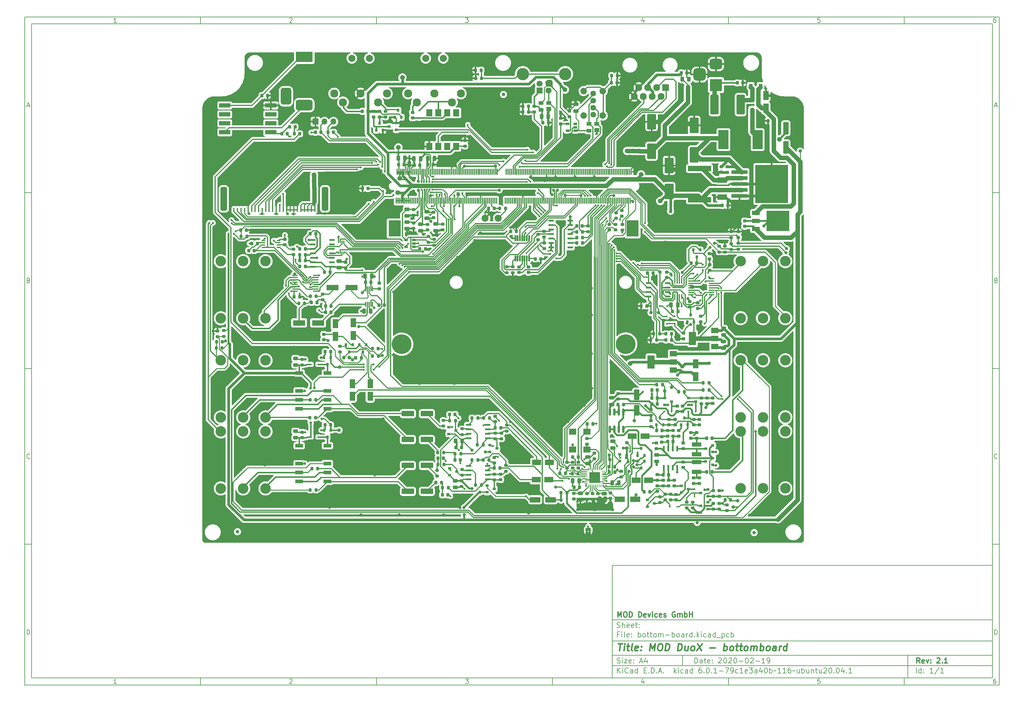
<source format=gbr>
G04 #@! TF.GenerationSoftware,KiCad,Pcbnew,6.0.1-79c1e3a40b~116~ubuntu20.04.1*
G04 #@! TF.CreationDate,2022-01-27T16:10:42+01:00*
G04 #@! TF.ProjectId,bottom-board,626f7474-6f6d-42d6-926f-6172642e6b69,2.1*
G04 #@! TF.SameCoordinates,PX48111b4PY15fd6c8*
G04 #@! TF.FileFunction,Copper,L1,Top*
G04 #@! TF.FilePolarity,Positive*
%FSLAX46Y46*%
G04 Gerber Fmt 4.6, Leading zero omitted, Abs format (unit mm)*
G04 Created by KiCad (PCBNEW 6.0.1-79c1e3a40b~116~ubuntu20.04.1) date 2022-01-27 16:10:42*
%MOMM*%
%LPD*%
G01*
G04 APERTURE LIST*
G04 Aperture macros list*
%AMRoundRect*
0 Rectangle with rounded corners*
0 $1 Rounding radius*
0 $2 $3 $4 $5 $6 $7 $8 $9 X,Y pos of 4 corners*
0 Add a 4 corners polygon primitive as box body*
4,1,4,$2,$3,$4,$5,$6,$7,$8,$9,$2,$3,0*
0 Add four circle primitives for the rounded corners*
1,1,$1+$1,$2,$3*
1,1,$1+$1,$4,$5*
1,1,$1+$1,$6,$7*
1,1,$1+$1,$8,$9*
0 Add four rect primitives between the rounded corners*
20,1,$1+$1,$2,$3,$4,$5,0*
20,1,$1+$1,$4,$5,$6,$7,0*
20,1,$1+$1,$6,$7,$8,$9,0*
20,1,$1+$1,$8,$9,$2,$3,0*%
%AMFreePoly0*
4,1,22,0.500000,-0.750000,0.000000,-0.750000,0.000000,-0.745033,-0.079941,-0.743568,-0.215256,-0.701293,-0.333266,-0.622738,-0.424486,-0.514219,-0.481581,-0.384460,-0.499164,-0.250000,-0.500000,-0.250000,-0.500000,0.250000,-0.499164,0.250000,-0.499963,0.256109,-0.478152,0.396186,-0.417904,0.524511,-0.324060,0.630769,-0.204165,0.706417,-0.067858,0.745374,0.000000,0.744959,0.000000,0.750000,
0.500000,0.750000,0.500000,-0.750000,0.500000,-0.750000,$1*%
%AMFreePoly1*
4,1,20,0.000000,0.744959,0.073905,0.744508,0.209726,0.703889,0.328688,0.626782,0.421226,0.519385,0.479903,0.390333,0.500000,0.250000,0.500000,-0.250000,0.499851,-0.262216,0.476331,-0.402017,0.414519,-0.529596,0.319384,-0.634700,0.198574,-0.708877,0.061801,-0.746166,0.000000,-0.745033,0.000000,-0.750000,-0.500000,-0.750000,-0.500000,0.750000,0.000000,0.750000,0.000000,0.744959,
0.000000,0.744959,$1*%
G04 Aperture macros list end*
%ADD10C,0.100000*%
%ADD11C,0.150000*%
%ADD12C,0.300000*%
%ADD13C,0.400000*%
G04 #@! TA.AperFunction,NonConductor*
%ADD14C,0.150000*%
G04 #@! TD*
G04 #@! TA.AperFunction,SMDPad,CuDef*
%ADD15RoundRect,0.150000X0.150000X-0.825000X0.150000X0.825000X-0.150000X0.825000X-0.150000X-0.825000X0*%
G04 #@! TD*
G04 #@! TA.AperFunction,SMDPad,CuDef*
%ADD16RoundRect,0.250000X0.475000X-0.250000X0.475000X0.250000X-0.475000X0.250000X-0.475000X-0.250000X0*%
G04 #@! TD*
G04 #@! TA.AperFunction,SMDPad,CuDef*
%ADD17RoundRect,0.225000X-0.250000X0.225000X-0.250000X-0.225000X0.250000X-0.225000X0.250000X0.225000X0*%
G04 #@! TD*
G04 #@! TA.AperFunction,SMDPad,CuDef*
%ADD18C,1.000000*%
G04 #@! TD*
G04 #@! TA.AperFunction,ComponentPad*
%ADD19C,3.000000*%
G04 #@! TD*
G04 #@! TA.AperFunction,SMDPad,CuDef*
%ADD20RoundRect,0.299000X0.851000X2.501000X-0.851000X2.501000X-0.851000X-2.501000X0.851000X-2.501000X0*%
G04 #@! TD*
G04 #@! TA.AperFunction,SMDPad,CuDef*
%ADD21R,2.900000X5.400000*%
G04 #@! TD*
G04 #@! TA.AperFunction,SMDPad,CuDef*
%ADD22RoundRect,0.218750X0.218750X0.256250X-0.218750X0.256250X-0.218750X-0.256250X0.218750X-0.256250X0*%
G04 #@! TD*
G04 #@! TA.AperFunction,SMDPad,CuDef*
%ADD23RoundRect,0.218750X-0.256250X0.218750X-0.256250X-0.218750X0.256250X-0.218750X0.256250X0.218750X0*%
G04 #@! TD*
G04 #@! TA.AperFunction,SMDPad,CuDef*
%ADD24RoundRect,0.218750X0.256250X-0.218750X0.256250X0.218750X-0.256250X0.218750X-0.256250X-0.218750X0*%
G04 #@! TD*
G04 #@! TA.AperFunction,ComponentPad*
%ADD25C,2.000000*%
G04 #@! TD*
G04 #@! TA.AperFunction,ComponentPad*
%ADD26C,2.300000*%
G04 #@! TD*
G04 #@! TA.AperFunction,SMDPad,CuDef*
%ADD27R,1.400000X1.200000*%
G04 #@! TD*
G04 #@! TA.AperFunction,SMDPad,CuDef*
%ADD28R,1.400000X1.000000*%
G04 #@! TD*
G04 #@! TA.AperFunction,SMDPad,CuDef*
%ADD29RoundRect,0.218750X-0.218750X-0.256250X0.218750X-0.256250X0.218750X0.256250X-0.218750X0.256250X0*%
G04 #@! TD*
G04 #@! TA.AperFunction,SMDPad,CuDef*
%ADD30RoundRect,0.250000X0.250000X0.475000X-0.250000X0.475000X-0.250000X-0.475000X0.250000X-0.475000X0*%
G04 #@! TD*
G04 #@! TA.AperFunction,SMDPad,CuDef*
%ADD31R,1.500000X0.600000*%
G04 #@! TD*
G04 #@! TA.AperFunction,SMDPad,CuDef*
%ADD32R,0.600000X0.450000*%
G04 #@! TD*
G04 #@! TA.AperFunction,SMDPad,CuDef*
%ADD33R,0.800000X0.900000*%
G04 #@! TD*
G04 #@! TA.AperFunction,SMDPad,CuDef*
%ADD34R,2.200000X1.000000*%
G04 #@! TD*
G04 #@! TA.AperFunction,SMDPad,CuDef*
%ADD35R,0.600000X1.550000*%
G04 #@! TD*
G04 #@! TA.AperFunction,SMDPad,CuDef*
%ADD36R,2.600000X1.600000*%
G04 #@! TD*
G04 #@! TA.AperFunction,SMDPad,CuDef*
%ADD37RoundRect,0.250000X-1.075000X0.375000X-1.075000X-0.375000X1.075000X-0.375000X1.075000X0.375000X0*%
G04 #@! TD*
G04 #@! TA.AperFunction,SMDPad,CuDef*
%ADD38R,0.900000X0.800000*%
G04 #@! TD*
G04 #@! TA.AperFunction,ComponentPad*
%ADD39R,4.800000X3.000000*%
G04 #@! TD*
G04 #@! TA.AperFunction,ComponentPad*
%ADD40RoundRect,0.750000X-1.650000X0.750000X-1.650000X-0.750000X1.650000X-0.750000X1.650000X0.750000X0*%
G04 #@! TD*
G04 #@! TA.AperFunction,ComponentPad*
%ADD41RoundRect,0.750000X-0.750000X1.650000X-0.750000X-1.650000X0.750000X-1.650000X0.750000X1.650000X0*%
G04 #@! TD*
G04 #@! TA.AperFunction,ComponentPad*
%ADD42R,1.700000X1.700000*%
G04 #@! TD*
G04 #@! TA.AperFunction,ComponentPad*
%ADD43C,1.700000*%
G04 #@! TD*
G04 #@! TA.AperFunction,ComponentPad*
%ADD44C,3.500000*%
G04 #@! TD*
G04 #@! TA.AperFunction,SMDPad,CuDef*
%ADD45R,3.000000X1.600000*%
G04 #@! TD*
G04 #@! TA.AperFunction,SMDPad,CuDef*
%ADD46RoundRect,0.250000X-0.475000X0.250000X-0.475000X-0.250000X0.475000X-0.250000X0.475000X0.250000X0*%
G04 #@! TD*
G04 #@! TA.AperFunction,SMDPad,CuDef*
%ADD47RoundRect,0.243750X-0.243750X-0.456250X0.243750X-0.456250X0.243750X0.456250X-0.243750X0.456250X0*%
G04 #@! TD*
G04 #@! TA.AperFunction,SMDPad,CuDef*
%ADD48R,1.100000X1.100000*%
G04 #@! TD*
G04 #@! TA.AperFunction,SMDPad,CuDef*
%ADD49R,0.450000X0.600000*%
G04 #@! TD*
G04 #@! TA.AperFunction,ComponentPad*
%ADD50C,1.620000*%
G04 #@! TD*
G04 #@! TA.AperFunction,ComponentPad*
%ADD51C,1.850000*%
G04 #@! TD*
G04 #@! TA.AperFunction,SMDPad,CuDef*
%ADD52RoundRect,0.250000X-0.250000X-0.475000X0.250000X-0.475000X0.250000X0.475000X-0.250000X0.475000X0*%
G04 #@! TD*
G04 #@! TA.AperFunction,SMDPad,CuDef*
%ADD53R,3.500000X1.600000*%
G04 #@! TD*
G04 #@! TA.AperFunction,SMDPad,CuDef*
%ADD54R,1.550000X0.600000*%
G04 #@! TD*
G04 #@! TA.AperFunction,SMDPad,CuDef*
%ADD55RoundRect,0.062500X-0.375000X-0.062500X0.375000X-0.062500X0.375000X0.062500X-0.375000X0.062500X0*%
G04 #@! TD*
G04 #@! TA.AperFunction,SMDPad,CuDef*
%ADD56RoundRect,0.062500X-0.062500X-0.375000X0.062500X-0.375000X0.062500X0.375000X-0.062500X0.375000X0*%
G04 #@! TD*
G04 #@! TA.AperFunction,SMDPad,CuDef*
%ADD57RoundRect,0.249999X-1.300001X-1.300001X1.300001X-1.300001X1.300001X1.300001X-1.300001X1.300001X0*%
G04 #@! TD*
G04 #@! TA.AperFunction,SMDPad,CuDef*
%ADD58R,2.000000X1.800000*%
G04 #@! TD*
G04 #@! TA.AperFunction,SMDPad,CuDef*
%ADD59RoundRect,0.243750X-0.456250X0.243750X-0.456250X-0.243750X0.456250X-0.243750X0.456250X0.243750X0*%
G04 #@! TD*
G04 #@! TA.AperFunction,SMDPad,CuDef*
%ADD60RoundRect,0.243750X0.456250X-0.243750X0.456250X0.243750X-0.456250X0.243750X-0.456250X-0.243750X0*%
G04 #@! TD*
G04 #@! TA.AperFunction,SMDPad,CuDef*
%ADD61R,1.600000X2.600000*%
G04 #@! TD*
G04 #@! TA.AperFunction,SMDPad,CuDef*
%ADD62RoundRect,0.250000X1.075000X-0.375000X1.075000X0.375000X-1.075000X0.375000X-1.075000X-0.375000X0*%
G04 #@! TD*
G04 #@! TA.AperFunction,ComponentPad*
%ADD63O,1.700000X1.700000*%
G04 #@! TD*
G04 #@! TA.AperFunction,SMDPad,CuDef*
%ADD64R,0.300000X1.400000*%
G04 #@! TD*
G04 #@! TA.AperFunction,SMDPad,CuDef*
%ADD65R,1.780000X2.000000*%
G04 #@! TD*
G04 #@! TA.AperFunction,SMDPad,CuDef*
%ADD66RoundRect,0.250000X0.550000X-1.050000X0.550000X1.050000X-0.550000X1.050000X-0.550000X-1.050000X0*%
G04 #@! TD*
G04 #@! TA.AperFunction,SMDPad,CuDef*
%ADD67R,2.000000X1.500000*%
G04 #@! TD*
G04 #@! TA.AperFunction,SMDPad,CuDef*
%ADD68R,2.000000X3.800000*%
G04 #@! TD*
G04 #@! TA.AperFunction,SMDPad,CuDef*
%ADD69R,1.100000X0.400000*%
G04 #@! TD*
G04 #@! TA.AperFunction,SMDPad,CuDef*
%ADD70R,0.450000X1.450000*%
G04 #@! TD*
G04 #@! TA.AperFunction,ComponentPad*
%ADD71R,3.500000X3.500000*%
G04 #@! TD*
G04 #@! TA.AperFunction,ComponentPad*
%ADD72RoundRect,0.750000X-1.000000X0.750000X-1.000000X-0.750000X1.000000X-0.750000X1.000000X0.750000X0*%
G04 #@! TD*
G04 #@! TA.AperFunction,ComponentPad*
%ADD73RoundRect,0.875000X-0.875000X0.875000X-0.875000X-0.875000X0.875000X-0.875000X0.875000X0.875000X0*%
G04 #@! TD*
G04 #@! TA.AperFunction,SMDPad,CuDef*
%ADD74R,1.500000X0.450000*%
G04 #@! TD*
G04 #@! TA.AperFunction,SMDPad,CuDef*
%ADD75RoundRect,0.250000X0.550000X-1.250000X0.550000X1.250000X-0.550000X1.250000X-0.550000X-1.250000X0*%
G04 #@! TD*
G04 #@! TA.AperFunction,SMDPad,CuDef*
%ADD76RoundRect,0.250000X-0.550000X1.050000X-0.550000X-1.050000X0.550000X-1.050000X0.550000X1.050000X0*%
G04 #@! TD*
G04 #@! TA.AperFunction,SMDPad,CuDef*
%ADD77RoundRect,0.200000X0.200000X0.275000X-0.200000X0.275000X-0.200000X-0.275000X0.200000X-0.275000X0*%
G04 #@! TD*
G04 #@! TA.AperFunction,SMDPad,CuDef*
%ADD78RoundRect,0.250000X1.250000X0.550000X-1.250000X0.550000X-1.250000X-0.550000X1.250000X-0.550000X0*%
G04 #@! TD*
G04 #@! TA.AperFunction,SMDPad,CuDef*
%ADD79RoundRect,0.250000X1.000000X-1.950000X1.000000X1.950000X-1.000000X1.950000X-1.000000X-1.950000X0*%
G04 #@! TD*
G04 #@! TA.AperFunction,SMDPad,CuDef*
%ADD80RoundRect,0.225000X-0.225000X-0.250000X0.225000X-0.250000X0.225000X0.250000X-0.225000X0.250000X0*%
G04 #@! TD*
G04 #@! TA.AperFunction,SMDPad,CuDef*
%ADD81RoundRect,0.225000X0.225000X0.250000X-0.225000X0.250000X-0.225000X-0.250000X0.225000X-0.250000X0*%
G04 #@! TD*
G04 #@! TA.AperFunction,SMDPad,CuDef*
%ADD82RoundRect,0.225000X0.250000X-0.225000X0.250000X0.225000X-0.250000X0.225000X-0.250000X-0.225000X0*%
G04 #@! TD*
G04 #@! TA.AperFunction,SMDPad,CuDef*
%ADD83RoundRect,0.250000X0.550000X-1.500000X0.550000X1.500000X-0.550000X1.500000X-0.550000X-1.500000X0*%
G04 #@! TD*
G04 #@! TA.AperFunction,SMDPad,CuDef*
%ADD84RoundRect,0.250000X1.500000X0.550000X-1.500000X0.550000X-1.500000X-0.550000X1.500000X-0.550000X0*%
G04 #@! TD*
G04 #@! TA.AperFunction,SMDPad,CuDef*
%ADD85R,2.700000X1.500000*%
G04 #@! TD*
G04 #@! TA.AperFunction,SMDPad,CuDef*
%ADD86RoundRect,0.200000X-0.200000X-0.275000X0.200000X-0.275000X0.200000X0.275000X-0.200000X0.275000X0*%
G04 #@! TD*
G04 #@! TA.AperFunction,SMDPad,CuDef*
%ADD87R,0.300000X1.750000*%
G04 #@! TD*
G04 #@! TA.AperFunction,SMDPad,CuDef*
%ADD88R,3.500000X4.600000*%
G04 #@! TD*
G04 #@! TA.AperFunction,ComponentPad*
%ADD89R,1.960000X1.960000*%
G04 #@! TD*
G04 #@! TA.AperFunction,ComponentPad*
%ADD90C,1.960000*%
G04 #@! TD*
G04 #@! TA.AperFunction,SMDPad,CuDef*
%ADD91R,6.600000X1.500000*%
G04 #@! TD*
G04 #@! TA.AperFunction,SMDPad,CuDef*
%ADD92RoundRect,0.200000X-0.275000X0.200000X-0.275000X-0.200000X0.275000X-0.200000X0.275000X0.200000X0*%
G04 #@! TD*
G04 #@! TA.AperFunction,SMDPad,CuDef*
%ADD93RoundRect,0.200000X0.275000X-0.200000X0.275000X0.200000X-0.275000X0.200000X-0.275000X-0.200000X0*%
G04 #@! TD*
G04 #@! TA.AperFunction,SMDPad,CuDef*
%ADD94R,1.060000X0.650000*%
G04 #@! TD*
G04 #@! TA.AperFunction,SMDPad,CuDef*
%ADD95FreePoly0,270.000000*%
G04 #@! TD*
G04 #@! TA.AperFunction,SMDPad,CuDef*
%ADD96FreePoly1,270.000000*%
G04 #@! TD*
G04 #@! TA.AperFunction,ComponentPad*
%ADD97C,5.600000*%
G04 #@! TD*
G04 #@! TA.AperFunction,SMDPad,CuDef*
%ADD98RoundRect,0.243750X0.243750X0.456250X-0.243750X0.456250X-0.243750X-0.456250X0.243750X-0.456250X0*%
G04 #@! TD*
G04 #@! TA.AperFunction,SMDPad,CuDef*
%ADD99R,0.300000X0.800000*%
G04 #@! TD*
G04 #@! TA.AperFunction,SMDPad,CuDef*
%ADD100R,3.175000X1.270000*%
G04 #@! TD*
G04 #@! TA.AperFunction,SMDPad,CuDef*
%ADD101R,4.600000X1.100000*%
G04 #@! TD*
G04 #@! TA.AperFunction,SMDPad,CuDef*
%ADD102R,9.400000X10.800000*%
G04 #@! TD*
G04 #@! TA.AperFunction,SMDPad,CuDef*
%ADD103R,2.200000X1.200000*%
G04 #@! TD*
G04 #@! TA.AperFunction,SMDPad,CuDef*
%ADD104R,6.400000X5.800000*%
G04 #@! TD*
G04 #@! TA.AperFunction,SMDPad,CuDef*
%ADD105RoundRect,0.095250X-0.095250X-0.508000X0.095250X-0.508000X0.095250X0.508000X-0.095250X0.508000X0*%
G04 #@! TD*
G04 #@! TA.AperFunction,SMDPad,CuDef*
%ADD106RoundRect,0.473471X-0.473471X-2.885679X0.473471X-2.885679X0.473471X2.885679X-0.473471X2.885679X0*%
G04 #@! TD*
G04 #@! TA.AperFunction,SMDPad,CuDef*
%ADD107RoundRect,0.020500X-0.184500X0.764500X-0.184500X-0.764500X0.184500X-0.764500X0.184500X0.764500X0*%
G04 #@! TD*
G04 #@! TA.AperFunction,ViaPad*
%ADD108C,0.900000*%
G04 #@! TD*
G04 #@! TA.AperFunction,ViaPad*
%ADD109C,0.600000*%
G04 #@! TD*
G04 #@! TA.AperFunction,ViaPad*
%ADD110C,1.350000*%
G04 #@! TD*
G04 #@! TA.AperFunction,ViaPad*
%ADD111C,0.750000*%
G04 #@! TD*
G04 #@! TA.AperFunction,ViaPad*
%ADD112C,0.800000*%
G04 #@! TD*
G04 #@! TA.AperFunction,Conductor*
%ADD113C,0.508000*%
G04 #@! TD*
G04 #@! TA.AperFunction,Conductor*
%ADD114C,0.304800*%
G04 #@! TD*
G04 #@! TA.AperFunction,Conductor*
%ADD115C,0.254000*%
G04 #@! TD*
G04 #@! TA.AperFunction,Conductor*
%ADD116C,0.381000*%
G04 #@! TD*
G04 #@! TA.AperFunction,Conductor*
%ADD117C,0.250000*%
G04 #@! TD*
G04 #@! TA.AperFunction,Conductor*
%ADD118C,1.270000*%
G04 #@! TD*
G04 #@! TA.AperFunction,Conductor*
%ADD119C,0.762000*%
G04 #@! TD*
G04 APERTURE END LIST*
D10*
D11*
X101434660Y-142949080D02*
X101434660Y-174949080D01*
X209434660Y-174949080D01*
X209434660Y-142949080D01*
X101434660Y-142949080D01*
D10*
D11*
X-65567540Y13058120D02*
X-65567540Y-176949080D01*
X211434660Y-176949080D01*
X211434660Y13058120D01*
X-65567540Y13058120D01*
D10*
D11*
X-63567540Y11058120D02*
X-63567540Y-174949080D01*
X209434660Y-174949080D01*
X209434660Y11058120D01*
X-63567540Y11058120D01*
D10*
D11*
X-15567540Y11058120D02*
X-15567540Y13058120D01*
D10*
D11*
X34432460Y11058120D02*
X34432460Y13058120D01*
D10*
D11*
X84432460Y11058120D02*
X84432460Y13058120D01*
D10*
D11*
X134432460Y11058120D02*
X134432460Y13058120D01*
D10*
D11*
X184432460Y11058120D02*
X184432460Y13058120D01*
D10*
D11*
X-39502064Y11470025D02*
X-40244921Y11470025D01*
X-39873493Y11470025D02*
X-39873493Y12770025D01*
X-39997302Y12584311D01*
X-40121112Y12460501D01*
X-40244921Y12398597D01*
D10*
D11*
X9755079Y12646216D02*
X9816983Y12708120D01*
X9940793Y12770025D01*
X10250317Y12770025D01*
X10374126Y12708120D01*
X10436031Y12646216D01*
X10497936Y12522406D01*
X10497936Y12398597D01*
X10436031Y12212882D01*
X9693174Y11470025D01*
X10497936Y11470025D01*
D10*
D11*
X59693174Y12770025D02*
X60497936Y12770025D01*
X60064602Y12274787D01*
X60250317Y12274787D01*
X60374126Y12212882D01*
X60436031Y12150978D01*
X60497936Y12027168D01*
X60497936Y11717644D01*
X60436031Y11593835D01*
X60374126Y11531930D01*
X60250317Y11470025D01*
X59878888Y11470025D01*
X59755079Y11531930D01*
X59693174Y11593835D01*
D10*
D11*
X110374126Y12336692D02*
X110374126Y11470025D01*
X110064602Y12831930D02*
X109755079Y11903359D01*
X110559840Y11903359D01*
D10*
D11*
X160436031Y12770025D02*
X159816983Y12770025D01*
X159755079Y12150978D01*
X159816983Y12212882D01*
X159940793Y12274787D01*
X160250317Y12274787D01*
X160374126Y12212882D01*
X160436031Y12150978D01*
X160497936Y12027168D01*
X160497936Y11717644D01*
X160436031Y11593835D01*
X160374126Y11531930D01*
X160250317Y11470025D01*
X159940793Y11470025D01*
X159816983Y11531930D01*
X159755079Y11593835D01*
D10*
D11*
X210374126Y12770025D02*
X210126507Y12770025D01*
X210002698Y12708120D01*
X209940793Y12646216D01*
X209816983Y12460501D01*
X209755079Y12212882D01*
X209755079Y11717644D01*
X209816983Y11593835D01*
X209878888Y11531930D01*
X210002698Y11470025D01*
X210250317Y11470025D01*
X210374126Y11531930D01*
X210436031Y11593835D01*
X210497936Y11717644D01*
X210497936Y12027168D01*
X210436031Y12150978D01*
X210374126Y12212882D01*
X210250317Y12274787D01*
X210002698Y12274787D01*
X209878888Y12212882D01*
X209816983Y12150978D01*
X209755079Y12027168D01*
D10*
D11*
X-15567540Y-174949080D02*
X-15567540Y-176949080D01*
D10*
D11*
X34432460Y-174949080D02*
X34432460Y-176949080D01*
D10*
D11*
X84432460Y-174949080D02*
X84432460Y-176949080D01*
D10*
D11*
X134432460Y-174949080D02*
X134432460Y-176949080D01*
D10*
D11*
X184432460Y-174949080D02*
X184432460Y-176949080D01*
D10*
D11*
X-39502064Y-176537175D02*
X-40244921Y-176537175D01*
X-39873493Y-176537175D02*
X-39873493Y-175237175D01*
X-39997302Y-175422889D01*
X-40121112Y-175546699D01*
X-40244921Y-175608603D01*
D10*
D11*
X9755079Y-175360984D02*
X9816983Y-175299080D01*
X9940793Y-175237175D01*
X10250317Y-175237175D01*
X10374126Y-175299080D01*
X10436031Y-175360984D01*
X10497936Y-175484794D01*
X10497936Y-175608603D01*
X10436031Y-175794318D01*
X9693174Y-176537175D01*
X10497936Y-176537175D01*
D10*
D11*
X59693174Y-175237175D02*
X60497936Y-175237175D01*
X60064602Y-175732413D01*
X60250317Y-175732413D01*
X60374126Y-175794318D01*
X60436031Y-175856222D01*
X60497936Y-175980032D01*
X60497936Y-176289556D01*
X60436031Y-176413365D01*
X60374126Y-176475270D01*
X60250317Y-176537175D01*
X59878888Y-176537175D01*
X59755079Y-176475270D01*
X59693174Y-176413365D01*
D10*
D11*
X110374126Y-175670508D02*
X110374126Y-176537175D01*
X110064602Y-175175270D02*
X109755079Y-176103841D01*
X110559840Y-176103841D01*
D10*
D11*
X160436031Y-175237175D02*
X159816983Y-175237175D01*
X159755079Y-175856222D01*
X159816983Y-175794318D01*
X159940793Y-175732413D01*
X160250317Y-175732413D01*
X160374126Y-175794318D01*
X160436031Y-175856222D01*
X160497936Y-175980032D01*
X160497936Y-176289556D01*
X160436031Y-176413365D01*
X160374126Y-176475270D01*
X160250317Y-176537175D01*
X159940793Y-176537175D01*
X159816983Y-176475270D01*
X159755079Y-176413365D01*
D10*
D11*
X210374126Y-175237175D02*
X210126507Y-175237175D01*
X210002698Y-175299080D01*
X209940793Y-175360984D01*
X209816983Y-175546699D01*
X209755079Y-175794318D01*
X209755079Y-176289556D01*
X209816983Y-176413365D01*
X209878888Y-176475270D01*
X210002698Y-176537175D01*
X210250317Y-176537175D01*
X210374126Y-176475270D01*
X210436031Y-176413365D01*
X210497936Y-176289556D01*
X210497936Y-175980032D01*
X210436031Y-175856222D01*
X210374126Y-175794318D01*
X210250317Y-175732413D01*
X210002698Y-175732413D01*
X209878888Y-175794318D01*
X209816983Y-175856222D01*
X209755079Y-175980032D01*
D10*
D11*
X-65567540Y-36941880D02*
X-63567540Y-36941880D01*
D10*
D11*
X-65567540Y-86941880D02*
X-63567540Y-86941880D01*
D10*
D11*
X-65567540Y-136941880D02*
X-63567540Y-136941880D01*
D10*
D11*
X-64877064Y-12158546D02*
X-64258017Y-12158546D01*
X-65000874Y-12529975D02*
X-64567540Y-11229975D01*
X-64134207Y-12529975D01*
D10*
D11*
X-64474683Y-61849022D02*
X-64288969Y-61910927D01*
X-64227064Y-61972832D01*
X-64165160Y-62096641D01*
X-64165160Y-62282356D01*
X-64227064Y-62406165D01*
X-64288969Y-62468070D01*
X-64412779Y-62529975D01*
X-64908017Y-62529975D01*
X-64908017Y-61229975D01*
X-64474683Y-61229975D01*
X-64350874Y-61291880D01*
X-64288969Y-61353784D01*
X-64227064Y-61477594D01*
X-64227064Y-61601403D01*
X-64288969Y-61725213D01*
X-64350874Y-61787118D01*
X-64474683Y-61849022D01*
X-64908017Y-61849022D01*
D10*
D11*
X-64165160Y-112406165D02*
X-64227064Y-112468070D01*
X-64412779Y-112529975D01*
X-64536588Y-112529975D01*
X-64722302Y-112468070D01*
X-64846112Y-112344260D01*
X-64908017Y-112220451D01*
X-64969921Y-111972832D01*
X-64969921Y-111787118D01*
X-64908017Y-111539499D01*
X-64846112Y-111415689D01*
X-64722302Y-111291880D01*
X-64536588Y-111229975D01*
X-64412779Y-111229975D01*
X-64227064Y-111291880D01*
X-64165160Y-111353784D01*
D10*
D11*
X-64908017Y-162529975D02*
X-64908017Y-161229975D01*
X-64598493Y-161229975D01*
X-64412779Y-161291880D01*
X-64288969Y-161415689D01*
X-64227064Y-161539499D01*
X-64165160Y-161787118D01*
X-64165160Y-161972832D01*
X-64227064Y-162220451D01*
X-64288969Y-162344260D01*
X-64412779Y-162468070D01*
X-64598493Y-162529975D01*
X-64908017Y-162529975D01*
D10*
D11*
X211434660Y-36941880D02*
X209434660Y-36941880D01*
D10*
D11*
X211434660Y-86941880D02*
X209434660Y-86941880D01*
D10*
D11*
X211434660Y-136941880D02*
X209434660Y-136941880D01*
D10*
D11*
X210125136Y-12158546D02*
X210744183Y-12158546D01*
X210001326Y-12529975D02*
X210434660Y-11229975D01*
X210867993Y-12529975D01*
D10*
D11*
X210527517Y-61849022D02*
X210713231Y-61910927D01*
X210775136Y-61972832D01*
X210837040Y-62096641D01*
X210837040Y-62282356D01*
X210775136Y-62406165D01*
X210713231Y-62468070D01*
X210589421Y-62529975D01*
X210094183Y-62529975D01*
X210094183Y-61229975D01*
X210527517Y-61229975D01*
X210651326Y-61291880D01*
X210713231Y-61353784D01*
X210775136Y-61477594D01*
X210775136Y-61601403D01*
X210713231Y-61725213D01*
X210651326Y-61787118D01*
X210527517Y-61849022D01*
X210094183Y-61849022D01*
D10*
D11*
X210837040Y-112406165D02*
X210775136Y-112468070D01*
X210589421Y-112529975D01*
X210465612Y-112529975D01*
X210279898Y-112468070D01*
X210156088Y-112344260D01*
X210094183Y-112220451D01*
X210032279Y-111972832D01*
X210032279Y-111787118D01*
X210094183Y-111539499D01*
X210156088Y-111415689D01*
X210279898Y-111291880D01*
X210465612Y-111229975D01*
X210589421Y-111229975D01*
X210775136Y-111291880D01*
X210837040Y-111353784D01*
D10*
D11*
X210094183Y-162529975D02*
X210094183Y-161229975D01*
X210403707Y-161229975D01*
X210589421Y-161291880D01*
X210713231Y-161415689D01*
X210775136Y-161539499D01*
X210837040Y-161787118D01*
X210837040Y-161972832D01*
X210775136Y-162220451D01*
X210713231Y-162344260D01*
X210589421Y-162468070D01*
X210403707Y-162529975D01*
X210094183Y-162529975D01*
D10*
D11*
X124866802Y-170727651D02*
X124866802Y-169227651D01*
X125223945Y-169227651D01*
X125438231Y-169299080D01*
X125581088Y-169441937D01*
X125652517Y-169584794D01*
X125723945Y-169870508D01*
X125723945Y-170084794D01*
X125652517Y-170370508D01*
X125581088Y-170513365D01*
X125438231Y-170656222D01*
X125223945Y-170727651D01*
X124866802Y-170727651D01*
X127009660Y-170727651D02*
X127009660Y-169941937D01*
X126938231Y-169799080D01*
X126795374Y-169727651D01*
X126509660Y-169727651D01*
X126366802Y-169799080D01*
X127009660Y-170656222D02*
X126866802Y-170727651D01*
X126509660Y-170727651D01*
X126366802Y-170656222D01*
X126295374Y-170513365D01*
X126295374Y-170370508D01*
X126366802Y-170227651D01*
X126509660Y-170156222D01*
X126866802Y-170156222D01*
X127009660Y-170084794D01*
X127509660Y-169727651D02*
X128081088Y-169727651D01*
X127723945Y-169227651D02*
X127723945Y-170513365D01*
X127795374Y-170656222D01*
X127938231Y-170727651D01*
X128081088Y-170727651D01*
X129152517Y-170656222D02*
X129009660Y-170727651D01*
X128723945Y-170727651D01*
X128581088Y-170656222D01*
X128509660Y-170513365D01*
X128509660Y-169941937D01*
X128581088Y-169799080D01*
X128723945Y-169727651D01*
X129009660Y-169727651D01*
X129152517Y-169799080D01*
X129223945Y-169941937D01*
X129223945Y-170084794D01*
X128509660Y-170227651D01*
X129866802Y-170584794D02*
X129938231Y-170656222D01*
X129866802Y-170727651D01*
X129795374Y-170656222D01*
X129866802Y-170584794D01*
X129866802Y-170727651D01*
X129866802Y-169799080D02*
X129938231Y-169870508D01*
X129866802Y-169941937D01*
X129795374Y-169870508D01*
X129866802Y-169799080D01*
X129866802Y-169941937D01*
X131652517Y-169370508D02*
X131723945Y-169299080D01*
X131866802Y-169227651D01*
X132223945Y-169227651D01*
X132366802Y-169299080D01*
X132438231Y-169370508D01*
X132509660Y-169513365D01*
X132509660Y-169656222D01*
X132438231Y-169870508D01*
X131581088Y-170727651D01*
X132509660Y-170727651D01*
X133438231Y-169227651D02*
X133581088Y-169227651D01*
X133723945Y-169299080D01*
X133795374Y-169370508D01*
X133866802Y-169513365D01*
X133938231Y-169799080D01*
X133938231Y-170156222D01*
X133866802Y-170441937D01*
X133795374Y-170584794D01*
X133723945Y-170656222D01*
X133581088Y-170727651D01*
X133438231Y-170727651D01*
X133295374Y-170656222D01*
X133223945Y-170584794D01*
X133152517Y-170441937D01*
X133081088Y-170156222D01*
X133081088Y-169799080D01*
X133152517Y-169513365D01*
X133223945Y-169370508D01*
X133295374Y-169299080D01*
X133438231Y-169227651D01*
X134509660Y-169370508D02*
X134581088Y-169299080D01*
X134723945Y-169227651D01*
X135081088Y-169227651D01*
X135223945Y-169299080D01*
X135295374Y-169370508D01*
X135366802Y-169513365D01*
X135366802Y-169656222D01*
X135295374Y-169870508D01*
X134438231Y-170727651D01*
X135366802Y-170727651D01*
X136295374Y-169227651D02*
X136438231Y-169227651D01*
X136581088Y-169299080D01*
X136652517Y-169370508D01*
X136723945Y-169513365D01*
X136795374Y-169799080D01*
X136795374Y-170156222D01*
X136723945Y-170441937D01*
X136652517Y-170584794D01*
X136581088Y-170656222D01*
X136438231Y-170727651D01*
X136295374Y-170727651D01*
X136152517Y-170656222D01*
X136081088Y-170584794D01*
X136009660Y-170441937D01*
X135938231Y-170156222D01*
X135938231Y-169799080D01*
X136009660Y-169513365D01*
X136081088Y-169370508D01*
X136152517Y-169299080D01*
X136295374Y-169227651D01*
X137438231Y-170156222D02*
X138581088Y-170156222D01*
X139581088Y-169227651D02*
X139723945Y-169227651D01*
X139866802Y-169299080D01*
X139938231Y-169370508D01*
X140009660Y-169513365D01*
X140081088Y-169799080D01*
X140081088Y-170156222D01*
X140009660Y-170441937D01*
X139938231Y-170584794D01*
X139866802Y-170656222D01*
X139723945Y-170727651D01*
X139581088Y-170727651D01*
X139438231Y-170656222D01*
X139366802Y-170584794D01*
X139295374Y-170441937D01*
X139223945Y-170156222D01*
X139223945Y-169799080D01*
X139295374Y-169513365D01*
X139366802Y-169370508D01*
X139438231Y-169299080D01*
X139581088Y-169227651D01*
X140652517Y-169370508D02*
X140723945Y-169299080D01*
X140866802Y-169227651D01*
X141223945Y-169227651D01*
X141366802Y-169299080D01*
X141438231Y-169370508D01*
X141509660Y-169513365D01*
X141509660Y-169656222D01*
X141438231Y-169870508D01*
X140581088Y-170727651D01*
X141509660Y-170727651D01*
X142152517Y-170156222D02*
X143295374Y-170156222D01*
X144795374Y-170727651D02*
X143938231Y-170727651D01*
X144366802Y-170727651D02*
X144366802Y-169227651D01*
X144223945Y-169441937D01*
X144081088Y-169584794D01*
X143938231Y-169656222D01*
X145509660Y-170727651D02*
X145795374Y-170727651D01*
X145938231Y-170656222D01*
X146009660Y-170584794D01*
X146152517Y-170370508D01*
X146223945Y-170084794D01*
X146223945Y-169513365D01*
X146152517Y-169370508D01*
X146081088Y-169299080D01*
X145938231Y-169227651D01*
X145652517Y-169227651D01*
X145509660Y-169299080D01*
X145438231Y-169370508D01*
X145366802Y-169513365D01*
X145366802Y-169870508D01*
X145438231Y-170013365D01*
X145509660Y-170084794D01*
X145652517Y-170156222D01*
X145938231Y-170156222D01*
X146081088Y-170084794D01*
X146152517Y-170013365D01*
X146223945Y-169870508D01*
D10*
D11*
X101434660Y-171449080D02*
X209434660Y-171449080D01*
D10*
D11*
X102866802Y-173527651D02*
X102866802Y-172027651D01*
X103723945Y-173527651D02*
X103081088Y-172670508D01*
X103723945Y-172027651D02*
X102866802Y-172884794D01*
X104366802Y-173527651D02*
X104366802Y-172527651D01*
X104366802Y-172027651D02*
X104295374Y-172099080D01*
X104366802Y-172170508D01*
X104438231Y-172099080D01*
X104366802Y-172027651D01*
X104366802Y-172170508D01*
X105938231Y-173384794D02*
X105866802Y-173456222D01*
X105652517Y-173527651D01*
X105509660Y-173527651D01*
X105295374Y-173456222D01*
X105152517Y-173313365D01*
X105081088Y-173170508D01*
X105009660Y-172884794D01*
X105009660Y-172670508D01*
X105081088Y-172384794D01*
X105152517Y-172241937D01*
X105295374Y-172099080D01*
X105509660Y-172027651D01*
X105652517Y-172027651D01*
X105866802Y-172099080D01*
X105938231Y-172170508D01*
X107223945Y-173527651D02*
X107223945Y-172741937D01*
X107152517Y-172599080D01*
X107009660Y-172527651D01*
X106723945Y-172527651D01*
X106581088Y-172599080D01*
X107223945Y-173456222D02*
X107081088Y-173527651D01*
X106723945Y-173527651D01*
X106581088Y-173456222D01*
X106509660Y-173313365D01*
X106509660Y-173170508D01*
X106581088Y-173027651D01*
X106723945Y-172956222D01*
X107081088Y-172956222D01*
X107223945Y-172884794D01*
X108581088Y-173527651D02*
X108581088Y-172027651D01*
X108581088Y-173456222D02*
X108438231Y-173527651D01*
X108152517Y-173527651D01*
X108009660Y-173456222D01*
X107938231Y-173384794D01*
X107866802Y-173241937D01*
X107866802Y-172813365D01*
X107938231Y-172670508D01*
X108009660Y-172599080D01*
X108152517Y-172527651D01*
X108438231Y-172527651D01*
X108581088Y-172599080D01*
X110438231Y-172741937D02*
X110938231Y-172741937D01*
X111152517Y-173527651D02*
X110438231Y-173527651D01*
X110438231Y-172027651D01*
X111152517Y-172027651D01*
X111795374Y-173384794D02*
X111866802Y-173456222D01*
X111795374Y-173527651D01*
X111723945Y-173456222D01*
X111795374Y-173384794D01*
X111795374Y-173527651D01*
X112509660Y-173527651D02*
X112509660Y-172027651D01*
X112866802Y-172027651D01*
X113081088Y-172099080D01*
X113223945Y-172241937D01*
X113295374Y-172384794D01*
X113366802Y-172670508D01*
X113366802Y-172884794D01*
X113295374Y-173170508D01*
X113223945Y-173313365D01*
X113081088Y-173456222D01*
X112866802Y-173527651D01*
X112509660Y-173527651D01*
X114009660Y-173384794D02*
X114081088Y-173456222D01*
X114009660Y-173527651D01*
X113938231Y-173456222D01*
X114009660Y-173384794D01*
X114009660Y-173527651D01*
X114652517Y-173099080D02*
X115366802Y-173099080D01*
X114509660Y-173527651D02*
X115009660Y-172027651D01*
X115509660Y-173527651D01*
X116009660Y-173384794D02*
X116081088Y-173456222D01*
X116009660Y-173527651D01*
X115938231Y-173456222D01*
X116009660Y-173384794D01*
X116009660Y-173527651D01*
X119009660Y-173527651D02*
X119009660Y-172027651D01*
X119152517Y-172956222D02*
X119581088Y-173527651D01*
X119581088Y-172527651D02*
X119009660Y-173099080D01*
X120223945Y-173527651D02*
X120223945Y-172527651D01*
X120223945Y-172027651D02*
X120152517Y-172099080D01*
X120223945Y-172170508D01*
X120295374Y-172099080D01*
X120223945Y-172027651D01*
X120223945Y-172170508D01*
X121581088Y-173456222D02*
X121438231Y-173527651D01*
X121152517Y-173527651D01*
X121009660Y-173456222D01*
X120938231Y-173384794D01*
X120866802Y-173241937D01*
X120866802Y-172813365D01*
X120938231Y-172670508D01*
X121009660Y-172599080D01*
X121152517Y-172527651D01*
X121438231Y-172527651D01*
X121581088Y-172599080D01*
X122866802Y-173527651D02*
X122866802Y-172741937D01*
X122795374Y-172599080D01*
X122652517Y-172527651D01*
X122366802Y-172527651D01*
X122223945Y-172599080D01*
X122866802Y-173456222D02*
X122723945Y-173527651D01*
X122366802Y-173527651D01*
X122223945Y-173456222D01*
X122152517Y-173313365D01*
X122152517Y-173170508D01*
X122223945Y-173027651D01*
X122366802Y-172956222D01*
X122723945Y-172956222D01*
X122866802Y-172884794D01*
X124223945Y-173527651D02*
X124223945Y-172027651D01*
X124223945Y-173456222D02*
X124081088Y-173527651D01*
X123795374Y-173527651D01*
X123652517Y-173456222D01*
X123581088Y-173384794D01*
X123509660Y-173241937D01*
X123509660Y-172813365D01*
X123581088Y-172670508D01*
X123652517Y-172599080D01*
X123795374Y-172527651D01*
X124081088Y-172527651D01*
X124223945Y-172599080D01*
X126723945Y-172027651D02*
X126438231Y-172027651D01*
X126295374Y-172099080D01*
X126223945Y-172170508D01*
X126081088Y-172384794D01*
X126009660Y-172670508D01*
X126009660Y-173241937D01*
X126081088Y-173384794D01*
X126152517Y-173456222D01*
X126295374Y-173527651D01*
X126581088Y-173527651D01*
X126723945Y-173456222D01*
X126795374Y-173384794D01*
X126866802Y-173241937D01*
X126866802Y-172884794D01*
X126795374Y-172741937D01*
X126723945Y-172670508D01*
X126581088Y-172599080D01*
X126295374Y-172599080D01*
X126152517Y-172670508D01*
X126081088Y-172741937D01*
X126009660Y-172884794D01*
X127509660Y-173384794D02*
X127581088Y-173456222D01*
X127509660Y-173527651D01*
X127438231Y-173456222D01*
X127509660Y-173384794D01*
X127509660Y-173527651D01*
X128509660Y-172027651D02*
X128652517Y-172027651D01*
X128795374Y-172099080D01*
X128866802Y-172170508D01*
X128938231Y-172313365D01*
X129009660Y-172599080D01*
X129009660Y-172956222D01*
X128938231Y-173241937D01*
X128866802Y-173384794D01*
X128795374Y-173456222D01*
X128652517Y-173527651D01*
X128509660Y-173527651D01*
X128366802Y-173456222D01*
X128295374Y-173384794D01*
X128223945Y-173241937D01*
X128152517Y-172956222D01*
X128152517Y-172599080D01*
X128223945Y-172313365D01*
X128295374Y-172170508D01*
X128366802Y-172099080D01*
X128509660Y-172027651D01*
X129652517Y-173384794D02*
X129723945Y-173456222D01*
X129652517Y-173527651D01*
X129581088Y-173456222D01*
X129652517Y-173384794D01*
X129652517Y-173527651D01*
X131152517Y-173527651D02*
X130295374Y-173527651D01*
X130723945Y-173527651D02*
X130723945Y-172027651D01*
X130581088Y-172241937D01*
X130438231Y-172384794D01*
X130295374Y-172456222D01*
X131795374Y-172956222D02*
X132938231Y-172956222D01*
X133509660Y-172027651D02*
X134509660Y-172027651D01*
X133866802Y-173527651D01*
X135152517Y-173527651D02*
X135438231Y-173527651D01*
X135581088Y-173456222D01*
X135652517Y-173384794D01*
X135795374Y-173170508D01*
X135866802Y-172884794D01*
X135866802Y-172313365D01*
X135795374Y-172170508D01*
X135723945Y-172099080D01*
X135581088Y-172027651D01*
X135295374Y-172027651D01*
X135152517Y-172099080D01*
X135081088Y-172170508D01*
X135009660Y-172313365D01*
X135009660Y-172670508D01*
X135081088Y-172813365D01*
X135152517Y-172884794D01*
X135295374Y-172956222D01*
X135581088Y-172956222D01*
X135723945Y-172884794D01*
X135795374Y-172813365D01*
X135866802Y-172670508D01*
X137152517Y-173456222D02*
X137009660Y-173527651D01*
X136723945Y-173527651D01*
X136581088Y-173456222D01*
X136509660Y-173384794D01*
X136438231Y-173241937D01*
X136438231Y-172813365D01*
X136509660Y-172670508D01*
X136581088Y-172599080D01*
X136723945Y-172527651D01*
X137009660Y-172527651D01*
X137152517Y-172599080D01*
X138581088Y-173527651D02*
X137723945Y-173527651D01*
X138152517Y-173527651D02*
X138152517Y-172027651D01*
X138009660Y-172241937D01*
X137866802Y-172384794D01*
X137723945Y-172456222D01*
X139795374Y-173456222D02*
X139652517Y-173527651D01*
X139366802Y-173527651D01*
X139223945Y-173456222D01*
X139152517Y-173313365D01*
X139152517Y-172741937D01*
X139223945Y-172599080D01*
X139366802Y-172527651D01*
X139652517Y-172527651D01*
X139795374Y-172599080D01*
X139866802Y-172741937D01*
X139866802Y-172884794D01*
X139152517Y-173027651D01*
X140366802Y-172027651D02*
X141295374Y-172027651D01*
X140795374Y-172599080D01*
X141009660Y-172599080D01*
X141152517Y-172670508D01*
X141223945Y-172741937D01*
X141295374Y-172884794D01*
X141295374Y-173241937D01*
X141223945Y-173384794D01*
X141152517Y-173456222D01*
X141009660Y-173527651D01*
X140581088Y-173527651D01*
X140438231Y-173456222D01*
X140366802Y-173384794D01*
X142581088Y-173527651D02*
X142581088Y-172741937D01*
X142509660Y-172599080D01*
X142366802Y-172527651D01*
X142081088Y-172527651D01*
X141938231Y-172599080D01*
X142581088Y-173456222D02*
X142438231Y-173527651D01*
X142081088Y-173527651D01*
X141938231Y-173456222D01*
X141866802Y-173313365D01*
X141866802Y-173170508D01*
X141938231Y-173027651D01*
X142081088Y-172956222D01*
X142438231Y-172956222D01*
X142581088Y-172884794D01*
X143938231Y-172527651D02*
X143938231Y-173527651D01*
X143581088Y-171956222D02*
X143223945Y-173027651D01*
X144152517Y-173027651D01*
X145009660Y-172027651D02*
X145152517Y-172027651D01*
X145295374Y-172099080D01*
X145366802Y-172170508D01*
X145438231Y-172313365D01*
X145509660Y-172599080D01*
X145509660Y-172956222D01*
X145438231Y-173241937D01*
X145366802Y-173384794D01*
X145295374Y-173456222D01*
X145152517Y-173527651D01*
X145009660Y-173527651D01*
X144866802Y-173456222D01*
X144795374Y-173384794D01*
X144723945Y-173241937D01*
X144652517Y-172956222D01*
X144652517Y-172599080D01*
X144723945Y-172313365D01*
X144795374Y-172170508D01*
X144866802Y-172099080D01*
X145009660Y-172027651D01*
X146152517Y-173527651D02*
X146152517Y-172027651D01*
X146152517Y-172599080D02*
X146295374Y-172527651D01*
X146581088Y-172527651D01*
X146723945Y-172599080D01*
X146795374Y-172670508D01*
X146866802Y-172813365D01*
X146866802Y-173241937D01*
X146795374Y-173384794D01*
X146723945Y-173456222D01*
X146581088Y-173527651D01*
X146295374Y-173527651D01*
X146152517Y-173456222D01*
X147295374Y-172956222D02*
X147366802Y-172884794D01*
X147509660Y-172813365D01*
X147795374Y-172956222D01*
X147938231Y-172884794D01*
X148009660Y-172813365D01*
X149366802Y-173527651D02*
X148509660Y-173527651D01*
X148938231Y-173527651D02*
X148938231Y-172027651D01*
X148795374Y-172241937D01*
X148652517Y-172384794D01*
X148509660Y-172456222D01*
X150795374Y-173527651D02*
X149938231Y-173527651D01*
X150366802Y-173527651D02*
X150366802Y-172027651D01*
X150223945Y-172241937D01*
X150081088Y-172384794D01*
X149938231Y-172456222D01*
X152081088Y-172027651D02*
X151795374Y-172027651D01*
X151652517Y-172099080D01*
X151581088Y-172170508D01*
X151438231Y-172384794D01*
X151366802Y-172670508D01*
X151366802Y-173241937D01*
X151438231Y-173384794D01*
X151509659Y-173456222D01*
X151652517Y-173527651D01*
X151938231Y-173527651D01*
X152081088Y-173456222D01*
X152152517Y-173384794D01*
X152223945Y-173241937D01*
X152223945Y-172884794D01*
X152152517Y-172741937D01*
X152081088Y-172670508D01*
X151938231Y-172599080D01*
X151652517Y-172599080D01*
X151509659Y-172670508D01*
X151438231Y-172741937D01*
X151366802Y-172884794D01*
X152652517Y-172956222D02*
X152723945Y-172884794D01*
X152866802Y-172813365D01*
X153152517Y-172956222D01*
X153295374Y-172884794D01*
X153366802Y-172813365D01*
X154581088Y-172527651D02*
X154581088Y-173527651D01*
X153938231Y-172527651D02*
X153938231Y-173313365D01*
X154009659Y-173456222D01*
X154152517Y-173527651D01*
X154366802Y-173527651D01*
X154509659Y-173456222D01*
X154581088Y-173384794D01*
X155295374Y-173527651D02*
X155295374Y-172027651D01*
X155295374Y-172599080D02*
X155438231Y-172527651D01*
X155723945Y-172527651D01*
X155866802Y-172599080D01*
X155938231Y-172670508D01*
X156009660Y-172813365D01*
X156009660Y-173241937D01*
X155938231Y-173384794D01*
X155866802Y-173456222D01*
X155723945Y-173527651D01*
X155438231Y-173527651D01*
X155295374Y-173456222D01*
X157295374Y-172527651D02*
X157295374Y-173527651D01*
X156652517Y-172527651D02*
X156652517Y-173313365D01*
X156723945Y-173456222D01*
X156866802Y-173527651D01*
X157081088Y-173527651D01*
X157223945Y-173456222D01*
X157295374Y-173384794D01*
X158009660Y-172527651D02*
X158009660Y-173527651D01*
X158009660Y-172670508D02*
X158081088Y-172599080D01*
X158223945Y-172527651D01*
X158438231Y-172527651D01*
X158581088Y-172599080D01*
X158652517Y-172741937D01*
X158652517Y-173527651D01*
X159152517Y-172527651D02*
X159723945Y-172527651D01*
X159366802Y-172027651D02*
X159366802Y-173313365D01*
X159438231Y-173456222D01*
X159581088Y-173527651D01*
X159723945Y-173527651D01*
X160866802Y-172527651D02*
X160866802Y-173527651D01*
X160223945Y-172527651D02*
X160223945Y-173313365D01*
X160295374Y-173456222D01*
X160438231Y-173527651D01*
X160652517Y-173527651D01*
X160795374Y-173456222D01*
X160866802Y-173384794D01*
X161509660Y-172170508D02*
X161581088Y-172099080D01*
X161723945Y-172027651D01*
X162081088Y-172027651D01*
X162223945Y-172099080D01*
X162295374Y-172170508D01*
X162366802Y-172313365D01*
X162366802Y-172456222D01*
X162295374Y-172670508D01*
X161438231Y-173527651D01*
X162366802Y-173527651D01*
X163295374Y-172027651D02*
X163438231Y-172027651D01*
X163581088Y-172099080D01*
X163652517Y-172170508D01*
X163723945Y-172313365D01*
X163795374Y-172599080D01*
X163795374Y-172956222D01*
X163723945Y-173241937D01*
X163652517Y-173384794D01*
X163581088Y-173456222D01*
X163438231Y-173527651D01*
X163295374Y-173527651D01*
X163152517Y-173456222D01*
X163081088Y-173384794D01*
X163009660Y-173241937D01*
X162938231Y-172956222D01*
X162938231Y-172599080D01*
X163009660Y-172313365D01*
X163081088Y-172170508D01*
X163152517Y-172099080D01*
X163295374Y-172027651D01*
X164438231Y-173384794D02*
X164509659Y-173456222D01*
X164438231Y-173527651D01*
X164366802Y-173456222D01*
X164438231Y-173384794D01*
X164438231Y-173527651D01*
X165438231Y-172027651D02*
X165581088Y-172027651D01*
X165723945Y-172099080D01*
X165795374Y-172170508D01*
X165866802Y-172313365D01*
X165938231Y-172599080D01*
X165938231Y-172956222D01*
X165866802Y-173241937D01*
X165795374Y-173384794D01*
X165723945Y-173456222D01*
X165581088Y-173527651D01*
X165438231Y-173527651D01*
X165295374Y-173456222D01*
X165223945Y-173384794D01*
X165152517Y-173241937D01*
X165081088Y-172956222D01*
X165081088Y-172599080D01*
X165152517Y-172313365D01*
X165223945Y-172170508D01*
X165295374Y-172099080D01*
X165438231Y-172027651D01*
X167223945Y-172527651D02*
X167223945Y-173527651D01*
X166866802Y-171956222D02*
X166509659Y-173027651D01*
X167438231Y-173027651D01*
X168009659Y-173384794D02*
X168081088Y-173456222D01*
X168009659Y-173527651D01*
X167938231Y-173456222D01*
X168009659Y-173384794D01*
X168009659Y-173527651D01*
X169509659Y-173527651D02*
X168652517Y-173527651D01*
X169081088Y-173527651D02*
X169081088Y-172027651D01*
X168938231Y-172241937D01*
X168795374Y-172384794D01*
X168652517Y-172456222D01*
D10*
D11*
X101434660Y-168449080D02*
X209434660Y-168449080D01*
D10*
D12*
X188843945Y-170727651D02*
X188343945Y-170013365D01*
X187986802Y-170727651D02*
X187986802Y-169227651D01*
X188558231Y-169227651D01*
X188701088Y-169299080D01*
X188772517Y-169370508D01*
X188843945Y-169513365D01*
X188843945Y-169727651D01*
X188772517Y-169870508D01*
X188701088Y-169941937D01*
X188558231Y-170013365D01*
X187986802Y-170013365D01*
X190058231Y-170656222D02*
X189915374Y-170727651D01*
X189629660Y-170727651D01*
X189486802Y-170656222D01*
X189415374Y-170513365D01*
X189415374Y-169941937D01*
X189486802Y-169799080D01*
X189629660Y-169727651D01*
X189915374Y-169727651D01*
X190058231Y-169799080D01*
X190129660Y-169941937D01*
X190129660Y-170084794D01*
X189415374Y-170227651D01*
X190629660Y-169727651D02*
X190986802Y-170727651D01*
X191343945Y-169727651D01*
X191915374Y-170584794D02*
X191986802Y-170656222D01*
X191915374Y-170727651D01*
X191843945Y-170656222D01*
X191915374Y-170584794D01*
X191915374Y-170727651D01*
X191915374Y-169799080D02*
X191986802Y-169870508D01*
X191915374Y-169941937D01*
X191843945Y-169870508D01*
X191915374Y-169799080D01*
X191915374Y-169941937D01*
X193701088Y-169370508D02*
X193772517Y-169299080D01*
X193915374Y-169227651D01*
X194272517Y-169227651D01*
X194415374Y-169299080D01*
X194486802Y-169370508D01*
X194558231Y-169513365D01*
X194558231Y-169656222D01*
X194486802Y-169870508D01*
X193629660Y-170727651D01*
X194558231Y-170727651D01*
X195201088Y-170584794D02*
X195272517Y-170656222D01*
X195201088Y-170727651D01*
X195129660Y-170656222D01*
X195201088Y-170584794D01*
X195201088Y-170727651D01*
X196701088Y-170727651D02*
X195843945Y-170727651D01*
X196272517Y-170727651D02*
X196272517Y-169227651D01*
X196129660Y-169441937D01*
X195986802Y-169584794D01*
X195843945Y-169656222D01*
D10*
D11*
X102795374Y-170656222D02*
X103009660Y-170727651D01*
X103366802Y-170727651D01*
X103509660Y-170656222D01*
X103581088Y-170584794D01*
X103652517Y-170441937D01*
X103652517Y-170299080D01*
X103581088Y-170156222D01*
X103509660Y-170084794D01*
X103366802Y-170013365D01*
X103081088Y-169941937D01*
X102938231Y-169870508D01*
X102866802Y-169799080D01*
X102795374Y-169656222D01*
X102795374Y-169513365D01*
X102866802Y-169370508D01*
X102938231Y-169299080D01*
X103081088Y-169227651D01*
X103438231Y-169227651D01*
X103652517Y-169299080D01*
X104295374Y-170727651D02*
X104295374Y-169727651D01*
X104295374Y-169227651D02*
X104223945Y-169299080D01*
X104295374Y-169370508D01*
X104366802Y-169299080D01*
X104295374Y-169227651D01*
X104295374Y-169370508D01*
X104866802Y-169727651D02*
X105652517Y-169727651D01*
X104866802Y-170727651D01*
X105652517Y-170727651D01*
X106795374Y-170656222D02*
X106652517Y-170727651D01*
X106366802Y-170727651D01*
X106223945Y-170656222D01*
X106152517Y-170513365D01*
X106152517Y-169941937D01*
X106223945Y-169799080D01*
X106366802Y-169727651D01*
X106652517Y-169727651D01*
X106795374Y-169799080D01*
X106866802Y-169941937D01*
X106866802Y-170084794D01*
X106152517Y-170227651D01*
X107509660Y-170584794D02*
X107581088Y-170656222D01*
X107509660Y-170727651D01*
X107438231Y-170656222D01*
X107509660Y-170584794D01*
X107509660Y-170727651D01*
X107509660Y-169799080D02*
X107581088Y-169870508D01*
X107509660Y-169941937D01*
X107438231Y-169870508D01*
X107509660Y-169799080D01*
X107509660Y-169941937D01*
X109295374Y-170299080D02*
X110009660Y-170299080D01*
X109152517Y-170727651D02*
X109652517Y-169227651D01*
X110152517Y-170727651D01*
X111295374Y-169727651D02*
X111295374Y-170727651D01*
X110938231Y-169156222D02*
X110581088Y-170227651D01*
X111509660Y-170227651D01*
D10*
D11*
X187866802Y-173527651D02*
X187866802Y-172027651D01*
X189223945Y-173527651D02*
X189223945Y-172027651D01*
X189223945Y-173456222D02*
X189081088Y-173527651D01*
X188795374Y-173527651D01*
X188652517Y-173456222D01*
X188581088Y-173384794D01*
X188509660Y-173241937D01*
X188509660Y-172813365D01*
X188581088Y-172670508D01*
X188652517Y-172599080D01*
X188795374Y-172527651D01*
X189081088Y-172527651D01*
X189223945Y-172599080D01*
X189938231Y-173384794D02*
X190009660Y-173456222D01*
X189938231Y-173527651D01*
X189866802Y-173456222D01*
X189938231Y-173384794D01*
X189938231Y-173527651D01*
X189938231Y-172599080D02*
X190009660Y-172670508D01*
X189938231Y-172741937D01*
X189866802Y-172670508D01*
X189938231Y-172599080D01*
X189938231Y-172741937D01*
X192581088Y-173527651D02*
X191723945Y-173527651D01*
X192152517Y-173527651D02*
X192152517Y-172027651D01*
X192009660Y-172241937D01*
X191866802Y-172384794D01*
X191723945Y-172456222D01*
X194295374Y-171956222D02*
X193009660Y-173884794D01*
X195581088Y-173527651D02*
X194723945Y-173527651D01*
X195152517Y-173527651D02*
X195152517Y-172027651D01*
X195009660Y-172241937D01*
X194866802Y-172384794D01*
X194723945Y-172456222D01*
D10*
D11*
X101434660Y-164449080D02*
X209434660Y-164449080D01*
D10*
D13*
X103147040Y-165153841D02*
X104289898Y-165153841D01*
X103468469Y-167153841D02*
X103718469Y-165153841D01*
X104706564Y-167153841D02*
X104873231Y-165820508D01*
X104956564Y-165153841D02*
X104849421Y-165249080D01*
X104932755Y-165344318D01*
X105039898Y-165249080D01*
X104956564Y-165153841D01*
X104932755Y-165344318D01*
X105539898Y-165820508D02*
X106301802Y-165820508D01*
X105908945Y-165153841D02*
X105694660Y-166868127D01*
X105766088Y-167058603D01*
X105944660Y-167153841D01*
X106135136Y-167153841D01*
X107087517Y-167153841D02*
X106908945Y-167058603D01*
X106837517Y-166868127D01*
X107051802Y-165153841D01*
X108623231Y-167058603D02*
X108420850Y-167153841D01*
X108039898Y-167153841D01*
X107861326Y-167058603D01*
X107789898Y-166868127D01*
X107885136Y-166106222D01*
X108004183Y-165915746D01*
X108206564Y-165820508D01*
X108587517Y-165820508D01*
X108766088Y-165915746D01*
X108837517Y-166106222D01*
X108813707Y-166296699D01*
X107837517Y-166487175D01*
X109587517Y-166963365D02*
X109670850Y-167058603D01*
X109563707Y-167153841D01*
X109480374Y-167058603D01*
X109587517Y-166963365D01*
X109563707Y-167153841D01*
X109718469Y-165915746D02*
X109801802Y-166010984D01*
X109694660Y-166106222D01*
X109611326Y-166010984D01*
X109718469Y-165915746D01*
X109694660Y-166106222D01*
X112039898Y-167153841D02*
X112289898Y-165153841D01*
X112777993Y-166582413D01*
X113623231Y-165153841D01*
X113373231Y-167153841D01*
X114956564Y-165153841D02*
X115337517Y-165153841D01*
X115516088Y-165249080D01*
X115682755Y-165439556D01*
X115730374Y-165820508D01*
X115647040Y-166487175D01*
X115504183Y-166868127D01*
X115289898Y-167058603D01*
X115087517Y-167153841D01*
X114706564Y-167153841D01*
X114527993Y-167058603D01*
X114361326Y-166868127D01*
X114313707Y-166487175D01*
X114397040Y-165820508D01*
X114539898Y-165439556D01*
X114754183Y-165249080D01*
X114956564Y-165153841D01*
X116420850Y-167153841D02*
X116670850Y-165153841D01*
X117147040Y-165153841D01*
X117420850Y-165249080D01*
X117587517Y-165439556D01*
X117658945Y-165630032D01*
X117706564Y-166010984D01*
X117670850Y-166296699D01*
X117527993Y-166677651D01*
X117408945Y-166868127D01*
X117194660Y-167058603D01*
X116897040Y-167153841D01*
X116420850Y-167153841D01*
X119944660Y-167153841D02*
X120194660Y-165153841D01*
X120670850Y-165153841D01*
X120944660Y-165249080D01*
X121111326Y-165439556D01*
X121182755Y-165630032D01*
X121230374Y-166010984D01*
X121194660Y-166296699D01*
X121051802Y-166677651D01*
X120932755Y-166868127D01*
X120718469Y-167058603D01*
X120420850Y-167153841D01*
X119944660Y-167153841D01*
X122968469Y-165820508D02*
X122801802Y-167153841D01*
X122111326Y-165820508D02*
X121980374Y-166868127D01*
X122051802Y-167058603D01*
X122230374Y-167153841D01*
X122516088Y-167153841D01*
X122718469Y-167058603D01*
X122825612Y-166963365D01*
X124039898Y-167153841D02*
X123861326Y-167058603D01*
X123777993Y-166963365D01*
X123706564Y-166772889D01*
X123777993Y-166201460D01*
X123897040Y-166010984D01*
X124004183Y-165915746D01*
X124206564Y-165820508D01*
X124492279Y-165820508D01*
X124670850Y-165915746D01*
X124754183Y-166010984D01*
X124825612Y-166201460D01*
X124754183Y-166772889D01*
X124635136Y-166963365D01*
X124527993Y-167058603D01*
X124325612Y-167153841D01*
X124039898Y-167153841D01*
X125623231Y-165153841D02*
X126706564Y-167153841D01*
X126956564Y-165153841D02*
X125373231Y-167153841D01*
X129087517Y-166391937D02*
X130611326Y-166391937D01*
X132992279Y-167153841D02*
X133242279Y-165153841D01*
X133147040Y-165915746D02*
X133349421Y-165820508D01*
X133730374Y-165820508D01*
X133908945Y-165915746D01*
X133992279Y-166010984D01*
X134063707Y-166201460D01*
X133992279Y-166772889D01*
X133873231Y-166963365D01*
X133766088Y-167058603D01*
X133563707Y-167153841D01*
X133182755Y-167153841D01*
X133004183Y-167058603D01*
X135087517Y-167153841D02*
X134908945Y-167058603D01*
X134825612Y-166963365D01*
X134754183Y-166772889D01*
X134825612Y-166201460D01*
X134944660Y-166010984D01*
X135051802Y-165915746D01*
X135254183Y-165820508D01*
X135539898Y-165820508D01*
X135718469Y-165915746D01*
X135801802Y-166010984D01*
X135873231Y-166201460D01*
X135801802Y-166772889D01*
X135682755Y-166963365D01*
X135575612Y-167058603D01*
X135373231Y-167153841D01*
X135087517Y-167153841D01*
X136492279Y-165820508D02*
X137254183Y-165820508D01*
X136861326Y-165153841D02*
X136647040Y-166868127D01*
X136718469Y-167058603D01*
X136897040Y-167153841D01*
X137087517Y-167153841D01*
X137635136Y-165820508D02*
X138397040Y-165820508D01*
X138004183Y-165153841D02*
X137789898Y-166868127D01*
X137861326Y-167058603D01*
X138039898Y-167153841D01*
X138230374Y-167153841D01*
X139182755Y-167153841D02*
X139004183Y-167058603D01*
X138920850Y-166963365D01*
X138849421Y-166772889D01*
X138920850Y-166201460D01*
X139039898Y-166010984D01*
X139147040Y-165915746D01*
X139349421Y-165820508D01*
X139635136Y-165820508D01*
X139813707Y-165915746D01*
X139897040Y-166010984D01*
X139968469Y-166201460D01*
X139897040Y-166772889D01*
X139777993Y-166963365D01*
X139670850Y-167058603D01*
X139468469Y-167153841D01*
X139182755Y-167153841D01*
X140706564Y-167153841D02*
X140873231Y-165820508D01*
X140849421Y-166010984D02*
X140956564Y-165915746D01*
X141158945Y-165820508D01*
X141444660Y-165820508D01*
X141623231Y-165915746D01*
X141694660Y-166106222D01*
X141563707Y-167153841D01*
X141694660Y-166106222D02*
X141813707Y-165915746D01*
X142016088Y-165820508D01*
X142301802Y-165820508D01*
X142480374Y-165915746D01*
X142551802Y-166106222D01*
X142420850Y-167153841D01*
X143373231Y-167153841D02*
X143623231Y-165153841D01*
X143527993Y-165915746D02*
X143730374Y-165820508D01*
X144111326Y-165820508D01*
X144289898Y-165915746D01*
X144373231Y-166010984D01*
X144444660Y-166201460D01*
X144373231Y-166772889D01*
X144254183Y-166963365D01*
X144147040Y-167058603D01*
X143944660Y-167153841D01*
X143563707Y-167153841D01*
X143385136Y-167058603D01*
X145468469Y-167153841D02*
X145289898Y-167058603D01*
X145206564Y-166963365D01*
X145135136Y-166772889D01*
X145206564Y-166201460D01*
X145325612Y-166010984D01*
X145432755Y-165915746D01*
X145635136Y-165820508D01*
X145920850Y-165820508D01*
X146099421Y-165915746D01*
X146182755Y-166010984D01*
X146254183Y-166201460D01*
X146182755Y-166772889D01*
X146063707Y-166963365D01*
X145956564Y-167058603D01*
X145754183Y-167153841D01*
X145468469Y-167153841D01*
X147849421Y-167153841D02*
X147980374Y-166106222D01*
X147908945Y-165915746D01*
X147730374Y-165820508D01*
X147349421Y-165820508D01*
X147147040Y-165915746D01*
X147861326Y-167058603D02*
X147658945Y-167153841D01*
X147182755Y-167153841D01*
X147004183Y-167058603D01*
X146932755Y-166868127D01*
X146956564Y-166677651D01*
X147075612Y-166487175D01*
X147277993Y-166391937D01*
X147754183Y-166391937D01*
X147956564Y-166296699D01*
X148801802Y-167153841D02*
X148968469Y-165820508D01*
X148920850Y-166201460D02*
X149039898Y-166010984D01*
X149147040Y-165915746D01*
X149349421Y-165820508D01*
X149539898Y-165820508D01*
X150897040Y-167153841D02*
X151147040Y-165153841D01*
X150908945Y-167058603D02*
X150706564Y-167153841D01*
X150325612Y-167153841D01*
X150147040Y-167058603D01*
X150063707Y-166963365D01*
X149992279Y-166772889D01*
X150063707Y-166201460D01*
X150182755Y-166010984D01*
X150289898Y-165915746D01*
X150492279Y-165820508D01*
X150873231Y-165820508D01*
X151051802Y-165915746D01*
D10*
D11*
X103366802Y-162541937D02*
X102866802Y-162541937D01*
X102866802Y-163327651D02*
X102866802Y-161827651D01*
X103581088Y-161827651D01*
X104152517Y-163327651D02*
X104152517Y-162327651D01*
X104152517Y-161827651D02*
X104081088Y-161899080D01*
X104152517Y-161970508D01*
X104223945Y-161899080D01*
X104152517Y-161827651D01*
X104152517Y-161970508D01*
X105081088Y-163327651D02*
X104938231Y-163256222D01*
X104866802Y-163113365D01*
X104866802Y-161827651D01*
X106223945Y-163256222D02*
X106081088Y-163327651D01*
X105795374Y-163327651D01*
X105652517Y-163256222D01*
X105581088Y-163113365D01*
X105581088Y-162541937D01*
X105652517Y-162399080D01*
X105795374Y-162327651D01*
X106081088Y-162327651D01*
X106223945Y-162399080D01*
X106295374Y-162541937D01*
X106295374Y-162684794D01*
X105581088Y-162827651D01*
X106938231Y-163184794D02*
X107009660Y-163256222D01*
X106938231Y-163327651D01*
X106866802Y-163256222D01*
X106938231Y-163184794D01*
X106938231Y-163327651D01*
X106938231Y-162399080D02*
X107009660Y-162470508D01*
X106938231Y-162541937D01*
X106866802Y-162470508D01*
X106938231Y-162399080D01*
X106938231Y-162541937D01*
X108795374Y-163327651D02*
X108795374Y-161827651D01*
X108795374Y-162399080D02*
X108938231Y-162327651D01*
X109223945Y-162327651D01*
X109366802Y-162399080D01*
X109438231Y-162470508D01*
X109509660Y-162613365D01*
X109509660Y-163041937D01*
X109438231Y-163184794D01*
X109366802Y-163256222D01*
X109223945Y-163327651D01*
X108938231Y-163327651D01*
X108795374Y-163256222D01*
X110366802Y-163327651D02*
X110223945Y-163256222D01*
X110152517Y-163184794D01*
X110081088Y-163041937D01*
X110081088Y-162613365D01*
X110152517Y-162470508D01*
X110223945Y-162399080D01*
X110366802Y-162327651D01*
X110581088Y-162327651D01*
X110723945Y-162399080D01*
X110795374Y-162470508D01*
X110866802Y-162613365D01*
X110866802Y-163041937D01*
X110795374Y-163184794D01*
X110723945Y-163256222D01*
X110581088Y-163327651D01*
X110366802Y-163327651D01*
X111295374Y-162327651D02*
X111866802Y-162327651D01*
X111509660Y-161827651D02*
X111509660Y-163113365D01*
X111581088Y-163256222D01*
X111723945Y-163327651D01*
X111866802Y-163327651D01*
X112152517Y-162327651D02*
X112723945Y-162327651D01*
X112366802Y-161827651D02*
X112366802Y-163113365D01*
X112438231Y-163256222D01*
X112581088Y-163327651D01*
X112723945Y-163327651D01*
X113438231Y-163327651D02*
X113295374Y-163256222D01*
X113223945Y-163184794D01*
X113152517Y-163041937D01*
X113152517Y-162613365D01*
X113223945Y-162470508D01*
X113295374Y-162399080D01*
X113438231Y-162327651D01*
X113652517Y-162327651D01*
X113795374Y-162399080D01*
X113866802Y-162470508D01*
X113938231Y-162613365D01*
X113938231Y-163041937D01*
X113866802Y-163184794D01*
X113795374Y-163256222D01*
X113652517Y-163327651D01*
X113438231Y-163327651D01*
X114581088Y-163327651D02*
X114581088Y-162327651D01*
X114581088Y-162470508D02*
X114652517Y-162399080D01*
X114795374Y-162327651D01*
X115009660Y-162327651D01*
X115152517Y-162399080D01*
X115223945Y-162541937D01*
X115223945Y-163327651D01*
X115223945Y-162541937D02*
X115295374Y-162399080D01*
X115438231Y-162327651D01*
X115652517Y-162327651D01*
X115795374Y-162399080D01*
X115866802Y-162541937D01*
X115866802Y-163327651D01*
X116581088Y-162756222D02*
X117723945Y-162756222D01*
X118438231Y-163327651D02*
X118438231Y-161827651D01*
X118438231Y-162399080D02*
X118581088Y-162327651D01*
X118866802Y-162327651D01*
X119009660Y-162399080D01*
X119081088Y-162470508D01*
X119152517Y-162613365D01*
X119152517Y-163041937D01*
X119081088Y-163184794D01*
X119009660Y-163256222D01*
X118866802Y-163327651D01*
X118581088Y-163327651D01*
X118438231Y-163256222D01*
X120009660Y-163327651D02*
X119866802Y-163256222D01*
X119795374Y-163184794D01*
X119723945Y-163041937D01*
X119723945Y-162613365D01*
X119795374Y-162470508D01*
X119866802Y-162399080D01*
X120009660Y-162327651D01*
X120223945Y-162327651D01*
X120366802Y-162399080D01*
X120438231Y-162470508D01*
X120509660Y-162613365D01*
X120509660Y-163041937D01*
X120438231Y-163184794D01*
X120366802Y-163256222D01*
X120223945Y-163327651D01*
X120009660Y-163327651D01*
X121795374Y-163327651D02*
X121795374Y-162541937D01*
X121723945Y-162399080D01*
X121581088Y-162327651D01*
X121295374Y-162327651D01*
X121152517Y-162399080D01*
X121795374Y-163256222D02*
X121652517Y-163327651D01*
X121295374Y-163327651D01*
X121152517Y-163256222D01*
X121081088Y-163113365D01*
X121081088Y-162970508D01*
X121152517Y-162827651D01*
X121295374Y-162756222D01*
X121652517Y-162756222D01*
X121795374Y-162684794D01*
X122509660Y-163327651D02*
X122509660Y-162327651D01*
X122509660Y-162613365D02*
X122581088Y-162470508D01*
X122652517Y-162399080D01*
X122795374Y-162327651D01*
X122938231Y-162327651D01*
X124081088Y-163327651D02*
X124081088Y-161827651D01*
X124081088Y-163256222D02*
X123938231Y-163327651D01*
X123652517Y-163327651D01*
X123509660Y-163256222D01*
X123438231Y-163184794D01*
X123366802Y-163041937D01*
X123366802Y-162613365D01*
X123438231Y-162470508D01*
X123509660Y-162399080D01*
X123652517Y-162327651D01*
X123938231Y-162327651D01*
X124081088Y-162399080D01*
X124795374Y-163184794D02*
X124866802Y-163256222D01*
X124795374Y-163327651D01*
X124723945Y-163256222D01*
X124795374Y-163184794D01*
X124795374Y-163327651D01*
X125509660Y-163327651D02*
X125509660Y-161827651D01*
X125652517Y-162756222D02*
X126081088Y-163327651D01*
X126081088Y-162327651D02*
X125509660Y-162899080D01*
X126723945Y-163327651D02*
X126723945Y-162327651D01*
X126723945Y-161827651D02*
X126652517Y-161899080D01*
X126723945Y-161970508D01*
X126795374Y-161899080D01*
X126723945Y-161827651D01*
X126723945Y-161970508D01*
X128081088Y-163256222D02*
X127938231Y-163327651D01*
X127652517Y-163327651D01*
X127509660Y-163256222D01*
X127438231Y-163184794D01*
X127366802Y-163041937D01*
X127366802Y-162613365D01*
X127438231Y-162470508D01*
X127509660Y-162399080D01*
X127652517Y-162327651D01*
X127938231Y-162327651D01*
X128081088Y-162399080D01*
X129366802Y-163327651D02*
X129366802Y-162541937D01*
X129295374Y-162399080D01*
X129152517Y-162327651D01*
X128866802Y-162327651D01*
X128723945Y-162399080D01*
X129366802Y-163256222D02*
X129223945Y-163327651D01*
X128866802Y-163327651D01*
X128723945Y-163256222D01*
X128652517Y-163113365D01*
X128652517Y-162970508D01*
X128723945Y-162827651D01*
X128866802Y-162756222D01*
X129223945Y-162756222D01*
X129366802Y-162684794D01*
X130723945Y-163327651D02*
X130723945Y-161827651D01*
X130723945Y-163256222D02*
X130581088Y-163327651D01*
X130295374Y-163327651D01*
X130152517Y-163256222D01*
X130081088Y-163184794D01*
X130009660Y-163041937D01*
X130009660Y-162613365D01*
X130081088Y-162470508D01*
X130152517Y-162399080D01*
X130295374Y-162327651D01*
X130581088Y-162327651D01*
X130723945Y-162399080D01*
X131081088Y-163470508D02*
X132223945Y-163470508D01*
X132581088Y-162327651D02*
X132581088Y-163827651D01*
X132581088Y-162399080D02*
X132723945Y-162327651D01*
X133009660Y-162327651D01*
X133152517Y-162399080D01*
X133223945Y-162470508D01*
X133295374Y-162613365D01*
X133295374Y-163041937D01*
X133223945Y-163184794D01*
X133152517Y-163256222D01*
X133009660Y-163327651D01*
X132723945Y-163327651D01*
X132581088Y-163256222D01*
X134581088Y-163256222D02*
X134438231Y-163327651D01*
X134152517Y-163327651D01*
X134009660Y-163256222D01*
X133938231Y-163184794D01*
X133866802Y-163041937D01*
X133866802Y-162613365D01*
X133938231Y-162470508D01*
X134009660Y-162399080D01*
X134152517Y-162327651D01*
X134438231Y-162327651D01*
X134581088Y-162399080D01*
X135223945Y-163327651D02*
X135223945Y-161827651D01*
X135223945Y-162399080D02*
X135366802Y-162327651D01*
X135652517Y-162327651D01*
X135795374Y-162399080D01*
X135866802Y-162470508D01*
X135938231Y-162613365D01*
X135938231Y-163041937D01*
X135866802Y-163184794D01*
X135795374Y-163256222D01*
X135652517Y-163327651D01*
X135366802Y-163327651D01*
X135223945Y-163256222D01*
D10*
D11*
X101434660Y-158449080D02*
X209434660Y-158449080D01*
D10*
D11*
X102795374Y-160556222D02*
X103009660Y-160627651D01*
X103366802Y-160627651D01*
X103509660Y-160556222D01*
X103581088Y-160484794D01*
X103652517Y-160341937D01*
X103652517Y-160199080D01*
X103581088Y-160056222D01*
X103509660Y-159984794D01*
X103366802Y-159913365D01*
X103081088Y-159841937D01*
X102938231Y-159770508D01*
X102866802Y-159699080D01*
X102795374Y-159556222D01*
X102795374Y-159413365D01*
X102866802Y-159270508D01*
X102938231Y-159199080D01*
X103081088Y-159127651D01*
X103438231Y-159127651D01*
X103652517Y-159199080D01*
X104295374Y-160627651D02*
X104295374Y-159127651D01*
X104938231Y-160627651D02*
X104938231Y-159841937D01*
X104866802Y-159699080D01*
X104723945Y-159627651D01*
X104509660Y-159627651D01*
X104366802Y-159699080D01*
X104295374Y-159770508D01*
X106223945Y-160556222D02*
X106081088Y-160627651D01*
X105795374Y-160627651D01*
X105652517Y-160556222D01*
X105581088Y-160413365D01*
X105581088Y-159841937D01*
X105652517Y-159699080D01*
X105795374Y-159627651D01*
X106081088Y-159627651D01*
X106223945Y-159699080D01*
X106295374Y-159841937D01*
X106295374Y-159984794D01*
X105581088Y-160127651D01*
X107509660Y-160556222D02*
X107366802Y-160627651D01*
X107081088Y-160627651D01*
X106938231Y-160556222D01*
X106866802Y-160413365D01*
X106866802Y-159841937D01*
X106938231Y-159699080D01*
X107081088Y-159627651D01*
X107366802Y-159627651D01*
X107509660Y-159699080D01*
X107581088Y-159841937D01*
X107581088Y-159984794D01*
X106866802Y-160127651D01*
X108009660Y-159627651D02*
X108581088Y-159627651D01*
X108223945Y-159127651D02*
X108223945Y-160413365D01*
X108295374Y-160556222D01*
X108438231Y-160627651D01*
X108581088Y-160627651D01*
X109081088Y-160484794D02*
X109152517Y-160556222D01*
X109081088Y-160627651D01*
X109009660Y-160556222D01*
X109081088Y-160484794D01*
X109081088Y-160627651D01*
X109081088Y-159699080D02*
X109152517Y-159770508D01*
X109081088Y-159841937D01*
X109009660Y-159770508D01*
X109081088Y-159699080D01*
X109081088Y-159841937D01*
D10*
D12*
X102986802Y-157627651D02*
X102986802Y-156127651D01*
X103486802Y-157199080D01*
X103986802Y-156127651D01*
X103986802Y-157627651D01*
X104986802Y-156127651D02*
X105272517Y-156127651D01*
X105415374Y-156199080D01*
X105558231Y-156341937D01*
X105629660Y-156627651D01*
X105629660Y-157127651D01*
X105558231Y-157413365D01*
X105415374Y-157556222D01*
X105272517Y-157627651D01*
X104986802Y-157627651D01*
X104843945Y-157556222D01*
X104701088Y-157413365D01*
X104629660Y-157127651D01*
X104629660Y-156627651D01*
X104701088Y-156341937D01*
X104843945Y-156199080D01*
X104986802Y-156127651D01*
X106272517Y-157627651D02*
X106272517Y-156127651D01*
X106629660Y-156127651D01*
X106843945Y-156199080D01*
X106986802Y-156341937D01*
X107058231Y-156484794D01*
X107129660Y-156770508D01*
X107129660Y-156984794D01*
X107058231Y-157270508D01*
X106986802Y-157413365D01*
X106843945Y-157556222D01*
X106629660Y-157627651D01*
X106272517Y-157627651D01*
X108915374Y-157627651D02*
X108915374Y-156127651D01*
X109272517Y-156127651D01*
X109486802Y-156199080D01*
X109629660Y-156341937D01*
X109701088Y-156484794D01*
X109772517Y-156770508D01*
X109772517Y-156984794D01*
X109701088Y-157270508D01*
X109629660Y-157413365D01*
X109486802Y-157556222D01*
X109272517Y-157627651D01*
X108915374Y-157627651D01*
X110986802Y-157556222D02*
X110843945Y-157627651D01*
X110558231Y-157627651D01*
X110415374Y-157556222D01*
X110343945Y-157413365D01*
X110343945Y-156841937D01*
X110415374Y-156699080D01*
X110558231Y-156627651D01*
X110843945Y-156627651D01*
X110986802Y-156699080D01*
X111058231Y-156841937D01*
X111058231Y-156984794D01*
X110343945Y-157127651D01*
X111558231Y-156627651D02*
X111915374Y-157627651D01*
X112272517Y-156627651D01*
X112843945Y-157627651D02*
X112843945Y-156627651D01*
X112843945Y-156127651D02*
X112772517Y-156199080D01*
X112843945Y-156270508D01*
X112915374Y-156199080D01*
X112843945Y-156127651D01*
X112843945Y-156270508D01*
X114201088Y-157556222D02*
X114058231Y-157627651D01*
X113772517Y-157627651D01*
X113629660Y-157556222D01*
X113558231Y-157484794D01*
X113486802Y-157341937D01*
X113486802Y-156913365D01*
X113558231Y-156770508D01*
X113629660Y-156699080D01*
X113772517Y-156627651D01*
X114058231Y-156627651D01*
X114201088Y-156699080D01*
X115415374Y-157556222D02*
X115272517Y-157627651D01*
X114986802Y-157627651D01*
X114843945Y-157556222D01*
X114772517Y-157413365D01*
X114772517Y-156841937D01*
X114843945Y-156699080D01*
X114986802Y-156627651D01*
X115272517Y-156627651D01*
X115415374Y-156699080D01*
X115486802Y-156841937D01*
X115486802Y-156984794D01*
X114772517Y-157127651D01*
X116058231Y-157556222D02*
X116201088Y-157627651D01*
X116486802Y-157627651D01*
X116629660Y-157556222D01*
X116701088Y-157413365D01*
X116701088Y-157341937D01*
X116629660Y-157199080D01*
X116486802Y-157127651D01*
X116272517Y-157127651D01*
X116129660Y-157056222D01*
X116058231Y-156913365D01*
X116058231Y-156841937D01*
X116129660Y-156699080D01*
X116272517Y-156627651D01*
X116486802Y-156627651D01*
X116629660Y-156699080D01*
X119272517Y-156199080D02*
X119129660Y-156127651D01*
X118915374Y-156127651D01*
X118701088Y-156199080D01*
X118558231Y-156341937D01*
X118486802Y-156484794D01*
X118415374Y-156770508D01*
X118415374Y-156984794D01*
X118486802Y-157270508D01*
X118558231Y-157413365D01*
X118701088Y-157556222D01*
X118915374Y-157627651D01*
X119058231Y-157627651D01*
X119272517Y-157556222D01*
X119343945Y-157484794D01*
X119343945Y-156984794D01*
X119058231Y-156984794D01*
X119986802Y-157627651D02*
X119986802Y-156627651D01*
X119986802Y-156770508D02*
X120058231Y-156699080D01*
X120201088Y-156627651D01*
X120415374Y-156627651D01*
X120558231Y-156699080D01*
X120629660Y-156841937D01*
X120629660Y-157627651D01*
X120629660Y-156841937D02*
X120701088Y-156699080D01*
X120843945Y-156627651D01*
X121058231Y-156627651D01*
X121201088Y-156699080D01*
X121272517Y-156841937D01*
X121272517Y-157627651D01*
X121986802Y-157627651D02*
X121986802Y-156127651D01*
X121986802Y-156699080D02*
X122129660Y-156627651D01*
X122415374Y-156627651D01*
X122558231Y-156699080D01*
X122629660Y-156770508D01*
X122701088Y-156913365D01*
X122701088Y-157341937D01*
X122629660Y-157484794D01*
X122558231Y-157556222D01*
X122415374Y-157627651D01*
X122129660Y-157627651D01*
X121986802Y-157556222D01*
X123343945Y-157627651D02*
X123343945Y-156127651D01*
X123343945Y-156841937D02*
X124201088Y-156841937D01*
X124201088Y-157627651D02*
X124201088Y-156127651D01*
D10*
D11*
D10*
D11*
D10*
D11*
D10*
D11*
D10*
D11*
X121434660Y-168449080D02*
X121434660Y-171449080D01*
D10*
D11*
X185434660Y-168449080D02*
X185434660Y-174949080D01*
D14*
X93982460Y-117641880D02*
X93932460Y-117641880D01*
G36*
X95199760Y-133579680D02*
G01*
X94799760Y-133579680D01*
X94799760Y-133079680D01*
X95199760Y-133079680D01*
X95199760Y-133579680D01*
G37*
G36*
X94399760Y-133579680D02*
G01*
X93999760Y-133579680D01*
X93999760Y-133079680D01*
X94399760Y-133079680D01*
X94399760Y-133579680D01*
G37*
D15*
X100707460Y-104226880D03*
X101977460Y-104226880D03*
X103247460Y-104226880D03*
X104517460Y-104226880D03*
X104517460Y-99276880D03*
X103247460Y-99276880D03*
X101977460Y-99276880D03*
X100707460Y-99276880D03*
D16*
X101232460Y-97161880D03*
X101232460Y-95261880D03*
D17*
X103092460Y-94076880D03*
X103092460Y-95626880D03*
D18*
X-5095240Y-133367780D03*
X141742160Y-133596380D03*
X70492620Y-9006840D03*
D19*
X-3458058Y-72644268D03*
X-3458058Y-56414268D03*
X-9808058Y-72644268D03*
X-9808058Y-56414268D03*
X2891942Y-72644268D03*
X2891942Y-56414268D03*
X144241942Y-56394268D03*
X144241942Y-72624268D03*
X150591942Y-56394268D03*
X150591942Y-72624268D03*
X137891942Y-56394268D03*
X137891942Y-72624268D03*
D20*
X137898360Y-11892280D03*
X130498360Y-11892280D03*
D21*
X142718660Y-21861780D03*
X133018660Y-21861780D03*
D19*
X144241942Y-84594268D03*
X144241942Y-100824268D03*
X150591942Y-84594268D03*
X150591942Y-100824268D03*
X137891942Y-84594268D03*
X137891942Y-100824268D03*
X-3458058Y-100844268D03*
X-3458058Y-84614268D03*
X-9808058Y-100844268D03*
X-9808058Y-84614268D03*
X2891942Y-100844268D03*
X2891942Y-84614268D03*
D22*
X117452240Y-117137180D03*
X115877240Y-117137180D03*
D23*
X114206020Y-117126920D03*
X114206020Y-118701920D03*
D24*
X115465860Y-107904280D03*
X115465860Y-106329280D03*
D23*
X117152420Y-104563980D03*
X117152420Y-106138980D03*
D22*
X115587880Y-104571800D03*
X114012880Y-104571800D03*
D24*
X118732300Y-106133900D03*
X118732300Y-104558900D03*
D25*
X53392760Y1280732D03*
X48392760Y1280732D03*
D26*
X43392760Y-8719268D03*
X50892760Y-8719268D03*
X58392760Y-8719268D03*
X45892760Y-11219268D03*
X55892760Y-11219268D03*
D22*
X92910760Y-49662080D03*
X91335760Y-49662080D03*
X92910860Y-51236880D03*
X91335860Y-51236880D03*
D27*
X83362980Y-13157580D03*
D28*
X83362980Y-11437580D03*
X81162980Y-11437580D03*
X81162980Y-13337580D03*
D24*
X89253060Y-15283380D03*
X89253060Y-13708380D03*
D29*
X31297220Y-62384940D03*
X32872220Y-62384940D03*
D24*
X35182460Y-64229380D03*
X35182460Y-62654380D03*
D30*
X32752780Y-70642480D03*
X30852780Y-70642480D03*
X33075960Y-60596780D03*
X31175960Y-60596780D03*
D23*
X19113580Y-65787680D03*
X19113580Y-67362680D03*
D29*
X12610156Y-56250840D03*
X14185156Y-56250840D03*
X12610156Y-54599840D03*
X14185156Y-54599840D03*
D16*
X23797260Y-58272720D03*
X23797260Y-56372720D03*
D23*
X25613360Y-56761280D03*
X25613360Y-58336280D03*
D22*
X14185156Y-57896760D03*
X12610156Y-57896760D03*
D29*
X11032460Y-66541880D03*
X12607460Y-66541880D03*
D31*
X21723756Y-57958030D03*
X21723756Y-56688030D03*
X21723756Y-55418030D03*
X21723756Y-54148030D03*
X21723756Y-52878030D03*
X21723756Y-51608030D03*
X21723756Y-50338030D03*
X16323756Y-50338030D03*
X16323756Y-51608030D03*
X16323756Y-52878030D03*
X16323756Y-54148030D03*
X16323756Y-55418030D03*
X16323756Y-56688030D03*
X16323756Y-57958030D03*
D24*
X115877340Y-120276820D03*
X115877340Y-118701820D03*
D23*
X114200940Y-120276620D03*
X114200940Y-121851620D03*
X120312180Y-104558900D03*
X120312180Y-106133900D03*
X13263880Y-84363360D03*
X13263880Y-85938360D03*
D22*
X21394420Y-82153760D03*
X19819420Y-82153760D03*
D32*
X15772420Y-85740240D03*
X17872420Y-85740240D03*
D33*
X21391920Y-83782660D03*
X19491920Y-83782660D03*
X20441920Y-85782660D03*
D34*
X12451580Y-108894880D03*
X12451580Y-113974880D03*
X12451580Y-116514880D03*
X12451580Y-119054880D03*
X20451580Y-119054880D03*
X20451580Y-116514880D03*
X20451580Y-113974880D03*
X20451580Y-108894880D03*
D22*
X21407120Y-102961440D03*
X19832120Y-102961440D03*
D32*
X15757180Y-106405680D03*
X17857180Y-106405680D03*
D33*
X21407160Y-104448100D03*
X19507160Y-104448100D03*
X20457160Y-106448100D03*
D23*
X13263880Y-105056740D03*
X13263880Y-106631740D03*
D24*
X82064860Y-49509680D03*
X82064860Y-47934680D03*
D35*
X116029740Y-115128020D03*
X117299740Y-115128020D03*
X118569740Y-115128020D03*
X119839740Y-115128020D03*
X119839740Y-109728020D03*
X118569740Y-109728020D03*
X117299740Y-109728020D03*
X116029740Y-109728020D03*
D36*
X110717740Y-106138980D03*
X107117740Y-106138980D03*
D33*
X108651000Y-111660180D03*
X110551000Y-111660180D03*
X109601000Y-109660180D03*
D36*
X111762460Y-118741880D03*
X108162460Y-118741880D03*
D37*
X125359160Y-113522300D03*
X125359160Y-116322300D03*
D29*
X128247040Y-116321840D03*
X129822040Y-116321840D03*
X128247040Y-106766360D03*
X129822040Y-106766360D03*
D38*
X129971040Y-110685620D03*
X129971040Y-108785620D03*
X127971040Y-109735620D03*
D23*
X67891660Y-117010080D03*
X67891660Y-118585080D03*
D22*
X69466660Y-115257580D03*
X67891660Y-115257580D03*
D24*
X69669660Y-118559580D03*
X69669660Y-116984580D03*
D36*
X83394960Y-118546880D03*
X79794960Y-118546880D03*
D39*
X13892760Y1680732D03*
D40*
X13892760Y-12019268D03*
D41*
X8692760Y-9519268D03*
D42*
X80764813Y-7889244D03*
D43*
X83264813Y-7889244D03*
X83264813Y-5889244D03*
X80764813Y-5889244D03*
D44*
X88034813Y-3179244D03*
X75994813Y-3179244D03*
D29*
X35104680Y-68884800D03*
X36679680Y-68884800D03*
D24*
X105534460Y-109580880D03*
X105534460Y-108005880D03*
D16*
X101572060Y-109540080D03*
X101572060Y-107640080D03*
D24*
X90535760Y-124020680D03*
X90535760Y-122445680D03*
D22*
X102171600Y-116443760D03*
X100596600Y-116443760D03*
D24*
X100909120Y-123886060D03*
X100909120Y-122311060D03*
D45*
X103514800Y-124157740D03*
X107914800Y-124157740D03*
D46*
X91056460Y-11805880D03*
X91056460Y-13705880D03*
D47*
X121282460Y-4627880D03*
X123157460Y-4627880D03*
D23*
X82115660Y-51236780D03*
X82115660Y-52811780D03*
X94231460Y-122534580D03*
X94231460Y-124109580D03*
D48*
X143573960Y-6520180D03*
X140773960Y-6520180D03*
X141192460Y-13341880D03*
X141192460Y-10541880D03*
D49*
X46583600Y-15682940D03*
X46583600Y-13582940D03*
D33*
X34363620Y-19173700D03*
X36263620Y-19173700D03*
X35313620Y-17173700D03*
D24*
X79214980Y-13960040D03*
X79214980Y-12385040D03*
D22*
X77594560Y-13959840D03*
X76019560Y-13959840D03*
D23*
X86738460Y-15752880D03*
X86738460Y-17327880D03*
X44686220Y-14109500D03*
X44686220Y-15684500D03*
X74952860Y-58069280D03*
X74952860Y-59644280D03*
X77645260Y-58044080D03*
X77645260Y-59619080D03*
X80363060Y-48734980D03*
X80363060Y-50309980D03*
D22*
X92885460Y-46410880D03*
X91310460Y-46410880D03*
D29*
X9725460Y-18216880D03*
X11300460Y-18216880D03*
X7490460Y-20121880D03*
X9065460Y-20121880D03*
D24*
X119032020Y-120276820D03*
X119032020Y-118701820D03*
D38*
X103518460Y-111373880D03*
X103518460Y-113273880D03*
X105518460Y-112323880D03*
D31*
X84089260Y-44912280D03*
X84089260Y-46182280D03*
X84089260Y-47452280D03*
X84089260Y-48722280D03*
X84089260Y-49992280D03*
X84089260Y-51262280D03*
X84089260Y-52532280D03*
X89489260Y-52532280D03*
X89489260Y-51262280D03*
X89489260Y-49992280D03*
X89489260Y-48722280D03*
X89489260Y-47452280D03*
X89489260Y-46182280D03*
X89489260Y-44912280D03*
D50*
X96021942Y-8744268D03*
X96021942Y-10744268D03*
X96021942Y-12744268D03*
X96021942Y-14744268D03*
D51*
X98741942Y-8014268D03*
X93301942Y-8014268D03*
X93301942Y-15014268D03*
X98741942Y-15014268D03*
D52*
X101394260Y-119486680D03*
X103294260Y-119486680D03*
D38*
X129951480Y-114317860D03*
X129951480Y-112417860D03*
X127951480Y-113367860D03*
D22*
X77594560Y-12385040D03*
X76019560Y-12385040D03*
D27*
X96988080Y-19099200D03*
D28*
X96988080Y-17379200D03*
X94788080Y-17379200D03*
X94788080Y-19279200D03*
D23*
X94536260Y-46436080D03*
X94536260Y-48011080D03*
D33*
X110551000Y-113272060D03*
X108651000Y-113272060D03*
X109601000Y-115272060D03*
D53*
X27332460Y-63941880D03*
X21932460Y-63941880D03*
D49*
X60391040Y-19749480D03*
X60391040Y-17649480D03*
D22*
X118727320Y-107723940D03*
X117152320Y-107723940D03*
D29*
X11046460Y-20185380D03*
X12621460Y-20185380D03*
X17053460Y-19740880D03*
X18628460Y-19740880D03*
D38*
X40039800Y-19042420D03*
X40039800Y-17142420D03*
X38039800Y-18092420D03*
D46*
X92351860Y-122394980D03*
X92351860Y-124294980D03*
D23*
X95793560Y-122521880D03*
X95793560Y-124096880D03*
D24*
X97330260Y-124096880D03*
X97330260Y-122521880D03*
D46*
X99108260Y-122537180D03*
X99108260Y-124437180D03*
D54*
X66019660Y-118432580D03*
X66019660Y-117162580D03*
X66019660Y-115892580D03*
X66019660Y-114622580D03*
X60619660Y-114622580D03*
X60619660Y-115892580D03*
X60619660Y-117162580D03*
X60619660Y-118432580D03*
D55*
X94001220Y-116156800D03*
X94001220Y-116656800D03*
X94001220Y-117156800D03*
X94001220Y-117656800D03*
X94001220Y-118156800D03*
X94001220Y-118656800D03*
X94001220Y-119156800D03*
X94001220Y-119656800D03*
D56*
X94688720Y-120344300D03*
X95188720Y-120344300D03*
X95688720Y-120344300D03*
X96188720Y-120344300D03*
X96688720Y-120344300D03*
X97188720Y-120344300D03*
X97688720Y-120344300D03*
X98188720Y-120344300D03*
D55*
X98876220Y-119656800D03*
X98876220Y-119156800D03*
X98876220Y-118656800D03*
X98876220Y-118156800D03*
X98876220Y-117656800D03*
X98876220Y-117156800D03*
X98876220Y-116656800D03*
X98876220Y-116156800D03*
D56*
X98188720Y-115469300D03*
X97688720Y-115469300D03*
X97188720Y-115469300D03*
X96688720Y-115469300D03*
X96188720Y-115469300D03*
X95688720Y-115469300D03*
X95188720Y-115469300D03*
X94688720Y-115469300D03*
D57*
X96438720Y-117906800D03*
D23*
X96365060Y-111002980D03*
X96365060Y-112577980D03*
D16*
X94510860Y-113959680D03*
X94510860Y-112059680D03*
D29*
X90075920Y-116878100D03*
X91650920Y-116878100D03*
D24*
X90139520Y-115204340D03*
X90139520Y-113629340D03*
D29*
X90169800Y-112074960D03*
X91744800Y-112074960D03*
D22*
X95907960Y-102671880D03*
X94332960Y-102671880D03*
D24*
X88519000Y-115204340D03*
X88519000Y-113629340D03*
D22*
X88110260Y-116768880D03*
X86535260Y-116768880D03*
D24*
X91744800Y-115204340D03*
X91744800Y-113629340D03*
D58*
X90195654Y-104907482D03*
X90195654Y-109987482D03*
X94195654Y-109987482D03*
X94195654Y-104907482D03*
D24*
X100530660Y-47528680D03*
X100530660Y-45953680D03*
X104086660Y-43591580D03*
X104086660Y-42016580D03*
X102511860Y-44226580D03*
X102511860Y-42651580D03*
X102334060Y-47528680D03*
X102334060Y-45953680D03*
D23*
X103934260Y-116159280D03*
X103934260Y-117734280D03*
D59*
X56771540Y-118892080D03*
X56771540Y-120767080D03*
D60*
X11432540Y-85941140D03*
X11432540Y-84066140D03*
X11432540Y-106631740D03*
X11432540Y-104756740D03*
D49*
X124805440Y-123325600D03*
X124805440Y-121225600D03*
D32*
X119900120Y-126238000D03*
X117800120Y-126238000D03*
D23*
X124576840Y-101414480D03*
X124576840Y-102989480D03*
D24*
X119888000Y-99161700D03*
X119888000Y-97586700D03*
X116456460Y-124287380D03*
X116456460Y-122712380D03*
X124287280Y-126540360D03*
X124287280Y-124965360D03*
D22*
X21207460Y-59541880D03*
X19632460Y-59541880D03*
D18*
X154835860Y-25100280D03*
X117980460Y-42219880D03*
X100708460Y-112831880D03*
X137030460Y-124515880D03*
X23924260Y-86494620D03*
X23815040Y-104449880D03*
D61*
X22730460Y-77801880D03*
X22730460Y-74201880D03*
X27810460Y-77547880D03*
X27810460Y-73947880D03*
D59*
X114040920Y-111477820D03*
X114040920Y-113352820D03*
D38*
X123104400Y-95364260D03*
X123104400Y-97264260D03*
X125104400Y-96314260D03*
D33*
X120944600Y-102988620D03*
X122844600Y-102988620D03*
X121894600Y-100988620D03*
D32*
X118298940Y-99161600D03*
X116198940Y-99161600D03*
D38*
X116307360Y-95361720D03*
X116307360Y-97261720D03*
X118307360Y-96311720D03*
D24*
X121429780Y-99164340D03*
X121429780Y-97589340D03*
D38*
X111392460Y-124327880D03*
X111392460Y-126227880D03*
X113392460Y-125277880D03*
X121031760Y-120276580D03*
X121031760Y-122176580D03*
X123031760Y-121226580D03*
D24*
X124572520Y-119639180D03*
X124572520Y-118064180D03*
X126152400Y-119639180D03*
X126152400Y-118064180D03*
D23*
X119250460Y-101394060D03*
X119250460Y-102969060D03*
D18*
X107712460Y-101751880D03*
X86840060Y-124350780D03*
D24*
X58607960Y-120467320D03*
X58607960Y-118892320D03*
D23*
X123780040Y-105181200D03*
X123780040Y-106756200D03*
X125359920Y-105181200D03*
X125359920Y-106756200D03*
D62*
X125359160Y-111303260D03*
X125359160Y-108503260D03*
D23*
X121592340Y-108155640D03*
X121592340Y-109730640D03*
D24*
X121592340Y-115092680D03*
X121592340Y-113517680D03*
D29*
X15944960Y-68127880D03*
X17519960Y-68127880D03*
D53*
X17810460Y-73969880D03*
X12410460Y-73969880D03*
D24*
X122575320Y-126540360D03*
X122575320Y-124965360D03*
D38*
X128576580Y-123266240D03*
X128576580Y-121366240D03*
X126576580Y-122316240D03*
D18*
X135760460Y-126293880D03*
D34*
X12441420Y-88204040D03*
X12441420Y-93284040D03*
X12441420Y-95824040D03*
X12441420Y-98364040D03*
X20441420Y-98364040D03*
X20441420Y-95824040D03*
X20441420Y-93284040D03*
X20441420Y-88204040D03*
D38*
X128574040Y-126906060D03*
X128574040Y-125006060D03*
X126574040Y-125956060D03*
D23*
X113936780Y-108153000D03*
X113936780Y-109728000D03*
D33*
X113982460Y-102981000D03*
X115882460Y-102981000D03*
X114932460Y-100981000D03*
D24*
X126710440Y-96941840D03*
X126710440Y-95366840D03*
D18*
X118234460Y-92257880D03*
D42*
X17111980Y-16720820D03*
D63*
X19651980Y-16720820D03*
X22191980Y-16720820D03*
D64*
X31300620Y-68633700D03*
X31800620Y-68633700D03*
X32300620Y-68633700D03*
X32800620Y-68633700D03*
X33300620Y-68633700D03*
X33300620Y-64233700D03*
X32800620Y-64233700D03*
X32300620Y-64233700D03*
X31800620Y-64233700D03*
X31300620Y-64233700D03*
D29*
X15565020Y-48615600D03*
X17140020Y-48615600D03*
D22*
X92910860Y-48061880D03*
X91335860Y-48061880D03*
D18*
X122902460Y-6891880D03*
D24*
X104264460Y-47554080D03*
X104264460Y-45979080D03*
X117980460Y-124287380D03*
X117980460Y-122712380D03*
D23*
X117452140Y-118701820D03*
X117452140Y-120276820D03*
D24*
X128323340Y-96939200D03*
X128323340Y-95364200D03*
D29*
X112651440Y-95359220D03*
X114226440Y-95359220D03*
D23*
X131792980Y-121683580D03*
X131792980Y-123258580D03*
D32*
X125106140Y-99161600D03*
X123006140Y-99161600D03*
D18*
X116301520Y-93332300D03*
D29*
X30416400Y-13797280D03*
X31991400Y-13797280D03*
D23*
X36962080Y-13797180D03*
X36962080Y-15372180D03*
X35328860Y-13797180D03*
X35328860Y-15372180D03*
X33637220Y-13797280D03*
X33637220Y-15372280D03*
X130159760Y-121683680D03*
X130159760Y-123258680D03*
X130162300Y-125338740D03*
X130162300Y-126913740D03*
X131792980Y-125338640D03*
X131792980Y-126913640D03*
D65*
X57061100Y-14226580D03*
X54521100Y-14226580D03*
X51981100Y-14226580D03*
X49441100Y-14226580D03*
X49441100Y-23756580D03*
X51981100Y-23756580D03*
X54521100Y-23756580D03*
X57061100Y-23756580D03*
D22*
X3426460Y-9326880D03*
X1851460Y-9326880D03*
X22209960Y-19740880D03*
X20634960Y-19740880D03*
D24*
X94198440Y-108447940D03*
X94198440Y-106872940D03*
D66*
X32636460Y-94841880D03*
X32636460Y-91241880D03*
X27556460Y-94841880D03*
X27556460Y-91241880D03*
D33*
X27640320Y-80169000D03*
X25740320Y-80169000D03*
X26690320Y-82169000D03*
X31462980Y-80185260D03*
X29562980Y-80185260D03*
X30512980Y-82185260D03*
D22*
X26698140Y-83853020D03*
X25123140Y-83853020D03*
D29*
X28546960Y-83875880D03*
X30121960Y-83875880D03*
D24*
X19428460Y-78770880D03*
X19428460Y-77195880D03*
D22*
X34876940Y-81320640D03*
X33301940Y-81320640D03*
X14183460Y-52887880D03*
X12608460Y-52887880D03*
D59*
X133093460Y-75523880D03*
X133093460Y-77398880D03*
D46*
X132966460Y-79242880D03*
X132966460Y-81142880D03*
D67*
X130528460Y-80714880D03*
D68*
X124228460Y-78414880D03*
D67*
X130528460Y-78414880D03*
X130528460Y-76114880D03*
D18*
X128902460Y-85399880D03*
D67*
X118747940Y-87351900D03*
D68*
X112447940Y-85051900D03*
D67*
X118747940Y-85051900D03*
X118747940Y-82751900D03*
D23*
X125742460Y-68254380D03*
X125742460Y-69829380D03*
X126529460Y-72092380D03*
X126529460Y-73667380D03*
D24*
X129079460Y-58992380D03*
X129079460Y-57417380D03*
X129015960Y-55817380D03*
X129015960Y-54242380D03*
D23*
X8379460Y-50195380D03*
X8379460Y-51770380D03*
D29*
X-1018540Y-51363880D03*
X556460Y-51363880D03*
D23*
X10792460Y-52989380D03*
X10792460Y-54564380D03*
D29*
X-1907540Y-53395880D03*
X-332540Y-53395880D03*
D69*
X6592460Y-52465880D03*
X6592460Y-51815880D03*
X6592460Y-51165880D03*
X6592460Y-50515880D03*
X2292460Y-50515880D03*
X2292460Y-51165880D03*
X2292460Y-51815880D03*
X2292460Y-52465880D03*
D33*
X126387100Y-53202920D03*
X124487100Y-53202920D03*
X125437100Y-55202920D03*
D18*
X114929920Y-59550300D03*
X112425480Y-71038720D03*
D33*
X122732460Y-73691880D03*
X124632460Y-73691880D03*
X123682460Y-71691880D03*
D18*
X114559080Y-71038720D03*
D23*
X116941600Y-59494320D03*
X116941600Y-61069320D03*
D70*
X119200020Y-66502640D03*
X119850020Y-66502640D03*
X120500020Y-66502640D03*
X121150020Y-66502640D03*
X121150020Y-62102640D03*
X120500020Y-62102640D03*
X119850020Y-62102640D03*
X119200020Y-62102640D03*
D30*
X120009960Y-68864480D03*
X118109960Y-68864480D03*
D54*
X111772720Y-62674500D03*
X111772720Y-63944500D03*
X111772720Y-65214500D03*
X111772720Y-66484500D03*
X117172720Y-66484500D03*
X117172720Y-65214500D03*
X117172720Y-63944500D03*
X117172720Y-62674500D03*
D24*
X123432460Y-69449380D03*
X123432460Y-67874380D03*
D22*
X111236960Y-69143880D03*
X109661960Y-69143880D03*
X125407460Y-56941880D03*
X123832460Y-56941880D03*
D29*
X111414460Y-59745880D03*
X112989460Y-59745880D03*
X118526560Y-70718680D03*
X120101560Y-70718680D03*
X116684860Y-78821280D03*
X118259860Y-78821280D03*
X116697560Y-77055980D03*
X118272560Y-77055980D03*
D71*
X130891942Y-6339268D03*
D72*
X130891942Y-339268D03*
D73*
X126191942Y-3339268D03*
D22*
X83258760Y-17035780D03*
X81683760Y-17035780D03*
D49*
X116932460Y-74241880D03*
X116932460Y-72141880D03*
X119182460Y-74191880D03*
X119182460Y-72091880D03*
D23*
X121682460Y-76904380D03*
X121682460Y-78479380D03*
D74*
X11232460Y-60416880D03*
X11232460Y-61066880D03*
X11232460Y-61716880D03*
X11232460Y-62366880D03*
X11232460Y-63016880D03*
X11232460Y-63666880D03*
X11232460Y-64316880D03*
X11232460Y-64966880D03*
X17132460Y-64966880D03*
X17132460Y-64316880D03*
X17132460Y-63666880D03*
X17132460Y-63016880D03*
X17132460Y-62366880D03*
X17132460Y-61716880D03*
X17132460Y-61066880D03*
X17132460Y-60416880D03*
X123732460Y-61416880D03*
X123732460Y-62066880D03*
X123732460Y-62716880D03*
X123732460Y-63366880D03*
X123732460Y-64016880D03*
X123732460Y-64666880D03*
X123732460Y-65316880D03*
X123732460Y-65966880D03*
X129632460Y-65966880D03*
X129632460Y-65316880D03*
X129632460Y-64666880D03*
X129632460Y-64016880D03*
X129632460Y-63366880D03*
X129632460Y-62716880D03*
X129632460Y-62066880D03*
X129632460Y-61416880D03*
D22*
X32001560Y-35742880D03*
X30426560Y-35742880D03*
D75*
X108382460Y-98775880D03*
X108382460Y-94375880D03*
D76*
X125092460Y-85631880D03*
X125092460Y-89231880D03*
D77*
X88516460Y-122229880D03*
X86866460Y-122229880D03*
D78*
X83921960Y-124261880D03*
X79521960Y-124261880D03*
D79*
X124698760Y-26188780D03*
X124698760Y-17788780D03*
D80*
X136953960Y-5707380D03*
X138503960Y-5707380D03*
D79*
X112582460Y-25121880D03*
X112582460Y-16721880D03*
D81*
X147241560Y-16515080D03*
X145691560Y-16515080D03*
D17*
X132422460Y-29561880D03*
X132422460Y-31111880D03*
D82*
X48892460Y-47490980D03*
X48892460Y-45940980D03*
D46*
X47012860Y-45864780D03*
X47012860Y-47764780D03*
D82*
X139062460Y-46500080D03*
X139062460Y-44950080D03*
D17*
X121282460Y-86402880D03*
X121282460Y-87952880D03*
D80*
X132697460Y-40571880D03*
X134247460Y-40571880D03*
D79*
X117574060Y-36572680D03*
X117574060Y-29172680D03*
D81*
X67858940Y-41366440D03*
X66308940Y-41366440D03*
D80*
X133474460Y-124261880D03*
X135024460Y-124261880D03*
D82*
X129918460Y-96855880D03*
X129918460Y-95305880D03*
D17*
X119504460Y-122737880D03*
X119504460Y-124287880D03*
X114932460Y-123473880D03*
X114932460Y-125023880D03*
D82*
X117472460Y-102951880D03*
X117472460Y-101401880D03*
D17*
X133982460Y-125759880D03*
X133982460Y-127309880D03*
D80*
X19936460Y-70921880D03*
X21486460Y-70921880D03*
X19936460Y-69143880D03*
X21486460Y-69143880D03*
D81*
X64132460Y-2087880D03*
X62582460Y-2087880D03*
D80*
X101190460Y-5643880D03*
X102740460Y-5643880D03*
D17*
X59560460Y-22127880D03*
X59560460Y-23677880D03*
D82*
X44917360Y-47059180D03*
X44917360Y-45509180D03*
D46*
X43075860Y-45285580D03*
X43075860Y-47185580D03*
D82*
X44942760Y-43325380D03*
X44942760Y-41775380D03*
D46*
X43088560Y-41653380D03*
X43088560Y-43553380D03*
D80*
X45170760Y-29100780D03*
X46720760Y-29100780D03*
D30*
X46936660Y-27233880D03*
X45036660Y-27233880D03*
D82*
X53210460Y-47478280D03*
X53210460Y-45928280D03*
D46*
X51305460Y-45816480D03*
X51305460Y-47716480D03*
D82*
X50581560Y-44048680D03*
X50581560Y-42498680D03*
D46*
X48740060Y-42308780D03*
X48740060Y-44208780D03*
D83*
X150759160Y-24002980D03*
X150759160Y-18602980D03*
D82*
X67929760Y-113809780D03*
X67929760Y-112259780D03*
D81*
X58265660Y-112971580D03*
X56715660Y-112971580D03*
X54709660Y-122877580D03*
X53159660Y-122877580D03*
X56741660Y-100017580D03*
X55191660Y-100017580D03*
X53439660Y-112463580D03*
X51889660Y-112463580D03*
D84*
X48747660Y-121861580D03*
X43347660Y-121861580D03*
X48747660Y-99763580D03*
X43347660Y-99763580D03*
X48747660Y-114495580D03*
X43347660Y-114495580D03*
D85*
X132699760Y-33393680D03*
X132699760Y-38193680D03*
D38*
X65859660Y-120215580D03*
X65859660Y-122115580D03*
X67859660Y-121165580D03*
X55207660Y-115323580D03*
X55207660Y-117223580D03*
X57207660Y-116273580D03*
D33*
X39611260Y-15483080D03*
X41511260Y-15483080D03*
X40561260Y-13483080D03*
D86*
X100454460Y-114863880D03*
X102104460Y-114863880D03*
D87*
X106777460Y-31001880D03*
X106527460Y-39201880D03*
X106277460Y-31001880D03*
X106027460Y-39201880D03*
X105777460Y-31001880D03*
X105527460Y-39201880D03*
X105277460Y-31001880D03*
X105027460Y-39201880D03*
X104777460Y-31001880D03*
X104527460Y-39201880D03*
X104277460Y-31001880D03*
X104027460Y-39201880D03*
X103777460Y-31001880D03*
X103527460Y-39201880D03*
X103277460Y-31001880D03*
X103027460Y-39201880D03*
X102777460Y-31001880D03*
X102527460Y-39201880D03*
X102277460Y-31001880D03*
X102027460Y-39201880D03*
X101777460Y-31001880D03*
X101527460Y-39201880D03*
X101277460Y-31001880D03*
X101027460Y-39201880D03*
X100777460Y-31001880D03*
X100527460Y-39201880D03*
X100277460Y-31001880D03*
X100027460Y-39201880D03*
X99777460Y-31001880D03*
X99527460Y-39201880D03*
X99277460Y-31001880D03*
X99027460Y-39201880D03*
X98777460Y-31001880D03*
X98527460Y-39201880D03*
X98277460Y-31001880D03*
X98027460Y-39201880D03*
X97777460Y-31001880D03*
X97527460Y-39201880D03*
X97277460Y-31001880D03*
X97027460Y-39201880D03*
X96777460Y-31001880D03*
X96527460Y-39201880D03*
X96277460Y-31001880D03*
X96027460Y-39201880D03*
X95777460Y-31001880D03*
X95527460Y-39201880D03*
X95277460Y-31001880D03*
X95027460Y-39201880D03*
X94777460Y-31001880D03*
X94527460Y-39201880D03*
X94277460Y-31001880D03*
X94027460Y-39201880D03*
X93777460Y-31001880D03*
X93527460Y-39201880D03*
X93277460Y-31001880D03*
X93027460Y-39201880D03*
X92777460Y-31001880D03*
X92527460Y-39201880D03*
X92277460Y-31001880D03*
X92027460Y-39201880D03*
X91777460Y-31001880D03*
X91527460Y-39201880D03*
X91277460Y-31001880D03*
X91027460Y-39201880D03*
X90777460Y-31001880D03*
X90527460Y-39201880D03*
X90277460Y-31001880D03*
X90027460Y-39201880D03*
X89777460Y-31001880D03*
X89527460Y-39201880D03*
X89277460Y-31001880D03*
X89027460Y-39201880D03*
X88777460Y-31001880D03*
X88527460Y-39201880D03*
X88277460Y-31001880D03*
X88027460Y-39201880D03*
X87777460Y-31001880D03*
X87527460Y-39201880D03*
X87277460Y-31001880D03*
X87027460Y-39201880D03*
X86777460Y-31001880D03*
X86527460Y-39201880D03*
X86277460Y-31001880D03*
X86027460Y-39201880D03*
X85777460Y-31001880D03*
X85527460Y-39201880D03*
X85277460Y-31001880D03*
X85027460Y-39201880D03*
X84777460Y-31001880D03*
X84527460Y-39201880D03*
X84277460Y-31001880D03*
X84027460Y-39201880D03*
X83777460Y-31001880D03*
X83527460Y-39201880D03*
X83277460Y-31001880D03*
X83027460Y-39201880D03*
X82777460Y-31001880D03*
X82527460Y-39201880D03*
X82277460Y-31001880D03*
X82027460Y-39201880D03*
X81777460Y-31001880D03*
X81527460Y-39201880D03*
X81277460Y-31001880D03*
X81027460Y-39201880D03*
X80777460Y-31001880D03*
X80527460Y-39201880D03*
X80277460Y-31001880D03*
X80027460Y-39201880D03*
X79777460Y-31001880D03*
X79527460Y-39201880D03*
X79277460Y-31001880D03*
X79027460Y-39201880D03*
X78777460Y-31001880D03*
X78527460Y-39201880D03*
X78277460Y-31001880D03*
X78027460Y-39201880D03*
X77777460Y-31001880D03*
X77527460Y-39201880D03*
X77277460Y-31001880D03*
X77027460Y-39201880D03*
X76777460Y-31001880D03*
X76527460Y-39201880D03*
X76277460Y-31001880D03*
X76027460Y-39201880D03*
X75777460Y-31001880D03*
X75527460Y-39201880D03*
X75277460Y-31001880D03*
X75027460Y-39201880D03*
X74777460Y-31001880D03*
X74527460Y-39201880D03*
X74277460Y-31001880D03*
X74027460Y-39201880D03*
X73777460Y-31001880D03*
X73527460Y-39201880D03*
X73277460Y-31001880D03*
X73027460Y-39201880D03*
X72777460Y-31001880D03*
X72527460Y-39201880D03*
X72277460Y-31001880D03*
X72027460Y-39201880D03*
X71777460Y-31001880D03*
X71527460Y-39201880D03*
X71277460Y-31001880D03*
X71027460Y-39201880D03*
X68777460Y-31001880D03*
X68527460Y-39201880D03*
X68277460Y-31001880D03*
X68027460Y-39201880D03*
X67777460Y-31001880D03*
X67527460Y-39201880D03*
X67277460Y-31001880D03*
X67027460Y-39201880D03*
X66777460Y-31001880D03*
X66527460Y-39201880D03*
X66277460Y-31001880D03*
X66027460Y-39201880D03*
X65777460Y-31001880D03*
X65527460Y-39201880D03*
X65277460Y-31001880D03*
X65027460Y-39201880D03*
X64777460Y-31001880D03*
X64527460Y-39201880D03*
X64277460Y-31001880D03*
X64027460Y-39201880D03*
X63777460Y-31001880D03*
X63527460Y-39201880D03*
X63277460Y-31001880D03*
X63027460Y-39201880D03*
X62777460Y-31001880D03*
X62527460Y-39201880D03*
X62277460Y-31001880D03*
X62027460Y-39201880D03*
X61777460Y-31001880D03*
X61527460Y-39201880D03*
X61277460Y-31001880D03*
X61027460Y-39201880D03*
X60777460Y-31001880D03*
X60527460Y-39201880D03*
X60277460Y-31001880D03*
X60027460Y-39201880D03*
X59777460Y-31001880D03*
X59527460Y-39201880D03*
X59277460Y-31001880D03*
X59027460Y-39201880D03*
X58777460Y-31001880D03*
X58527460Y-39201880D03*
X58277460Y-31001880D03*
X58027460Y-39201880D03*
X57777460Y-31001880D03*
X57527460Y-39201880D03*
X57277460Y-31001880D03*
X57027460Y-39201880D03*
X56777460Y-31001880D03*
X56527460Y-39201880D03*
X56277460Y-31001880D03*
X56027460Y-39201880D03*
X55777460Y-31001880D03*
X55527460Y-39201880D03*
X55277460Y-31001880D03*
X55027460Y-39201880D03*
X54777460Y-31001880D03*
X54527460Y-39201880D03*
X54277460Y-31001880D03*
X54027460Y-39201880D03*
X53777460Y-31001880D03*
X53527460Y-39201880D03*
X53277460Y-31001880D03*
X53027460Y-39201880D03*
X52777460Y-31001880D03*
X52527460Y-39201880D03*
X52277460Y-31001880D03*
X52027460Y-39201880D03*
X51777460Y-31001880D03*
X51527460Y-39201880D03*
X51277460Y-31001880D03*
X51027460Y-39201880D03*
X50777460Y-31001880D03*
X50527460Y-39201880D03*
X50277460Y-31001880D03*
X50027460Y-39201880D03*
X49777460Y-31001880D03*
X49527460Y-39201880D03*
X49277460Y-31001880D03*
X49027460Y-39201880D03*
X48777460Y-31001880D03*
X48527460Y-39201880D03*
X48277460Y-31001880D03*
X48027460Y-39201880D03*
X47777460Y-31001880D03*
X47527460Y-39201880D03*
X47277460Y-31001880D03*
X47027460Y-39201880D03*
X46777460Y-31001880D03*
X46527460Y-39201880D03*
X46277460Y-31001880D03*
X46027460Y-39201880D03*
X45777460Y-31001880D03*
X45527460Y-39201880D03*
X45277460Y-31001880D03*
X45027460Y-39201880D03*
X44777460Y-31001880D03*
X44527460Y-39201880D03*
X44277460Y-31001880D03*
X44027460Y-39201880D03*
X43777460Y-31001880D03*
X43527460Y-39201880D03*
X43277460Y-31001880D03*
X43027460Y-39201880D03*
X42777460Y-31001880D03*
X42527460Y-39201880D03*
X42277460Y-31001880D03*
X42027460Y-39201880D03*
X41777460Y-31001880D03*
X41527460Y-39201880D03*
X41277460Y-31001880D03*
X41027460Y-39201880D03*
X40777460Y-31001880D03*
X40527460Y-39201880D03*
X40277460Y-31001880D03*
X40027460Y-39201880D03*
D88*
X107202460Y-47101880D03*
X39602460Y-47101880D03*
D89*
X116586942Y-6999268D03*
D90*
X115316942Y-9539268D03*
X114046942Y-6999268D03*
X112776942Y-9539268D03*
X111506942Y-6999268D03*
X110236942Y-9539268D03*
X108966942Y-6999268D03*
X107696942Y-9539268D03*
D91*
X126235460Y-30053280D03*
X126235460Y-38943280D03*
D77*
X128902460Y-93019880D03*
X127252460Y-93019880D03*
D92*
X137259060Y-51314080D03*
X137259060Y-52964080D03*
D77*
X121916460Y-93527880D03*
X120266460Y-93527880D03*
D92*
X137259060Y-48012080D03*
X137259060Y-49662080D03*
X135227060Y-48012080D03*
X135227060Y-49662080D03*
D86*
X127252460Y-90987880D03*
X128902460Y-90987880D03*
X114044460Y-91495880D03*
X115694460Y-91495880D03*
D92*
X112392460Y-98607880D03*
X112392460Y-100257880D03*
X112392460Y-101783880D03*
X112392460Y-103433880D03*
D86*
X-11114540Y-81081880D03*
X-9464540Y-81081880D03*
D93*
X-9019540Y-77779880D03*
X-9019540Y-76129880D03*
D77*
X-9401540Y-79303880D03*
X-11051540Y-79303880D03*
D92*
X-10797540Y-76255880D03*
X-10797540Y-77905880D03*
D86*
X33272460Y-83367880D03*
X34922460Y-83367880D03*
D93*
X24000460Y-82223880D03*
X24000460Y-80573880D03*
D86*
X62608460Y-4373880D03*
X64258460Y-4373880D03*
D77*
X102866460Y-3611880D03*
X101216460Y-3611880D03*
D92*
X133449060Y-52176680D03*
X133449060Y-53826680D03*
D93*
X131823460Y-53827680D03*
X131823460Y-52177680D03*
D86*
X-4053340Y-49331880D03*
X-2403340Y-49331880D03*
D77*
X-2531340Y-47553880D03*
X-4181340Y-47553880D03*
D93*
X71193660Y-116145580D03*
X71193660Y-114495580D03*
D77*
X64207660Y-120083580D03*
X62557660Y-120083580D03*
X63191660Y-112971580D03*
X61541660Y-112971580D03*
D92*
X58747660Y-115639580D03*
X58747660Y-117289580D03*
D77*
X58365660Y-111193580D03*
X56715660Y-111193580D03*
X56841660Y-101795580D03*
X55191660Y-101795580D03*
X53539660Y-114241580D03*
X51889660Y-114241580D03*
X53488860Y-110863380D03*
X51838860Y-110863380D03*
X52917360Y-119385080D03*
X51267360Y-119385080D03*
D92*
X53413660Y-101669580D03*
X53413660Y-103319580D03*
X51635660Y-115893580D03*
X51635660Y-117543580D03*
D77*
X13966460Y-68381880D03*
X12316460Y-68381880D03*
X17268460Y-66349880D03*
X15618460Y-66349880D03*
D94*
X90886460Y-19293880D03*
X90886460Y-18343880D03*
X90886460Y-17393880D03*
X88686460Y-17393880D03*
X88686460Y-19293880D03*
D95*
X94599760Y-132679680D03*
D96*
X94599760Y-133979680D03*
D17*
X134122460Y-29576880D03*
X134122460Y-31126880D03*
D81*
X42276360Y-28973780D03*
X40726360Y-28973780D03*
D52*
X40612060Y-27119580D03*
X42512060Y-27119580D03*
D80*
X46745860Y-52887880D03*
X48295860Y-52887880D03*
D84*
X48747660Y-107129580D03*
X43347660Y-107129580D03*
D86*
X69423780Y-41386760D03*
X71073780Y-41386760D03*
D93*
X50797460Y-51896280D03*
X50797460Y-50246280D03*
X49159160Y-51032680D03*
X49159160Y-49382680D03*
D92*
X135227060Y-51440080D03*
X135227060Y-53090080D03*
D25*
X65255140Y-44196000D03*
D94*
X45009160Y-52311380D03*
X45009160Y-51361380D03*
X45009160Y-50411380D03*
X42809160Y-50411380D03*
X42809160Y-52311380D03*
D97*
X105249978Y-79971492D03*
X41591942Y-80019268D03*
D80*
X112646460Y-93019880D03*
X114196460Y-93019880D03*
D19*
X144241942Y-104794268D03*
X144241942Y-121024268D03*
X150591942Y-104794268D03*
X150591942Y-121024268D03*
X137891942Y-104794268D03*
X137891942Y-121024268D03*
D93*
X71447660Y-104715580D03*
X71447660Y-103065580D03*
D77*
X66493660Y-101033580D03*
X64843660Y-101033580D03*
D92*
X58747660Y-104081580D03*
X58747660Y-105731580D03*
D77*
X63191660Y-101033580D03*
X61541660Y-101033580D03*
X64715660Y-108653580D03*
X63065660Y-108653580D03*
D38*
X54953660Y-103639580D03*
X54953660Y-105539580D03*
X56953660Y-104589580D03*
X66637660Y-108719580D03*
X66637660Y-110619580D03*
X68637660Y-109669580D03*
D82*
X68145660Y-102049580D03*
X68145660Y-100499580D03*
D22*
X69720660Y-103827580D03*
X68145660Y-103827580D03*
D98*
X58788300Y-107523280D03*
X56913300Y-107523280D03*
D29*
X56969660Y-109415580D03*
X58544660Y-109415580D03*
D23*
X68145660Y-105351580D03*
X68145660Y-106926580D03*
D36*
X83521960Y-113657380D03*
X79921960Y-113657380D03*
D54*
X66019660Y-106748580D03*
X66019660Y-105478580D03*
X66019660Y-104208580D03*
X66019660Y-102938580D03*
X60619660Y-102938580D03*
X60619660Y-104208580D03*
X60619660Y-105478580D03*
X60619660Y-106748580D03*
D24*
X69923660Y-106926580D03*
X69923660Y-105351580D03*
D19*
X-3458058Y-121044268D03*
X-3458058Y-104814268D03*
X-9808058Y-121044268D03*
X-9808058Y-104814268D03*
X2891942Y-121044268D03*
X2891942Y-104814268D03*
D25*
X27392760Y1280732D03*
X32392760Y1280732D03*
D26*
X22392760Y-8719268D03*
X29892760Y-8719268D03*
X37392760Y-8719268D03*
X24892760Y-11219268D03*
X34892760Y-11219268D03*
D99*
X25131460Y-50893380D03*
X24631460Y-50893380D03*
X24131460Y-50893380D03*
X23631460Y-50893380D03*
X23631460Y-53993380D03*
X24131460Y-53993380D03*
X24631460Y-53993380D03*
X25131460Y-53993380D03*
D30*
X92044560Y-118864380D03*
X90144560Y-118864380D03*
D29*
X90553440Y-120705880D03*
X92128440Y-120705880D03*
D100*
X4378960Y-19740880D03*
X4378960Y-17200880D03*
X4378960Y-14660880D03*
X4378960Y-12120880D03*
X-8702040Y-12120880D03*
X-8702040Y-14660880D03*
X-8702040Y-17200880D03*
X-8702040Y-19740880D03*
D52*
X81340960Y-15232380D03*
X83240960Y-15232380D03*
D29*
X121028460Y-2849880D03*
X122603460Y-2849880D03*
D66*
X145082460Y-12901880D03*
X145082460Y-9301880D03*
D82*
X126108460Y-102951880D03*
X126108460Y-101401880D03*
D29*
X112651440Y-97030540D03*
X114226440Y-97030540D03*
D77*
X54809660Y-120845580D03*
X53159660Y-120845580D03*
X66367660Y-112971580D03*
X64717660Y-112971580D03*
D25*
X69024500Y-44160440D03*
D86*
X113206260Y-77043280D03*
X114856260Y-77043280D03*
X112354360Y-78833980D03*
X114004360Y-78833980D03*
D101*
X137580060Y-31060180D03*
X137580060Y-32760180D03*
X137580060Y-34460180D03*
D102*
X146730060Y-34460180D03*
D101*
X137580060Y-36160180D03*
X137580060Y-37860180D03*
D52*
X48981360Y-27144980D03*
X50881360Y-27144980D03*
D81*
X50530760Y-28948380D03*
X48980760Y-28948380D03*
D77*
X103022460Y-97171880D03*
X104672460Y-97171880D03*
D86*
X15580860Y-121467880D03*
X17230860Y-121467880D03*
X15466060Y-100944680D03*
X17116060Y-100944680D03*
X16050260Y-115422680D03*
X17700260Y-115422680D03*
D103*
X142228460Y-42708480D03*
D104*
X148528460Y-44988480D03*
D103*
X142228460Y-44988480D03*
X142228460Y-47268480D03*
D105*
X-6073140Y-41813480D03*
X-5082540Y-41813480D03*
X-4066540Y-41813480D03*
X-3075940Y-41813480D03*
X-2059940Y-41813480D03*
X-1069340Y-41813480D03*
X-78740Y-41813480D03*
X911860Y-41813480D03*
X1927860Y-41813480D03*
X2918460Y-41813480D03*
X3909060Y-41813480D03*
X4925060Y-41813480D03*
X5915660Y-41813480D03*
X6906260Y-41813480D03*
X7922260Y-41813480D03*
X8912860Y-41813480D03*
X9903460Y-41813480D03*
X10919460Y-41813480D03*
X11910060Y-41813480D03*
X12900660Y-41813480D03*
X13916660Y-41813480D03*
X14907260Y-41813480D03*
X15923260Y-41813480D03*
X16913860Y-41813480D03*
D106*
X19809460Y-38689280D03*
X-8975882Y-38695630D03*
D93*
X71473060Y-59668680D03*
X71473060Y-58018680D03*
D107*
X77766460Y-49891880D03*
X77116460Y-49891880D03*
X76466460Y-49891880D03*
X75816460Y-49891880D03*
X75166460Y-49891880D03*
X74516460Y-49891880D03*
X73866460Y-49891880D03*
X73866460Y-55631880D03*
X74516460Y-55631880D03*
X75166460Y-55631880D03*
X75816460Y-55631880D03*
X76466460Y-55631880D03*
X77116460Y-55631880D03*
X77766460Y-55631880D03*
D86*
X15543260Y-95813880D03*
X17193260Y-95813880D03*
D80*
X79549660Y-55758080D03*
X81099660Y-55758080D03*
D93*
X73149460Y-59668680D03*
X73149460Y-58018680D03*
D80*
X72565260Y-47934880D03*
X74115260Y-47934880D03*
D77*
X110442460Y-122031880D03*
X112092460Y-122031880D03*
D108*
X104552460Y-109521880D03*
X107469086Y-114888506D03*
X106159360Y-116181880D03*
X107393395Y-113111880D03*
X105889584Y-113413104D03*
X110902460Y-97501880D03*
X85360793Y-120686547D03*
X36040060Y-83266280D03*
D109*
X30350460Y-58983880D03*
D108*
X30350460Y-65333880D03*
D109*
X30350460Y-60761880D03*
D108*
X29334460Y-74985880D03*
D110*
X106499660Y-85501480D03*
D109*
X8740898Y-63447418D03*
X9522460Y-65587880D03*
X50499954Y-32345558D03*
X34871660Y-28935680D03*
X35463060Y-28186380D03*
X50296798Y-36050078D03*
X36344860Y-36479480D03*
X53540660Y-40821870D03*
X39240460Y-37597080D03*
X49794161Y-36834982D03*
X75054460Y-29519880D03*
X69364860Y-29062680D03*
X96644460Y-40526882D03*
X99387660Y-28859480D03*
X100588660Y-28550426D03*
X98350240Y-40535418D03*
X99895660Y-29494480D03*
X97473757Y-40559977D03*
X101191060Y-29069880D03*
X99125781Y-40611801D03*
X58849260Y-37076380D03*
X28826460Y-30342680D03*
X29969460Y-29740780D03*
X52384960Y-37520880D03*
X58023760Y-40797480D03*
X32230060Y-40137080D03*
X33667599Y-39517219D03*
X50123350Y-40821870D03*
D110*
X109090460Y-25074880D03*
X107414060Y-25049480D03*
X16659860Y-33533080D03*
X16685260Y-31856680D03*
X16710660Y-35488880D03*
X105636060Y-25049480D03*
X115059460Y-39298880D03*
X41780460Y-4183380D03*
D109*
X85519260Y-55605680D03*
D110*
X41081960Y-32821880D03*
X40446960Y-36949380D03*
X87944960Y-7612380D03*
D108*
X84275060Y-37520880D03*
D109*
X83842860Y-54361080D03*
D108*
X89481660Y-43794680D03*
D110*
X109598460Y-31742380D03*
X40637460Y-24058880D03*
D108*
X46288960Y-33730078D03*
X46301660Y-36200078D03*
D109*
X95150338Y-113040910D03*
D108*
X100606860Y-111485680D03*
D109*
X127932460Y-62191880D03*
X127132460Y-58941880D03*
X126182460Y-61941880D03*
X127138900Y-57420240D03*
X87492092Y-114995001D03*
X30843220Y-85727540D03*
X33571180Y-85730080D03*
X92888793Y-115462327D03*
X99634040Y-120286780D03*
X93124020Y-119156480D03*
X98839020Y-120350280D03*
X94000320Y-120309640D03*
X89151460Y-118267480D03*
X99804220Y-118971060D03*
X85846897Y-115390289D03*
X99695000Y-118138370D03*
X87309960Y-118836210D03*
D108*
X84774057Y-36200078D03*
D109*
X77315060Y-24703480D03*
X50238660Y-33880078D03*
X80285279Y-37078897D03*
X77086460Y-33880078D03*
X36842280Y-30891480D03*
X80464660Y-36050078D03*
X78102460Y-33799780D03*
X50412172Y-33109699D03*
X36065460Y-29583380D03*
X126440060Y-67581880D03*
X128932460Y-68441880D03*
X128697768Y-59664047D03*
X124432460Y-59941880D03*
X110741460Y-48087280D03*
X110741460Y-45572680D03*
X33573720Y-87259160D03*
X30838140Y-87259160D03*
D111*
X16786860Y-92461080D03*
X18869660Y-101274880D03*
D109*
X30843220Y-86497160D03*
X35229042Y-86455762D03*
X10232460Y-64941880D03*
X18083707Y-60439386D03*
X18040466Y-64963230D03*
D108*
X11200225Y-60049315D03*
D109*
X94447508Y-37822256D03*
X101262900Y-51941942D03*
X100673470Y-51478180D03*
X93698060Y-37851080D03*
X101838760Y-52468780D03*
X95196903Y-37792091D03*
X85658960Y-40526882D03*
X102037900Y-53256180D03*
X56487060Y-40821870D03*
X54905343Y-44550857D03*
X56645283Y-44550857D03*
X34389060Y-28097480D03*
X51526860Y-37437382D03*
X33144460Y-28478480D03*
X81292599Y-43124019D03*
X102580860Y-55695986D03*
X81822578Y-42594040D03*
X102580860Y-54945983D03*
X112032460Y-69141880D03*
X80746499Y-43670119D03*
X114932460Y-69141880D03*
X102580860Y-56445989D03*
X82352557Y-42064061D03*
X102580860Y-54195980D03*
D108*
X85824060Y-36200078D03*
D109*
X78915260Y-25481280D03*
D108*
X69314060Y-36200078D03*
D109*
X76705460Y-27767280D03*
X56550560Y-37698680D03*
X107401360Y-56913780D03*
X109814360Y-57073380D03*
X53413660Y-42181780D03*
X108703110Y-57363606D03*
X53807360Y-37368480D03*
X55509160Y-43045380D03*
X109636560Y-58292580D03*
X50503337Y-54338291D03*
D111*
X47546260Y-53675280D03*
D109*
X76812456Y-48448276D03*
X76777897Y-46610317D03*
X87542323Y-113686543D03*
X86850288Y-115471752D03*
X103654860Y-44582080D03*
X99717860Y-44226480D03*
X98676461Y-46106080D03*
X104264460Y-48290480D03*
X101749860Y-44963080D03*
X99946460Y-45039280D03*
X75689460Y-28478480D03*
X70533260Y-28021280D03*
X131681932Y-64089427D03*
D108*
X130451860Y-51313080D03*
X129181860Y-52456080D03*
D109*
X131682460Y-65691880D03*
X11427460Y-55935880D03*
X5204460Y-50569280D03*
X2664460Y-49966880D03*
X11808460Y-52252880D03*
X41872331Y-51794050D03*
X-6778340Y-44715080D03*
X42393903Y-58034490D03*
X-12067540Y-45521880D03*
X-13083540Y-45521880D03*
X41781458Y-52678861D03*
X-6721340Y-45635680D03*
X41697229Y-57579680D03*
D108*
X150746460Y-53980080D03*
X150924260Y-52837080D03*
D109*
X40980360Y-57124870D03*
X41031672Y-52696868D03*
X-5567540Y-47941880D03*
X124932460Y-66691880D03*
X129182460Y-66691880D03*
D108*
X123682562Y-74381910D03*
D109*
X125653659Y-60163079D03*
X128932460Y-60941880D03*
X127682460Y-74191880D03*
X12316460Y-63555880D03*
X13503106Y-62341077D03*
X14583375Y-61034670D03*
X15569630Y-63863130D03*
D108*
X-2580640Y-4551680D03*
X40383460Y-122737880D03*
X132331460Y-135056880D03*
D109*
X39113460Y-65130680D03*
D108*
X43952160Y-48150780D03*
D109*
X117957180Y-65734598D03*
D108*
X40891460Y-128487880D03*
X123441460Y2484120D03*
X15237460Y-112831880D03*
X21079460Y-126420880D03*
X107261660Y-39425880D03*
X72768460Y-119308880D03*
X148333460Y-120959880D03*
X106931460Y-55173880D03*
D109*
X49298860Y-52989480D03*
D108*
X90802460Y-32491680D03*
D111*
X19733260Y-42880280D03*
D108*
X134236460Y-67238880D03*
X-14353540Y-43743880D03*
X40764460Y-109148880D03*
D109*
X10032460Y-62541880D03*
D112*
X-1882140Y-42880280D03*
X10843260Y-43007280D03*
D109*
X81137760Y-52011580D03*
D108*
X73657460Y-109720380D03*
X90548460Y1976120D03*
X100962460Y-85145880D03*
X146936460Y-98607880D03*
X33271460Y-74096880D03*
X29969460Y-128487880D03*
X77594460Y-128017980D03*
X76045060Y-37597080D03*
X-10416540Y-93146880D03*
X-8511540Y-79049880D03*
X47736760Y-48760380D03*
X44460160Y-44302680D03*
D109*
X83050480Y-14224000D03*
D108*
X39113460Y-59364880D03*
D110*
X147139660Y-9911080D03*
D108*
X-5844540Y-9453880D03*
X95501460Y-64063880D03*
D110*
X94574360Y-135742680D03*
D108*
X151762460Y-78922880D03*
X118869460Y-135183880D03*
X109852460Y-49712880D03*
X-14226540Y-112577880D03*
X64513460Y-135437880D03*
D111*
X22476460Y-115016280D03*
D110*
X131188460Y-31551880D03*
D108*
X86738460Y-14025880D03*
X-14480540Y-52252880D03*
D109*
X-1476240Y-47477680D03*
X136243060Y-47122080D03*
D108*
X127124460Y-51490880D03*
D109*
X83893660Y-53345080D03*
D108*
X56512460Y-91187980D03*
D109*
X82268060Y-55427880D03*
X111376460Y-78808580D03*
D108*
X-5590540Y-107497880D03*
X101883533Y-37726878D03*
X45082460Y-135564880D03*
X107388660Y-29646880D03*
D109*
X113535460Y-60736480D03*
D108*
X40211727Y-88873613D03*
D109*
X133474460Y-50601880D03*
X43837860Y-60584080D03*
D108*
X60068460Y-37571680D03*
X120647460Y-57713880D03*
D109*
X62252860Y-50347880D03*
D108*
X378460Y-135310880D03*
X2664460Y-114355880D03*
X86932460Y-106941880D03*
D111*
X27886660Y-42880280D03*
D108*
X18793460Y-135564880D03*
X95569030Y-92511880D03*
X88770460Y-102036880D03*
X58163460Y-126493980D03*
D109*
X66393060Y-58577480D03*
D108*
X154048460Y-10850880D03*
X35684460Y-49712880D03*
X63878460Y-48314919D03*
D111*
X47815500Y-23756620D03*
X36263580Y-20129500D03*
D108*
X59408060Y-29392880D03*
X-5463540Y-116260880D03*
D111*
X33398460Y-30180280D03*
D108*
X62100460Y-125255580D03*
X85290660Y-32593280D03*
X119834660Y-78465680D03*
D109*
X72514460Y-60838080D03*
D108*
X8887460Y-86796880D03*
X9522460Y-102036880D03*
X53464460Y-128487880D03*
D111*
X72793860Y-49458880D03*
D108*
X-9959340Y-88587580D03*
X78254860Y-32517080D03*
X28939096Y-101070464D03*
D109*
X76019560Y-13169900D03*
D108*
X138490960Y-4310380D03*
X-12067540Y-76255880D03*
X111376460Y2611120D03*
D111*
X96987900Y-20170700D03*
D108*
X22476460Y-112323880D03*
X136014460Y-93273880D03*
D109*
X39316660Y-76128880D03*
D112*
X5941060Y-42956480D03*
D108*
X88059260Y-37647880D03*
D110*
X114805460Y-16743680D03*
D108*
X40383460Y-115625880D03*
X95501460Y-71683880D03*
D109*
X124851160Y-63644780D03*
D108*
X97025460Y-37343080D03*
X92529660Y-37647880D03*
D109*
X43406060Y-51478180D03*
D108*
X-14607540Y-96448880D03*
X86484460Y-54538880D03*
D109*
X44104560Y-32555180D03*
D108*
X8379460Y-58475880D03*
X-13845540Y-126420880D03*
X126489460Y-74528379D03*
X116456460Y-50982880D03*
D109*
X13432460Y-66541880D03*
D108*
X130070860Y-54767480D03*
X57579260Y-37495480D03*
X5077460Y-66222880D03*
D109*
X72768460Y-52125880D03*
X80718660Y-60152280D03*
D108*
X44193460Y-36860480D03*
X96314260Y-32542480D03*
D109*
X88186260Y-12959080D03*
D108*
X40637460Y2357120D03*
X12189460Y-48442880D03*
X151508460Y-63936880D03*
D110*
X120291860Y-30307280D03*
D108*
X81658460Y-135564880D03*
X49819560Y-45039280D03*
X89278460Y-20375880D03*
X51559460Y-48709580D03*
X132839460Y-111053880D03*
D109*
X46314360Y-51325780D03*
D108*
X138427460Y-80192880D03*
X52321460Y-124261880D03*
D110*
X122400060Y-17277080D03*
D108*
X-14099540Y-15549880D03*
X136077960Y-106608880D03*
X90802460Y-10723880D03*
X5204460Y-91368880D03*
X33525460Y-135183880D03*
X82308488Y-33568852D03*
D112*
X9954260Y-40213280D03*
D109*
X39041931Y-83037680D03*
X79448660Y-51541680D03*
D108*
X72514460Y-46791880D03*
X68247260Y-29265880D03*
X56918860Y-29316680D03*
X46606460Y-91187980D03*
D109*
X68348860Y-50779680D03*
X57426860Y-55097680D03*
D108*
X-11686540Y-69778880D03*
X62862460Y2357120D03*
D112*
X9166860Y-42905680D03*
D108*
X36319460Y-101274880D03*
X101343460Y-105973880D03*
D109*
X9649460Y-21010880D03*
D108*
X10792460Y-80827880D03*
X32255460Y-56316880D03*
D112*
X11986260Y-40238680D03*
D111*
X19326860Y-31475680D03*
D109*
X52194460Y-60355480D03*
X117904260Y-59974480D03*
D108*
X21460460Y2484120D03*
X93469460Y-97337880D03*
X-5971540Y-76763880D03*
X-14480540Y-79176880D03*
X-14480540Y-30535880D03*
D111*
X29264123Y-31041432D03*
D108*
X92072460Y-58983880D03*
X49779860Y-37734870D03*
X75181460Y-125277880D03*
D109*
X108480860Y-69042280D03*
D111*
X40980360Y-17142460D03*
D108*
X35557460Y-120197880D03*
X140459460Y-128579880D03*
X-14480540Y-63936880D03*
D112*
X1851660Y-42931080D03*
D108*
X23873460Y-107243880D03*
X63954660Y-37495480D03*
X95501460Y-82732880D03*
X22857460Y-99369880D03*
X33906460Y-117156940D03*
X146809460Y-134929880D03*
D111*
X33728660Y-37622480D03*
D109*
X96923860Y-102654100D03*
X125359160Y-119639180D03*
D111*
X134579360Y-79644240D03*
D110*
X96390460Y-118673880D03*
D108*
X96390460Y-127055880D03*
D111*
X100919280Y-124818140D03*
X91536520Y-124818140D03*
D109*
X14178280Y-105062020D03*
D111*
X18651220Y-83784440D03*
X17541240Y-55417720D03*
X33844940Y-60749180D03*
X90192860Y-108633260D03*
D108*
X108150660Y-122814080D03*
D109*
X108645960Y-110797340D03*
D111*
X129286000Y-124292360D03*
D108*
X101470460Y-127055880D03*
D109*
X124609860Y-105897680D03*
X18712180Y-104447340D03*
D108*
X20647660Y-78999080D03*
D111*
X130914140Y-114480340D03*
D109*
X55471060Y-115803680D03*
X55420260Y-123245880D03*
X18094960Y-70350380D03*
X93469460Y-112781080D03*
D111*
X33781440Y-69669660D03*
X112651540Y-94348300D03*
X96215200Y-124818140D03*
D109*
X8392460Y-48951880D03*
D111*
X23619460Y-49512220D03*
D109*
X59395360Y-121137680D03*
X106515340Y-110545880D03*
D111*
X15115540Y-50338030D03*
X117218460Y-97261680D03*
D108*
X108455460Y-114322062D03*
D111*
X132783580Y-125338840D03*
D109*
X-1653540Y-51363880D03*
D108*
X144548860Y-46360080D03*
D109*
X113078260Y-103840280D03*
X67510660Y-108996480D03*
D108*
X91564460Y-127055880D03*
D109*
X94587060Y-131856480D03*
X54124860Y-113263680D03*
D108*
X121286932Y-59623352D03*
D109*
X102740460Y-109021880D03*
D111*
X12610156Y-55430420D03*
X130878580Y-110685580D03*
D109*
X55979060Y-103560880D03*
D111*
X25989280Y-55811420D03*
X14185900Y-84366100D03*
D108*
X27581860Y-84460080D03*
D109*
X68907660Y-112057180D03*
D108*
X122933460Y-67061080D03*
D109*
X90144560Y-120297000D03*
X103735466Y-112323880D03*
D108*
X128013460Y-98049080D03*
D109*
X89411163Y-116846050D03*
D111*
X102835210Y-115767789D03*
D109*
X69237348Y-101783392D03*
D111*
X114051080Y-114294920D03*
D108*
X119961660Y-88803480D03*
D109*
X110106460Y-93527880D03*
D108*
X122673968Y-74035139D03*
D111*
X14013180Y-113974880D03*
D109*
X58239660Y-113835180D03*
X57731660Y-101071680D03*
D111*
X14043660Y-93284040D03*
D109*
X117104160Y-69232780D03*
D111*
X127660400Y-121371360D03*
D109*
X121104660Y-69232780D03*
X76959460Y-123303880D03*
D111*
X30116220Y-70642480D03*
D110*
X148904960Y-21734780D03*
D109*
X36024820Y-81340960D03*
X112925860Y-108082080D03*
X102486460Y-119969280D03*
X57782460Y-110126780D03*
X65910460Y-114063780D03*
X64856360Y-103129080D03*
D111*
X132783580Y-121681240D03*
X119842280Y-116377720D03*
X124015500Y-97271840D03*
D109*
X15634337Y-60843757D03*
X15625663Y-63115224D03*
D108*
X125557280Y-130799840D03*
D111*
X15669260Y-92537280D03*
D108*
X125559820Y-127817880D03*
D111*
X15720060Y-102341680D03*
D109*
X-7597140Y-48602280D03*
D108*
X65351660Y-110685580D03*
X59293760Y-126493980D03*
D109*
X132431924Y-64085605D03*
D108*
X63827660Y-122115580D03*
X61541660Y-121099580D03*
X61541660Y-110177580D03*
D109*
X-6097540Y-48591880D03*
D108*
X59319160Y-128487880D03*
D109*
X132432968Y-65290415D03*
X137030460Y-95559880D03*
X132712460Y-95559880D03*
X132458460Y-94797880D03*
X137560791Y-95029549D03*
X49546795Y-36050078D03*
X49439074Y-33880078D03*
X48689274Y-33862691D03*
X48796792Y-36050078D03*
X93571060Y-114999380D03*
X43752724Y-59448418D03*
X49679860Y-43261280D03*
X47939473Y-33880078D03*
X100403660Y-115854480D03*
X48046816Y-36056264D03*
X47190660Y-33837880D03*
X47216060Y-36050078D03*
D111*
X142120620Y-104787700D03*
D109*
X128182460Y-65941880D03*
X126682460Y-65441880D03*
X6931660Y-40391080D03*
X23441660Y-21061680D03*
X7896860Y-37292280D03*
X15872460Y-19804380D03*
D113*
X106074482Y-104451880D02*
X104604482Y-105921880D01*
X107972460Y-104451880D02*
X106074482Y-104451880D01*
X109865971Y-121455391D02*
X109865971Y-117448369D01*
X108892460Y-104991880D02*
X108342460Y-104441880D01*
X107982460Y-104441880D02*
X107972460Y-104451880D01*
X108892460Y-108171880D02*
X108892460Y-104991880D01*
X110742460Y-108711880D02*
X109432460Y-108711880D01*
X108342460Y-104441880D02*
X107982460Y-104441880D01*
X109432460Y-108711880D02*
X108892460Y-108171880D01*
X112552460Y-114761880D02*
X112552460Y-110521880D01*
X112552460Y-110521880D02*
X110742460Y-108711880D01*
X109865971Y-117448369D02*
X112552460Y-114761880D01*
X110442460Y-122031880D02*
X109865971Y-121455391D01*
X104604482Y-105921880D02*
X102792460Y-105921880D01*
X102792460Y-105921880D02*
X101977460Y-105106880D01*
X101977460Y-105106880D02*
X101977460Y-104226880D01*
D114*
X130159760Y-121683680D02*
X130159760Y-117870898D01*
X130159760Y-117870898D02*
X129072460Y-116783598D01*
X129072460Y-116783598D02*
X129072460Y-113296880D01*
X129072460Y-113296880D02*
X129951480Y-112417860D01*
D115*
X107712460Y-101751880D02*
X107712460Y-99445880D01*
X107712460Y-99445880D02*
X108382460Y-98775880D01*
D113*
X104611460Y-109580880D02*
X104552460Y-109521880D01*
X105534460Y-109580880D02*
X104611460Y-109580880D01*
D114*
X112392460Y-103433880D02*
X105310460Y-103433880D01*
X105310460Y-103433880D02*
X104517460Y-104226880D01*
D116*
X91280828Y-128036170D02*
X104066750Y-128036170D01*
X104066750Y-128036170D02*
X105899880Y-126203040D01*
X105899880Y-126203040D02*
X105899880Y-120520848D01*
X105899880Y-120520848D02*
X106374880Y-120045848D01*
X106949371Y-116814969D02*
X106949371Y-115486036D01*
X106374880Y-120045848D02*
X106374880Y-117389460D01*
X106672460Y-114471880D02*
X107393395Y-113750945D01*
X107393395Y-113750945D02*
X107393395Y-113111880D01*
X106374880Y-117389460D02*
X106949371Y-116814969D01*
X106949371Y-115486036D02*
X106672460Y-115209125D01*
X106672460Y-115209125D02*
X106672460Y-114471880D01*
D114*
X105882460Y-116458780D02*
X105882460Y-119841880D01*
X106159360Y-116181880D02*
X105882460Y-116458780D01*
X107852640Y-115272060D02*
X107469086Y-114888506D01*
X109601000Y-115272060D02*
X107852640Y-115272060D01*
X105882460Y-119841880D02*
X104557200Y-121167140D01*
X104557200Y-121167140D02*
X101157720Y-121167140D01*
X106641495Y-113790915D02*
X106641495Y-111482845D01*
X99634040Y-120286780D02*
X99934039Y-120586779D01*
X103939775Y-120586779D02*
X105407460Y-119119094D01*
X99934039Y-120586779D02*
X103939775Y-120586779D01*
X105407460Y-119119094D02*
X105407460Y-115024950D01*
X105407460Y-115024950D02*
X106641495Y-113790915D01*
X-2745740Y-115727480D02*
X-6329530Y-119311270D01*
X-6329530Y-119311270D02*
X-6329530Y-124754790D01*
X-6329530Y-124754790D02*
X-3837940Y-127246380D01*
X-3837940Y-127246380D02*
X60017660Y-127246380D01*
X60043060Y-127220980D02*
X60597358Y-127220980D01*
X60597358Y-127220980D02*
X62146758Y-128770380D01*
X60017660Y-127246380D02*
X60043060Y-127220980D01*
X62146758Y-128770380D02*
X136476740Y-128770380D01*
X136476740Y-128770380D02*
X136616440Y-128630680D01*
X122036840Y-119369840D02*
X122984260Y-118422420D01*
X122984260Y-118422420D02*
X122984260Y-116484600D01*
X122984260Y-116484600D02*
X121592340Y-115092680D01*
D116*
X107852100Y-113111880D02*
X107393395Y-113111880D01*
X108012280Y-113272060D02*
X107852100Y-113111880D01*
D114*
X107117740Y-111006600D02*
X107117740Y-109656880D01*
X106641495Y-111482845D02*
X107117740Y-111006600D01*
D115*
X112482460Y-122031880D02*
X113472460Y-121041880D01*
X112092460Y-122031880D02*
X112482460Y-122031880D01*
X113472460Y-121041880D02*
X114785960Y-121041880D01*
X114785960Y-121041880D02*
X116456460Y-122712380D01*
D113*
X111762460Y-118741880D02*
X114166060Y-118741880D01*
X114166060Y-118741880D02*
X114206020Y-118701920D01*
D114*
X108162460Y-116710600D02*
X109601000Y-115272060D01*
X108162460Y-118741880D02*
X108162460Y-116710600D01*
D116*
X108651000Y-113272060D02*
X108012280Y-113272060D01*
D114*
X101394260Y-119486680D02*
X102956260Y-117924680D01*
X102956260Y-117924680D02*
X104065940Y-117924680D01*
X104065940Y-117924680D02*
X104952650Y-117037970D01*
X104952650Y-117037970D02*
X104952650Y-114350038D01*
X104952650Y-114350038D02*
X105889584Y-113413104D01*
X105889584Y-113413104D02*
X105889584Y-112695004D01*
X105889584Y-112695004D02*
X105518460Y-112323880D01*
D113*
X103247460Y-104226880D02*
X103247460Y-102276880D01*
X103247460Y-102276880D02*
X104517460Y-101006880D01*
X104517460Y-101006880D02*
X104517460Y-99276880D01*
X101977460Y-104226880D02*
X101977460Y-103316880D01*
X101977460Y-104226880D02*
X100707460Y-104226880D01*
X108382460Y-98775880D02*
X105018460Y-98775880D01*
X105018460Y-98775880D02*
X104517460Y-99276880D01*
X112392460Y-98607880D02*
X112008460Y-98607880D01*
X112008460Y-98607880D02*
X110902460Y-97501880D01*
D114*
X104672460Y-97171880D02*
X104870380Y-96973960D01*
X104870380Y-96973960D02*
X109161072Y-96973960D01*
X109161072Y-96973960D02*
X111538992Y-99351880D01*
X111538992Y-99351880D02*
X112671282Y-99351880D01*
X112671282Y-99351880D02*
X113885989Y-100566587D01*
X113885989Y-101388351D02*
X115478638Y-102981000D01*
X113885989Y-100566587D02*
X113885989Y-101388351D01*
X115478638Y-102981000D02*
X115882460Y-102981000D01*
D113*
X103247460Y-99276880D02*
X103247460Y-97396880D01*
X103247460Y-97396880D02*
X103022460Y-97171880D01*
X101977460Y-99276880D02*
X103247460Y-99276880D01*
X101232460Y-97451880D02*
X100702460Y-97981880D01*
X101232460Y-97161880D02*
X101232460Y-97451880D01*
X100702460Y-97981880D02*
X100702460Y-99271880D01*
X100702460Y-99271880D02*
X100707460Y-99276880D01*
X101232460Y-95261880D02*
X101907460Y-95261880D01*
X101907460Y-95261880D02*
X103092460Y-94076880D01*
X103092460Y-95626880D02*
X102767460Y-95626880D01*
X102767460Y-95626880D02*
X101232460Y-97161880D01*
X103092460Y-94076880D02*
X108083460Y-94076880D01*
X108083460Y-94076880D02*
X108382460Y-94375880D01*
X112651440Y-97030540D02*
X111900300Y-96279400D01*
X111900300Y-96279400D02*
X106479980Y-96279400D01*
X106479980Y-96279400D02*
X105827460Y-95626880D01*
X105827460Y-95626880D02*
X103092460Y-95626880D01*
D116*
X122844600Y-102988620D02*
X122844600Y-103869740D01*
X122844600Y-103869740D02*
X121592340Y-105122000D01*
X121592340Y-105122000D02*
X121592340Y-108155640D01*
D117*
X101287460Y-95626880D02*
X101272460Y-95611880D01*
D116*
X15832130Y-56688030D02*
X15394940Y-56250840D01*
X15394940Y-56250840D02*
X14185156Y-56250840D01*
X16323756Y-56688030D02*
X15832130Y-56688030D01*
X15410180Y-54599840D02*
X14185156Y-54599840D01*
X15861990Y-54148030D02*
X15410180Y-54599840D01*
X16323756Y-54148030D02*
X15861990Y-54148030D01*
D115*
X34922460Y-83367880D02*
X33627230Y-82072650D01*
D118*
X118747940Y-85051900D02*
X112447940Y-85051900D01*
D116*
X18263460Y-63016880D02*
X21207460Y-60072880D01*
X23472350Y-57958030D02*
X23624540Y-58110220D01*
X16773756Y-54148030D02*
X16323756Y-54148030D01*
D114*
X34922460Y-83367880D02*
X35938460Y-83367880D01*
D116*
X19949470Y-57958030D02*
X20232460Y-57941880D01*
X18361660Y-52560220D02*
X18361566Y-52560220D01*
D114*
X25123840Y-53889240D02*
X25578640Y-53889240D01*
D115*
X92132426Y-119104571D02*
X93080197Y-118156800D01*
D116*
X18361660Y-48571324D02*
X18361660Y-52560220D01*
D114*
X36700460Y-80573880D02*
X36700460Y-81589880D01*
D115*
X93080197Y-118156800D02*
X94001220Y-118156800D01*
D116*
X108652820Y-113272060D02*
X109479080Y-112445800D01*
D114*
X16323756Y-51608030D02*
X15126010Y-51608030D01*
X35938460Y-83367880D02*
X36040060Y-83266280D01*
D116*
X31300620Y-64233700D02*
X31300620Y-60750040D01*
X16323756Y-54148030D02*
X16848130Y-54148030D01*
X16323756Y-56688030D02*
X18679470Y-56688030D01*
D114*
X36700460Y-81589880D02*
X34922460Y-83367880D01*
D119*
X128902460Y-85399880D02*
X125324460Y-85399880D01*
D116*
X18679470Y-56688030D02*
X19949470Y-57958030D01*
D119*
X105518460Y-112323880D02*
X105518460Y-111424300D01*
D114*
X26832460Y-55143060D02*
X26832460Y-57023220D01*
D116*
X29562980Y-80235260D02*
X29562980Y-80185260D01*
X21207460Y-60016880D02*
X21207460Y-59541880D01*
D119*
X118747940Y-85051900D02*
X119931480Y-85051900D01*
D116*
X28606360Y-81191880D02*
X29562980Y-80235260D01*
D114*
X31297220Y-60746640D02*
X30365700Y-60746640D01*
X31297220Y-62384940D02*
X31297220Y-60746640D01*
X31300620Y-64233700D02*
X31300620Y-64383720D01*
X31112460Y-74985880D02*
X29334460Y-74985880D01*
D113*
X105534460Y-109580880D02*
X105534460Y-112307880D01*
D114*
X23624540Y-58110220D02*
X25270460Y-58110220D01*
X15565020Y-48615600D02*
X16431160Y-47749460D01*
D116*
X91301270Y-121533050D02*
X92128440Y-120705880D01*
D114*
X16431160Y-47749460D02*
X17213580Y-47749460D01*
D116*
X108651040Y-113272100D02*
X108651000Y-113272060D01*
X25740320Y-80169000D02*
X25740320Y-81000000D01*
D114*
X25280620Y-58537560D02*
X25280620Y-58100060D01*
D119*
X125324460Y-85399880D02*
X125092460Y-85631880D01*
D116*
X21723756Y-57958030D02*
X23472350Y-57958030D01*
D114*
X25270460Y-58110220D02*
X25280620Y-58100060D01*
X21207460Y-58474326D02*
X21723756Y-57958030D01*
D116*
X25740320Y-81000000D02*
X25932200Y-81191880D01*
X24632460Y-58141880D02*
X25270460Y-58110220D01*
D115*
X25335440Y-80573880D02*
X25740320Y-80169000D01*
D116*
X14185156Y-54599840D02*
X14185156Y-56250840D01*
D115*
X31601306Y-81003449D02*
X30381169Y-81003449D01*
D114*
X92044560Y-118864380D02*
X92044560Y-120622000D01*
X14297660Y-49882960D02*
X15565020Y-48615600D01*
D113*
X105534460Y-112307880D02*
X105518460Y-112323880D01*
D116*
X17213580Y-47749460D02*
X17539796Y-47749460D01*
X108651000Y-113272060D02*
X108652820Y-113272060D01*
X23624540Y-58110220D02*
X24460200Y-58110220D01*
D114*
X36700460Y-80573880D02*
X31112460Y-74985880D01*
D116*
X21207460Y-60072880D02*
X21207460Y-60016880D01*
D113*
X91280828Y-128036170D02*
X88516460Y-125271802D01*
D114*
X86973127Y-120686547D02*
X85360793Y-120686547D01*
X25726940Y-58983880D02*
X25280620Y-58537560D01*
D116*
X89213290Y-121533050D02*
X91301270Y-121533050D01*
D114*
X31300620Y-64383720D02*
X30350460Y-65333880D01*
X31300620Y-62388340D02*
X31297220Y-62384940D01*
D115*
X32670506Y-82072650D02*
X31601306Y-81003449D01*
X33627230Y-82072650D02*
X32670506Y-82072650D01*
D114*
X15126010Y-51608030D02*
X14297660Y-50779680D01*
D116*
X109479080Y-112445800D02*
X109857540Y-112445800D01*
D119*
X125092460Y-85631880D02*
X122053460Y-85631880D01*
D116*
X24460200Y-58110220D02*
X24632460Y-58141880D01*
D114*
X21207460Y-59541880D02*
X21207460Y-58474326D01*
X30365700Y-60746640D02*
X30350460Y-60761880D01*
D119*
X106949240Y-85051900D02*
X106499660Y-85501480D01*
D114*
X25755620Y-58100060D02*
X25280620Y-58100060D01*
X98876220Y-119656800D02*
X101595580Y-119656800D01*
D116*
X20232460Y-57941880D02*
X21723756Y-57958030D01*
D119*
X119931480Y-85051900D02*
X121282460Y-86402880D01*
D115*
X24000460Y-80573880D02*
X25335440Y-80573880D01*
D116*
X17132460Y-63016880D02*
X18263460Y-63016880D01*
X25932200Y-81191880D02*
X28606360Y-81191880D01*
D113*
X88516460Y-125271802D02*
X88516460Y-122229880D01*
D116*
X18361566Y-52560220D02*
X16773756Y-54148030D01*
D114*
X26832460Y-57023220D02*
X25755620Y-58100060D01*
D115*
X30381169Y-81003449D02*
X29562980Y-80185260D01*
D119*
X112447940Y-85051900D02*
X106949240Y-85051900D01*
D116*
X31300620Y-60750040D02*
X31297220Y-60746640D01*
D114*
X31300620Y-64233700D02*
X31300620Y-62388340D01*
D119*
X122053460Y-85631880D02*
X121282460Y-86402880D01*
D114*
X30350460Y-58983880D02*
X25726940Y-58983880D01*
D116*
X110551000Y-111752340D02*
X110551000Y-111660180D01*
X88516460Y-122229880D02*
X89213290Y-121533050D01*
D114*
X88516460Y-122229880D02*
X86973127Y-120686547D01*
X25578640Y-53889240D02*
X26832460Y-55143060D01*
D116*
X109857540Y-112445800D02*
X110551000Y-111752340D01*
X17539796Y-47749460D02*
X18361660Y-48571324D01*
D114*
X14297660Y-50779680D02*
X14297660Y-49882960D01*
X9522460Y-66243914D02*
X11020426Y-67741880D01*
D115*
X11660426Y-68381880D02*
X11020426Y-67741880D01*
D114*
X9653714Y-61066880D02*
X8978587Y-61742007D01*
X8740898Y-61979696D02*
X8740898Y-63447418D01*
D115*
X12316460Y-68381880D02*
X11660426Y-68381880D01*
D114*
X8978587Y-61742007D02*
X8740898Y-61979696D01*
X11232460Y-61066880D02*
X9653714Y-61066880D01*
X9522460Y-65587880D02*
X9522460Y-66243914D01*
D115*
X15618460Y-66349880D02*
X14602460Y-66349880D01*
D114*
X12287260Y-64316880D02*
X11232460Y-64316880D01*
D115*
X14602460Y-66349880D02*
X14040260Y-65787680D01*
D114*
X14040260Y-65787680D02*
X12569460Y-64316880D01*
X12569460Y-64316880D02*
X12287260Y-64316880D01*
X34668460Y-29138880D02*
X13332460Y-29138880D01*
X13332460Y-29138880D02*
X2918460Y-39552880D01*
X34871660Y-28935680D02*
X34668460Y-29138880D01*
X50051816Y-32345558D02*
X49777460Y-32071202D01*
X50499954Y-32345558D02*
X50051816Y-32345558D01*
X2918460Y-39552880D02*
X2918460Y-41813480D01*
X49777460Y-32071202D02*
X49777460Y-31001880D01*
X-1069340Y-40695880D02*
X12291060Y-27335480D01*
X35463060Y-28186380D02*
X35463060Y-28180880D01*
X50296798Y-36050078D02*
X52712762Y-36050078D01*
D115*
X54527460Y-37234618D02*
X53342920Y-36050078D01*
D114*
X34617660Y-27335480D02*
X34693860Y-27411680D01*
D115*
X53342920Y-36050078D02*
X52712762Y-36050078D01*
D114*
X54527460Y-38108880D02*
X54527460Y-39201880D01*
X-1069340Y-41813480D02*
X-1069340Y-40695880D01*
X35463060Y-28180880D02*
X34693860Y-27411680D01*
X12291060Y-27335480D02*
X34617660Y-27335480D01*
D115*
X54527460Y-38108880D02*
X54527460Y-37234618D01*
D114*
X35938460Y-36479480D02*
X35176460Y-35717480D01*
X36344860Y-37691174D02*
X29383009Y-44653025D01*
X-5082540Y-42245280D02*
X-5082540Y-41813480D01*
X53540660Y-40821870D02*
X53540660Y-39215080D01*
X29383009Y-44653025D02*
X-2674795Y-44653025D01*
X35176460Y-35717480D02*
X32026960Y-35717480D01*
X36344860Y-36479480D02*
X35938460Y-36479480D01*
X36344860Y-36479480D02*
X36344860Y-37691174D01*
X32026960Y-35717480D02*
X32001560Y-35742880D01*
X53540660Y-39215080D02*
X53527460Y-39201880D01*
X-2674795Y-44653025D02*
X-5082540Y-42245280D01*
X-6073140Y-42328986D02*
X-3238176Y-45163950D01*
X53027460Y-39201880D02*
X53027460Y-36971782D01*
X53027460Y-37033080D02*
X52829362Y-36834982D01*
X-6073140Y-41813480D02*
X-6073140Y-42328986D01*
X38805241Y-38032299D02*
X39240460Y-37597080D01*
X29514589Y-45163951D02*
X36646241Y-38032299D01*
X52829362Y-36834982D02*
X49794161Y-36834982D01*
X53027460Y-39201880D02*
X53027460Y-37033080D01*
X-3238176Y-45163950D02*
X29514589Y-45163951D01*
X36646241Y-38032299D02*
X38805241Y-38032299D01*
X85646260Y-21643057D02*
X85646260Y-8270691D01*
X73777460Y-31001880D02*
X73777460Y-29476080D01*
X83690460Y-5034280D02*
X84147660Y-5491480D01*
D115*
X82090260Y-7063797D02*
X82090260Y-10510300D01*
D114*
X84350860Y-5415280D02*
X84350860Y-6914760D01*
X73777460Y-29476080D02*
X76121260Y-27132280D01*
X83969860Y-5034280D02*
X84350860Y-5415280D01*
X83690460Y-5034280D02*
X83969860Y-5034280D01*
X84363120Y-6927020D02*
X84831870Y-7395770D01*
X84350860Y-6914760D02*
X84363120Y-6927020D01*
X83690460Y-5034280D02*
X83004660Y-5034280D01*
X82764440Y-6572060D02*
X84008160Y-6572060D01*
X84008160Y-6572060D02*
X84236120Y-6800020D01*
X76121260Y-27132280D02*
X80157037Y-27132280D01*
X82764440Y-6572060D02*
X83386300Y-5950200D01*
X84236120Y-6800020D02*
X83386300Y-5950200D01*
X84147660Y-5491480D02*
X84147660Y-6431280D01*
D115*
X83264813Y-5889244D02*
X82090260Y-7063797D01*
D114*
X83004660Y-5034280D02*
X82561240Y-5477700D01*
X84363120Y-6927020D02*
X84236120Y-6800020D01*
X84894141Y-7458041D02*
X84401220Y-6965120D01*
D115*
X82090260Y-10510300D02*
X81162980Y-11437580D01*
D114*
X85646260Y-8270691D02*
X83264813Y-5889244D01*
X80157037Y-27132280D02*
X85646260Y-21643057D01*
X84401220Y-6965120D02*
X83386300Y-5950200D01*
X58277460Y-29075680D02*
X58277460Y-31001880D01*
X97992880Y-18184000D02*
X97188080Y-17379200D01*
X97431860Y-13885680D02*
X96136460Y-12590280D01*
X58839171Y-28513969D02*
X58277460Y-29075680D01*
X97992880Y-20168274D02*
X88641274Y-29519880D01*
X97992880Y-19438300D02*
X97992880Y-19031900D01*
X96988080Y-17379200D02*
X96988080Y-16019060D01*
X68816149Y-28513969D02*
X58839171Y-28513969D01*
X97992880Y-19031900D02*
X97992880Y-18184000D01*
X69364860Y-29062680D02*
X68816149Y-28513969D01*
X96988080Y-16019060D02*
X97431860Y-15575280D01*
X97431860Y-15575280D02*
X97431860Y-13885680D01*
X97188080Y-17379200D02*
X96988080Y-17379200D01*
X97992880Y-19031900D02*
X97992880Y-20168274D01*
X96988080Y-17379200D02*
X96988080Y-15855060D01*
X97992880Y-19438300D02*
X97992880Y-20168274D01*
X75054460Y-29519880D02*
X88641274Y-29519880D01*
X94536260Y-48011080D02*
X92961660Y-48011080D01*
X92145550Y-47296570D02*
X92145550Y-45025792D01*
X92145550Y-45025792D02*
X96644460Y-40526882D01*
X110360460Y-11469484D02*
X110360460Y-9453880D01*
X99387660Y-28859480D02*
X100133850Y-28113290D01*
X100133851Y-21696093D02*
X110360460Y-11469484D01*
X92961660Y-48011080D02*
X92910860Y-48061880D01*
X100133850Y-28113290D02*
X100133851Y-21696093D01*
X92910860Y-48061880D02*
X92145550Y-47296570D01*
X95313670Y-48808470D02*
X95313670Y-44388870D01*
X111778080Y-13116260D02*
X115440460Y-9453880D01*
X100588660Y-21884482D02*
X109356882Y-13116260D01*
X95313670Y-43571988D02*
X98350240Y-40535418D01*
X94460060Y-49662080D02*
X95313670Y-48808470D01*
X100588660Y-28550426D02*
X100588660Y-21884482D01*
X95313670Y-44388870D02*
X95313670Y-43571988D01*
X109356882Y-13116260D02*
X111778080Y-13116260D01*
X92910760Y-49662080D02*
X94460060Y-49662080D01*
X119504460Y-5389880D02*
X119504460Y-10215880D01*
X107972860Y-15905480D02*
X109852460Y-14025880D01*
X100098860Y-29697680D02*
X101454814Y-29697680D01*
X116456460Y-4627880D02*
X118742460Y-4627880D01*
X94536260Y-46436080D02*
X92910660Y-46436080D01*
X99895660Y-29494480D02*
X100098860Y-29697680D01*
X92910660Y-46436080D02*
X92885460Y-46410880D01*
X118742460Y-4627880D02*
X119504460Y-5389880D01*
X94536260Y-46436080D02*
X94536260Y-43497474D01*
X115694460Y-14025880D02*
X109852460Y-14025880D01*
X101902260Y-21976080D02*
X107972860Y-15905480D01*
X119504460Y-10215880D02*
X115694460Y-14025880D01*
X114170460Y-6913880D02*
X116456460Y-4627880D01*
X101902260Y-29250234D02*
X101902260Y-21976080D01*
X101454814Y-29697680D02*
X101902260Y-29250234D01*
X94536260Y-43497474D02*
X97473757Y-40559977D01*
X109646870Y-13571070D02*
X110337450Y-13571070D01*
X95768480Y-44873860D02*
X95768480Y-43969102D01*
X116710460Y-6913880D02*
X116722861Y-6926281D01*
X108743461Y-14474479D02*
X109646870Y-13571070D01*
X108743461Y-14491681D02*
X101191060Y-22044082D01*
X113221224Y-13571070D02*
X110337450Y-13571070D01*
X108743461Y-14491681D02*
X108743461Y-14474479D01*
X116722861Y-10069433D02*
X113221224Y-13571070D01*
X93528458Y-51236880D02*
X95768480Y-48996858D01*
X95768480Y-43969102D02*
X99125781Y-40611801D01*
X116722861Y-6926281D02*
X116722861Y-10069433D01*
X101191060Y-22044082D02*
X101191060Y-29069880D01*
X92910860Y-51236880D02*
X93528458Y-51236880D01*
X95768480Y-48996858D02*
X95768480Y-44873860D01*
X4925060Y-41813480D02*
X4925060Y-39095680D01*
X4925060Y-39095680D02*
X4925060Y-38831292D01*
X59527460Y-39201880D02*
X59527460Y-38144234D01*
X13413672Y-30342680D02*
X28826460Y-30342680D01*
X59527460Y-38144234D02*
X58849260Y-37466034D01*
X8767966Y-34988386D02*
X13413672Y-30342680D01*
X58849260Y-37466034D02*
X58849260Y-37076380D01*
X4925060Y-38831292D02*
X8767966Y-34988386D01*
X3909060Y-41813480D02*
X3909060Y-39204786D01*
X52285857Y-37619983D02*
X52384960Y-37520880D01*
X52027460Y-39201880D02*
X52027460Y-38198434D01*
X13373066Y-29740780D02*
X29969460Y-29740780D01*
X52027460Y-38198434D02*
X52285857Y-37940037D01*
X3909060Y-39204786D02*
X13373066Y-29740780D01*
X52285857Y-37940037D02*
X52285857Y-37619983D01*
X28623260Y-43743880D02*
X27937460Y-43743880D01*
X58023760Y-39205580D02*
X58027460Y-39201880D01*
D115*
X-3075940Y-41813480D02*
X-3075940Y-42905680D01*
X-2237740Y-43743880D02*
X27937460Y-43743880D01*
X27937460Y-43743880D02*
X28420060Y-43743880D01*
D114*
X58023760Y-40797480D02*
X58023760Y-39205580D01*
D115*
X-3075940Y-42905680D02*
X-2237740Y-43743880D01*
D114*
X32230060Y-40137080D02*
X28623260Y-43743880D01*
D115*
X-4066540Y-41813480D02*
X-4066540Y-42651680D01*
X-4066540Y-42651680D02*
X-2542540Y-44175680D01*
X-2542540Y-44175680D02*
X29105860Y-44175680D01*
D114*
X51027460Y-40381680D02*
X50587270Y-40821870D01*
X51027460Y-39201880D02*
X51027460Y-40381680D01*
X50587270Y-40821870D02*
X50123350Y-40821870D01*
D115*
X29105860Y-44175680D02*
X30515560Y-42765980D01*
X30515560Y-42765980D02*
X33667599Y-39613941D01*
X33667599Y-39613941D02*
X33667599Y-39517219D01*
D119*
X112900460Y-9453880D02*
X112900460Y-8183880D01*
D114*
X122902460Y-6247880D02*
X121282460Y-4627880D01*
X16913860Y-40772080D02*
X16494760Y-40352980D01*
X121028460Y-4373880D02*
X121282460Y-4627880D01*
X16634460Y-40264080D02*
X16685260Y-40213280D01*
X15923260Y-40695880D02*
X16380460Y-40238680D01*
D119*
X120469660Y-3408680D02*
X121028460Y-2849880D01*
D114*
X16494760Y-40352980D02*
X16545560Y-40352980D01*
X121028460Y-2849880D02*
X121028460Y-4373880D01*
X14907260Y-41813480D02*
X14907260Y-40772080D01*
X16177260Y-40035480D02*
X16710660Y-39502080D01*
X16913860Y-40949880D02*
X16913860Y-40772080D01*
X15923260Y-41813480D02*
X15923260Y-41026080D01*
D119*
X111630460Y-5897880D02*
X114119660Y-3408680D01*
X112900460Y-8183880D02*
X111630460Y-6913880D01*
X136667460Y-29576880D02*
X136677460Y-29566880D01*
D118*
X128982460Y-21381880D02*
X121632460Y-21381880D01*
D114*
X15923260Y-41026080D02*
X15923260Y-40924480D01*
X16913860Y-40543480D02*
X16913860Y-39705280D01*
D118*
X107414060Y-25049480D02*
X105636060Y-25049480D01*
D114*
X14399260Y-40035480D02*
X13408660Y-40035480D01*
X16913860Y-40949880D02*
X16913860Y-40543480D01*
X12900660Y-41813480D02*
X12900660Y-40543480D01*
X13916660Y-41813480D02*
X14907260Y-41813480D01*
X16545560Y-40352980D02*
X16634460Y-40264080D01*
D118*
X134542460Y-27431880D02*
X132322460Y-27431880D01*
D114*
X16177260Y-40035480D02*
X15643860Y-40035480D01*
X15643860Y-40035480D02*
X14399260Y-40035480D01*
X16634460Y-40264080D02*
X16913860Y-40543480D01*
D118*
X116322460Y-21381880D02*
X112582460Y-25121880D01*
D114*
X16913860Y-41813480D02*
X15923260Y-41813480D01*
D118*
X16659860Y-35438080D02*
X16710660Y-35488880D01*
D114*
X122902460Y-6891880D02*
X122902460Y-6247880D01*
D118*
X132322460Y-27431880D02*
X129802460Y-27431880D01*
X107439460Y-25074880D02*
X107414060Y-25049480D01*
D119*
X132422460Y-29551880D02*
X134542460Y-27431880D01*
D114*
X16380460Y-40238680D02*
X16177260Y-40035480D01*
D119*
X134122460Y-29576880D02*
X136667460Y-29576880D01*
D118*
X16710660Y-35488880D02*
X16710660Y-39502080D01*
D119*
X132422460Y-29561880D02*
X132422460Y-29551880D01*
D114*
X14907260Y-40772080D02*
X15643860Y-40035480D01*
D118*
X136677460Y-29566880D02*
X134542460Y-27431880D01*
D114*
X14907260Y-41813480D02*
X15923260Y-41813480D01*
X16913860Y-39705280D02*
X16710660Y-39502080D01*
D118*
X128402460Y-27431880D02*
X126512460Y-27431880D01*
X129802460Y-27431880D02*
X128402460Y-27431880D01*
X128982460Y-21381880D02*
X124722460Y-25641880D01*
X116322460Y-17806280D02*
X116322460Y-21381880D01*
X109090460Y-25074880D02*
X107439460Y-25074880D01*
D114*
X13916660Y-41813480D02*
X13916660Y-40518080D01*
X16609060Y-40238680D02*
X16380460Y-40238680D01*
X12900660Y-40543480D02*
X13408660Y-40035480D01*
D118*
X138192460Y-31081880D02*
X136677460Y-29566880D01*
D114*
X15923260Y-41813480D02*
X15923260Y-40695880D01*
X16913860Y-41813480D02*
X16913860Y-40949880D01*
D118*
X122902460Y-11226280D02*
X116322460Y-17806280D01*
X16659860Y-33533080D02*
X16659860Y-35438080D01*
X122902460Y-11226280D02*
X122902460Y-6891880D01*
X16659860Y-33533080D02*
X16659860Y-31882080D01*
X121632460Y-21381880D02*
X116322460Y-21381880D01*
X112582460Y-25121880D02*
X109137460Y-25121880D01*
D119*
X111630460Y-6913880D02*
X111630460Y-5897880D01*
D118*
X109137460Y-25121880D02*
X109090460Y-25074880D01*
D119*
X114119660Y-3408680D02*
X120469660Y-3408680D01*
D118*
X126512460Y-27431880D02*
X124722460Y-25641880D01*
X16659860Y-31882080D02*
X16685260Y-31856680D01*
D114*
X13916660Y-40518080D02*
X14399260Y-40035480D01*
X16634460Y-40264080D02*
X16609060Y-40238680D01*
D118*
X133232460Y-21381880D02*
X128982460Y-21381880D01*
D114*
X12900660Y-41813480D02*
X13916660Y-41813480D01*
X16494760Y-40352980D02*
X16380460Y-40238680D01*
D119*
X44685658Y-34965078D02*
X44463262Y-34965078D01*
D114*
X81061328Y-51236780D02*
X82115660Y-51236780D01*
X49277460Y-31001880D02*
X49277460Y-29872552D01*
D119*
X31991400Y-13797280D02*
X31991400Y-20086420D01*
D114*
X49460178Y-26117570D02*
X48052970Y-26117570D01*
X80337660Y-51960448D02*
X80337660Y-52913280D01*
X41947460Y-32226880D02*
X41947460Y-31171880D01*
D118*
X101648260Y-33075880D02*
X108328460Y-33075880D01*
D119*
X42415460Y-37012880D02*
X40510460Y-37012880D01*
D114*
X80337660Y-52913280D02*
X81226660Y-53802280D01*
X49756060Y-29393952D02*
X49756060Y-27876508D01*
D119*
X41821100Y-4224020D02*
X41780460Y-4183380D01*
D118*
X125802460Y-37781880D02*
X126962460Y-38941880D01*
D113*
X89489260Y-45311080D02*
X89489260Y-44912280D01*
D119*
X35328760Y-13797280D02*
X35328860Y-13797180D01*
D113*
X57061100Y-23756580D02*
X55657099Y-25160581D01*
D114*
X49756060Y-27876508D02*
X49783770Y-27848798D01*
D119*
X41821100Y-6047740D02*
X41821100Y-4224020D01*
D118*
X108328460Y-33075880D02*
X113446460Y-33075880D01*
D114*
X79423460Y-55631880D02*
X79549660Y-55758080D01*
X87805260Y-47401480D02*
X87886238Y-47401480D01*
D113*
X89489260Y-46182280D02*
X89489260Y-45311080D01*
D114*
X41081960Y-31697380D02*
X41777460Y-31001880D01*
X81226660Y-53802280D02*
X81785460Y-54361080D01*
X81061328Y-51236780D02*
X80337660Y-51960448D01*
X88686460Y-19293880D02*
X89521260Y-19293880D01*
X82064860Y-49509680D02*
X82064860Y-51185980D01*
D118*
X126235460Y-38943280D02*
X126552960Y-38943280D01*
D114*
X87886238Y-47401480D02*
X89105438Y-46182280D01*
X46720760Y-29100780D02*
X46720760Y-27449780D01*
D118*
X118122460Y-37751880D02*
X113862459Y-33491879D01*
X132052460Y-36181880D02*
X138247460Y-36181880D01*
D114*
X46777460Y-29157480D02*
X46720760Y-29100780D01*
D119*
X42923460Y-33202880D02*
X41947460Y-32226880D01*
X34602420Y-6047740D02*
X31991400Y-8658760D01*
X128592460Y-40571880D02*
X132697460Y-40571880D01*
D114*
X40777460Y-27284980D02*
X40612060Y-27119580D01*
D113*
X37998400Y-25443180D02*
X37673280Y-25768300D01*
D119*
X77708760Y-6047740D02*
X41821100Y-6047740D01*
X37673280Y-25768300D02*
X31991400Y-20086420D01*
D114*
X41462960Y-33202880D02*
X41081960Y-32821880D01*
D119*
X44685658Y-34965078D02*
X42923460Y-33202880D01*
D114*
X37434204Y-14632270D02*
X37522995Y-14543479D01*
X40612060Y-24084280D02*
X40637460Y-24058880D01*
X85519260Y-55605680D02*
X86789260Y-55605680D01*
X41081960Y-31806380D02*
X40277460Y-31001880D01*
D119*
X86715600Y-6383020D02*
X87944960Y-7612380D01*
D114*
X89532460Y-19282680D02*
X89532460Y-15549880D01*
X86715600Y-12733020D02*
X86715600Y-6096000D01*
X41081960Y-32821880D02*
X41081960Y-31806380D01*
D113*
X89481660Y-44904680D02*
X89489260Y-44912280D01*
D114*
X89532460Y-15549880D02*
X86715600Y-12733020D01*
D113*
X89481660Y-43794680D02*
X89481660Y-44904680D01*
D114*
X41947460Y-31171880D02*
X41777460Y-31001880D01*
D113*
X41005760Y-25443180D02*
X48117760Y-25443180D01*
D119*
X117980460Y-37893880D02*
X118122460Y-37751880D01*
D114*
X77766460Y-55631880D02*
X77766460Y-54531648D01*
X89105438Y-46182280D02*
X89489260Y-46182280D01*
D119*
X44463262Y-34965078D02*
X42415460Y-37012880D01*
D114*
X49783770Y-26441162D02*
X49460178Y-26117570D01*
D119*
X116579160Y-37779180D02*
X115059460Y-39298880D01*
X31991400Y-8658760D02*
X31991400Y-13797280D01*
X109598460Y-31805880D02*
X108328460Y-33075880D01*
D114*
X46720760Y-27449780D02*
X46936660Y-27233880D01*
D119*
X44463262Y-34965078D02*
X41129658Y-34965078D01*
X117980460Y-42219880D02*
X117980460Y-37893880D01*
D113*
X48117760Y-25443180D02*
X48117760Y-26052780D01*
D114*
X49783770Y-27848798D02*
X49783770Y-26441162D01*
X77766460Y-55631880D02*
X79423460Y-55631880D01*
D119*
X31991400Y-13797280D02*
X35328760Y-13797280D01*
D114*
X57139800Y-23677880D02*
X57061100Y-23756580D01*
D113*
X83909462Y-34965078D02*
X83909462Y-37155282D01*
D119*
X109569959Y-31770881D02*
X109598460Y-31742380D01*
D118*
X113446460Y-33075880D02*
X118122460Y-37751880D01*
D113*
X83909462Y-37155282D02*
X84275060Y-37520880D01*
D118*
X83909462Y-34965078D02*
X44463262Y-34965078D01*
D119*
X117548660Y-37779180D02*
X116579160Y-37779180D01*
X79715360Y-4041140D02*
X77708760Y-6047740D01*
D113*
X40612060Y-25836880D02*
X41005760Y-25443180D01*
D114*
X40777460Y-31001880D02*
X40777460Y-27284980D01*
X89521260Y-19293880D02*
X89532460Y-19282680D01*
X77766460Y-54531648D02*
X81061328Y-51236780D01*
D113*
X55374500Y-25443180D02*
X57061100Y-23756580D01*
D114*
X87805260Y-54589680D02*
X87805260Y-47401480D01*
D119*
X41129658Y-34965078D02*
X37673280Y-31508700D01*
D113*
X48117760Y-25443180D02*
X55374500Y-25443180D01*
D119*
X86715600Y-6096000D02*
X84660740Y-4041140D01*
D113*
X48117760Y-26052780D02*
X46936660Y-27233880D01*
D119*
X84660740Y-4041140D02*
X79715360Y-4041140D01*
X41697460Y-37730880D02*
X41697460Y-39271880D01*
D118*
X126552960Y-38943280D02*
X129314360Y-36181880D01*
D119*
X41821100Y-6047740D02*
X34602420Y-6047740D01*
D114*
X59560460Y-23677880D02*
X57139800Y-23677880D01*
D119*
X109598460Y-31742380D02*
X109598460Y-31805880D01*
D114*
X81785460Y-54361080D02*
X83842860Y-54361080D01*
X46777460Y-31001880D02*
X46777460Y-29157480D01*
D113*
X41005760Y-25443180D02*
X37998400Y-25443180D01*
D114*
X41947460Y-32226880D02*
X41947460Y-32171880D01*
X42277460Y-31001880D02*
X40277460Y-31001880D01*
X86789260Y-55605680D02*
X87805260Y-54589680D01*
D119*
X86715600Y-6096000D02*
X86715600Y-6383020D01*
D114*
X42027460Y-39201880D02*
X40027460Y-39201880D01*
X48052970Y-26117570D02*
X46936660Y-27233880D01*
X41081960Y-32821880D02*
X41081960Y-31697380D01*
D119*
X128592460Y-40571880D02*
X126962460Y-38941880D01*
D114*
X49277460Y-29872552D02*
X49756060Y-29393952D01*
D118*
X129314360Y-36181880D02*
X132052460Y-36181880D01*
X83909462Y-34965078D02*
X99759062Y-34965078D01*
D114*
X40774059Y-14543479D02*
X41526460Y-15295880D01*
D119*
X37673280Y-31508700D02*
X37673280Y-25768300D01*
D114*
X41947460Y-32171880D02*
X40777460Y-31001880D01*
D118*
X117802460Y-37781880D02*
X125802460Y-37781880D01*
D114*
X82064860Y-51185980D02*
X82115660Y-51236780D01*
X42923460Y-33202880D02*
X41462960Y-33202880D01*
D119*
X42415460Y-37012880D02*
X41697460Y-37730880D01*
D114*
X36163950Y-14632270D02*
X35328860Y-13797180D01*
D113*
X40612060Y-27119580D02*
X40612060Y-25836880D01*
D114*
X37434204Y-14632270D02*
X36163950Y-14632270D01*
X37522995Y-14543479D02*
X40774059Y-14543479D01*
D118*
X99759062Y-34965078D02*
X101648260Y-33075880D01*
D114*
X40612060Y-25836880D02*
X40612060Y-24084280D01*
D119*
X40510460Y-37012880D02*
X40446960Y-36949380D01*
D114*
X43088560Y-41653380D02*
X44794360Y-41653380D01*
X44176759Y-52878301D02*
X44176759Y-49653381D01*
X43609260Y-49611280D02*
X42809160Y-50411380D01*
X50797460Y-50246280D02*
X50022760Y-50246280D01*
X46580460Y-53243480D02*
X44541938Y-53243480D01*
X42809160Y-50411380D02*
X41805860Y-49408080D01*
X41805860Y-49408080D02*
X41805860Y-42936080D01*
X46527460Y-40665680D02*
X46527460Y-39201880D01*
X44176759Y-49653381D02*
X44218860Y-49611280D01*
X50022760Y-50246280D02*
X49159160Y-49382680D01*
X44942760Y-41775380D02*
X45417760Y-41775380D01*
X46277460Y-31001880D02*
X46277460Y-33718578D01*
X46277460Y-33718578D02*
X46288960Y-33730078D01*
X49159160Y-49382680D02*
X48930560Y-49611280D01*
X44794360Y-41653380D02*
X44917360Y-41776380D01*
X46527460Y-36425878D02*
X46527460Y-39201880D01*
X41805860Y-42936080D02*
X43088560Y-41653380D01*
X44218860Y-49611280D02*
X43609260Y-49611280D01*
X45417760Y-41775380D02*
X46527460Y-40665680D01*
X48930560Y-49611280D02*
X44218860Y-49611280D01*
X46301660Y-36200078D02*
X46527460Y-36425878D01*
X44541938Y-53243480D02*
X44176759Y-52878301D01*
D115*
X94197174Y-104905962D02*
X94195654Y-104907482D01*
X94197174Y-102687522D02*
X94197174Y-104905962D01*
X95188720Y-114637540D02*
X94510860Y-113959680D01*
X94510860Y-113959680D02*
X94983360Y-113959680D01*
D113*
X95150338Y-113320202D02*
X94510860Y-113959680D01*
D115*
X95188720Y-114131622D02*
X94927950Y-113870852D01*
X94983360Y-113959680D02*
X96365060Y-112577980D01*
D114*
X93726118Y-113959680D02*
X94510860Y-113959680D01*
X100708460Y-112831880D02*
X100708460Y-114609880D01*
D113*
X100606860Y-112730280D02*
X100708460Y-112831880D01*
D114*
X92575740Y-106427396D02*
X94095654Y-104907482D01*
X100708460Y-114609880D02*
X100454460Y-114863880D01*
D115*
X95188720Y-115469300D02*
X95188720Y-114131622D01*
D114*
X94095654Y-104907482D02*
X94195654Y-104907482D01*
D113*
X95150338Y-113040910D02*
X95150338Y-113320202D01*
D114*
X92575740Y-112809302D02*
X93726118Y-113959680D01*
D115*
X95188720Y-115469300D02*
X95188720Y-114637540D01*
D113*
X100606860Y-111485680D02*
X100606860Y-112730280D01*
D114*
X92575740Y-106427396D02*
X92575740Y-112809302D01*
D115*
X94688720Y-120436551D02*
X92730291Y-122394980D01*
X92730291Y-122394980D02*
X92351860Y-122394980D01*
X94688720Y-120344300D02*
X94688720Y-120436551D01*
X90586460Y-122394980D02*
X90535760Y-122445680D01*
X92351860Y-122394980D02*
X90586460Y-122394980D01*
X99346170Y-122311060D02*
X97783224Y-122311060D01*
X96188720Y-121103388D02*
X96188720Y-120344300D01*
X97783224Y-122311060D02*
X97396392Y-122311060D01*
X97396392Y-122311060D02*
X96188720Y-121103388D01*
D114*
X32300620Y-69638500D02*
X32590280Y-69928160D01*
X32300620Y-68633700D02*
X32300620Y-69638500D01*
X32590280Y-69928160D02*
X32590280Y-70642480D01*
X81385410Y-24618895D02*
X81385410Y-18147030D01*
X79786425Y-26217880D02*
X81385410Y-24618895D01*
X73561460Y-26217880D02*
X79786425Y-26217880D01*
D116*
X79214780Y-13959840D02*
X79214980Y-13960040D01*
D114*
X70637660Y-29141680D02*
X71145660Y-28633680D01*
D116*
X77594560Y-13959840D02*
X79214780Y-13959840D01*
X77594560Y-12385040D02*
X77594560Y-13959840D01*
D114*
X71145660Y-28633680D02*
X73561460Y-26217880D01*
X81385410Y-18147030D02*
X79214980Y-15976600D01*
X71704870Y-28074470D02*
X70637660Y-29141680D01*
X71145660Y-28633680D02*
X71412770Y-28366570D01*
X68777460Y-31001880D02*
X70637660Y-29141680D01*
X79214980Y-15976600D02*
X79214980Y-13960040D01*
D115*
X91287560Y-19293880D02*
X90886460Y-19293880D01*
X91881960Y-16553180D02*
X91881960Y-18699480D01*
D114*
X90886460Y-19293880D02*
X92138460Y-19293880D01*
D115*
X91881960Y-18699480D02*
X91287560Y-19293880D01*
X91056460Y-13543380D02*
X91056460Y-15727680D01*
D114*
X93154460Y-19293880D02*
X94773400Y-19293880D01*
X91537006Y-13543380D02*
X92138460Y-12941926D01*
X92138460Y-12941926D02*
X96136460Y-8943926D01*
X92138460Y-19293880D02*
X93154460Y-19293880D01*
X96136460Y-8943926D02*
X96136460Y-8590280D01*
D115*
X91056460Y-15727680D02*
X91881960Y-16553180D01*
D114*
X92410460Y-19293880D02*
X93154460Y-19293880D01*
X91056460Y-13543380D02*
X91537006Y-13543380D01*
X121150020Y-60824320D02*
X121150020Y-62102640D01*
X124244269Y-57730071D02*
X125094269Y-57730071D01*
X125437100Y-55202920D02*
X125437100Y-56912240D01*
X124601782Y-62066880D02*
X127138900Y-59529762D01*
X125094269Y-57730071D02*
X125407460Y-57416880D01*
X126057460Y-62066880D02*
X123732460Y-62066880D01*
X127138900Y-59432740D02*
X127138900Y-58995240D01*
X127138900Y-58995240D02*
X127138900Y-58948320D01*
X127046791Y-59524849D02*
X127138900Y-59432740D01*
X125407460Y-56941880D02*
X126660540Y-56941880D01*
X126660540Y-56941880D02*
X127138900Y-57420240D01*
X129632460Y-62066880D02*
X128577660Y-62066880D01*
X127138900Y-59529762D02*
X127138900Y-59432740D01*
X127138900Y-58948320D02*
X127132460Y-58941880D01*
X128057460Y-62066880D02*
X127932460Y-62191880D01*
X123732460Y-62066880D02*
X124601782Y-62066880D01*
X125437100Y-56912240D02*
X125407460Y-56941880D01*
X128577660Y-62066880D02*
X128057460Y-62066880D01*
X125407460Y-57416880D02*
X125407460Y-56941880D01*
X126182460Y-61941880D02*
X126057460Y-62066880D01*
X121150020Y-60824320D02*
X124244269Y-57730071D01*
X123432460Y-69449380D02*
X124534960Y-69449380D01*
X124557460Y-65316880D02*
X125322460Y-66081880D01*
X126424870Y-68994290D02*
X127042460Y-68376700D01*
X123682460Y-71691880D02*
X123682460Y-69699380D01*
X122559960Y-69449380D02*
X123432460Y-69449380D01*
X121150020Y-66502640D02*
X121677650Y-67030270D01*
X127042460Y-68376700D02*
X127042460Y-66081880D01*
X127807460Y-65316880D02*
X127042460Y-66081880D01*
D115*
X129632460Y-65316880D02*
X129607460Y-65316880D01*
D114*
X121677650Y-68567070D02*
X122559960Y-69449380D01*
X121677650Y-67030270D02*
X121677650Y-68567070D01*
X125322460Y-66081880D02*
X127042460Y-66081880D01*
X123732460Y-65316880D02*
X124557460Y-65316880D01*
X123682460Y-69699380D02*
X123432460Y-69449380D01*
D115*
X129607460Y-65316880D02*
X127807460Y-65316880D01*
D114*
X124534960Y-69449380D02*
X124990050Y-68994290D01*
X124990050Y-68994290D02*
X126424870Y-68994290D01*
X11046460Y-18470880D02*
X11300460Y-18216880D01*
X11046460Y-20185380D02*
X11046460Y-18470880D01*
X65717170Y-92565070D02*
X65328650Y-92565070D01*
X10284460Y-21772880D02*
X11033960Y-21772880D01*
D115*
X93088460Y-115625880D02*
X92924907Y-115462327D01*
D114*
X11033960Y-21772880D02*
X12621460Y-20185380D01*
X-6987540Y-73715880D02*
X-6987540Y-46893480D01*
D115*
X20772120Y-79857600D02*
X22707600Y-81793080D01*
X94532140Y-115625880D02*
X94688720Y-115469300D01*
D114*
X86846821Y-114819841D02*
X87316932Y-114819841D01*
X-6987540Y-46893480D02*
X-11407140Y-42473880D01*
X65328650Y-92565070D02*
X37604550Y-92565070D01*
X87316932Y-114819841D02*
X87492092Y-114995001D01*
D115*
X25026764Y-85727540D02*
X25341580Y-85727540D01*
D114*
X-775722Y-21772880D02*
X10284460Y-21772880D01*
D115*
X22707600Y-81793080D02*
X22707600Y-83408376D01*
D114*
X-845820Y-79857600D02*
X-6987540Y-73715880D01*
X65328650Y-92565070D02*
X65803630Y-92565070D01*
X65803630Y-92565070D02*
X65803630Y-92581512D01*
D115*
X22707600Y-83408376D02*
X25026764Y-85727540D01*
D114*
X86382860Y-113160742D02*
X86382860Y-114355880D01*
X86382860Y-114355880D02*
X86846821Y-114819841D01*
D115*
X25341580Y-85727540D02*
X26642060Y-85727540D01*
D114*
X32809180Y-86067816D02*
X33146916Y-85730080D01*
X65803630Y-92581512D02*
X86382860Y-113160742D01*
X33146916Y-85730080D02*
X33571180Y-85730080D01*
X37604550Y-92565070D02*
X32809180Y-87769700D01*
D115*
X93088460Y-115625880D02*
X94532140Y-115625880D01*
X92924907Y-115462327D02*
X92888793Y-115462327D01*
D114*
X32809180Y-87769700D02*
X32809180Y-86067816D01*
X-11407140Y-42473880D02*
X-11407140Y-32404298D01*
X30843220Y-85727540D02*
X26642060Y-85727540D01*
X20772120Y-79857600D02*
X-845820Y-79857600D01*
X-11407140Y-32404298D02*
X-775722Y-21772880D01*
X-942540Y-12120880D02*
X-8702040Y-12120880D01*
X12918240Y1739900D02*
X14003020Y1739900D01*
X1851460Y-9326880D02*
X-942540Y-12120880D01*
X1851460Y-9326880D02*
X12918240Y1739900D01*
D115*
X95688720Y-122417040D02*
X95793560Y-122521880D01*
X95688720Y-120344300D02*
X95688720Y-122417040D01*
X95188720Y-121779672D02*
X94657332Y-122311060D01*
X95188720Y-120344300D02*
X95188720Y-121779672D01*
D116*
X123780040Y-106756200D02*
X125359920Y-106756200D01*
X125359920Y-106756200D02*
X125359920Y-108502500D01*
X128247040Y-106766360D02*
X125370080Y-106766360D01*
X125359920Y-108502500D02*
X125359160Y-108503260D01*
X125370080Y-106766360D02*
X125359920Y-106756200D01*
X125351640Y-109730640D02*
X121592340Y-109730640D01*
X121592340Y-109730640D02*
X119842360Y-109730640D01*
X125359160Y-109738160D02*
X125359160Y-111303260D01*
X127971040Y-109735620D02*
X125356620Y-109735620D01*
X125356620Y-109735620D02*
X125351640Y-109730640D01*
X125356620Y-109735620D02*
X125359160Y-109738160D01*
X118732300Y-106133900D02*
X118732300Y-107718960D01*
X118569740Y-109728020D02*
X118569740Y-107881520D01*
X118569740Y-107881520D02*
X118727320Y-107723940D01*
X118732300Y-107718960D02*
X118727320Y-107723940D01*
X118732300Y-106133900D02*
X120312180Y-106133900D01*
D114*
X115465860Y-107904280D02*
X116971980Y-107904280D01*
X116971980Y-107904280D02*
X117152320Y-107723940D01*
D116*
X117299740Y-109728020D02*
X117299740Y-107871360D01*
D114*
X107117740Y-109656880D02*
X107121040Y-109660180D01*
X107117740Y-109656880D02*
X107117740Y-106138980D01*
D115*
X94000900Y-119156480D02*
X94001220Y-119156800D01*
X93124020Y-119156480D02*
X94000900Y-119156480D01*
D114*
X107121040Y-109660180D02*
X109601000Y-109660180D01*
D116*
X115656160Y-106138980D02*
X115465860Y-106329280D01*
X117152420Y-106138980D02*
X115656160Y-106138980D01*
D114*
X115275560Y-106138980D02*
X110717740Y-106138980D01*
X115465860Y-106329280D02*
X115275560Y-106138980D01*
D116*
X125359160Y-118064180D02*
X124572520Y-118064180D01*
X125359620Y-116321840D02*
X125359160Y-116322300D01*
X126152400Y-118064180D02*
X125359160Y-118064180D01*
X128247040Y-116321840D02*
X125359620Y-116321840D01*
X125359160Y-118064180D02*
X125359160Y-116322300D01*
X119705120Y-113517680D02*
X121592340Y-113517680D01*
X118569740Y-115128020D02*
X118569740Y-114653060D01*
X125359160Y-113522300D02*
X121596960Y-113522300D01*
X127951480Y-113367860D02*
X125513600Y-113367860D01*
X121596960Y-113522300D02*
X121592340Y-113517680D01*
X118569740Y-114653060D02*
X119705120Y-113517680D01*
X116029740Y-115128020D02*
X116029740Y-116984680D01*
X116029740Y-116984680D02*
X115877240Y-117137180D01*
X115877240Y-117137180D02*
X114216280Y-117137180D01*
X114216280Y-117137180D02*
X114206020Y-117126920D01*
X117299740Y-116984680D02*
X117452240Y-117137180D01*
X119032020Y-118701820D02*
X117452140Y-118701820D01*
X117299740Y-115128020D02*
X117299740Y-116984680D01*
X117452240Y-117137180D02*
X117452240Y-118701720D01*
X117452240Y-118701720D02*
X117452140Y-118701820D01*
D114*
X99655880Y-121167140D02*
X99644200Y-121155460D01*
X101157720Y-121167140D02*
X99655880Y-121167140D01*
D115*
X94000320Y-119657700D02*
X94001220Y-119656800D01*
X94000320Y-120309640D02*
X94000320Y-119657700D01*
D114*
X98839020Y-120350280D02*
X99644200Y-121155460D01*
D116*
X115877240Y-118701920D02*
X115877340Y-118701820D01*
X114206020Y-118701920D02*
X115877240Y-118701920D01*
X110730540Y-118701920D02*
X110720280Y-118691660D01*
D114*
X88953869Y-118069889D02*
X89151460Y-118267480D01*
X85614183Y-117207357D02*
X83521960Y-115115134D01*
D115*
X99727980Y-118971060D02*
X99804220Y-118971060D01*
D114*
X83521960Y-115115134D02*
X83521960Y-113657380D01*
D115*
X99413720Y-118656800D02*
X99727980Y-118971060D01*
D114*
X66707584Y-94841880D02*
X65835658Y-94841880D01*
X86476714Y-118069888D02*
X88953869Y-118069889D01*
D115*
X98876220Y-118656800D02*
X99413720Y-118656800D01*
D114*
X83521960Y-113657380D02*
X83521960Y-111656256D01*
X83521960Y-111656256D02*
X66707584Y-94841880D01*
X85614183Y-117207357D02*
X86476714Y-118069888D01*
X65835658Y-94841880D02*
X32636460Y-94841880D01*
X71745176Y-103827580D02*
X71066660Y-103827580D01*
X79921960Y-112004364D02*
X71745176Y-103827580D01*
X79921960Y-113657380D02*
X79921960Y-112004364D01*
X69720660Y-103827580D02*
X71066660Y-103827580D01*
D115*
X99676570Y-118156800D02*
X99695000Y-118138370D01*
D114*
X29378460Y-93019880D02*
X65528782Y-93019880D01*
X85201421Y-112692519D02*
X85846897Y-113337995D01*
X86786720Y-118854220D02*
X86385400Y-118854220D01*
X27556460Y-94841880D02*
X29378460Y-93019880D01*
X86403410Y-118836210D02*
X86385400Y-118854220D01*
X85846897Y-113337995D02*
X85846897Y-115390289D01*
X65528782Y-93019880D02*
X85201421Y-112692519D01*
X87309960Y-118836210D02*
X86403410Y-118836210D01*
X86385400Y-118854220D02*
X82410300Y-118854220D01*
D115*
X98876220Y-118156800D02*
X99676570Y-118156800D01*
D114*
X86786720Y-118854220D02*
X86558120Y-118854220D01*
X75283060Y-118546880D02*
X71993760Y-115257580D01*
X79794960Y-118546880D02*
X75283060Y-118546880D01*
X71993760Y-115257580D02*
X69466660Y-115257580D01*
X66019660Y-106748580D02*
X67967660Y-106748580D01*
X64715660Y-108653580D02*
X64715660Y-108052580D01*
X64715660Y-108052580D02*
X66019660Y-106748580D01*
X67967660Y-106748580D02*
X68145660Y-106926580D01*
X68637660Y-107418580D02*
X68145660Y-106926580D01*
X69923660Y-106926580D02*
X68145660Y-106926580D01*
X68637660Y-109669580D02*
X68637660Y-107418580D01*
X58365660Y-111193580D02*
X62175660Y-111193580D01*
X62175660Y-111193580D02*
X64715660Y-108653580D01*
X68145660Y-105351580D02*
X66146660Y-105351580D01*
X69923660Y-105351580D02*
X68145660Y-105351580D01*
X70559660Y-104715580D02*
X69923660Y-105351580D01*
X66146660Y-105351580D02*
X66019660Y-105478580D01*
X71447660Y-104715580D02*
X70559660Y-104715580D01*
X67859660Y-121165580D02*
X67859660Y-118617080D01*
X64368660Y-120083580D02*
X66019660Y-118432580D01*
X55825660Y-121861580D02*
X62429660Y-121861580D01*
X69644160Y-118585080D02*
X69669660Y-118559580D01*
X67859660Y-118617080D02*
X67891660Y-118585080D01*
X54809660Y-120845580D02*
X55825660Y-121861580D01*
X62429660Y-121861580D02*
X64207660Y-120083580D01*
X67739160Y-118432580D02*
X67891660Y-118585080D01*
X66019660Y-118432580D02*
X67739160Y-118432580D01*
X67891660Y-118585080D02*
X69644160Y-118585080D01*
X64207660Y-120083580D02*
X64368660Y-120083580D01*
X66172160Y-117010080D02*
X66019660Y-117162580D01*
X67891660Y-117010080D02*
X66172160Y-117010080D01*
X69669660Y-116984580D02*
X67917160Y-116984580D01*
X67917160Y-116984580D02*
X67891660Y-117010080D01*
X70354660Y-116984580D02*
X71193660Y-116145580D01*
X69669660Y-116984580D02*
X70354660Y-116984580D01*
X21882100Y-98364040D02*
X20441420Y-98364040D01*
X21882100Y-98364040D02*
X27164722Y-98364040D01*
X17116060Y-100944680D02*
X17860780Y-100944680D01*
X17860780Y-100944680D02*
X20441420Y-98364040D01*
X27164722Y-98364040D02*
X29148462Y-100347780D01*
X29148462Y-100347780D02*
X36565860Y-100347780D01*
X36565860Y-100347780D02*
X43347660Y-107129580D01*
X21635720Y-98364040D02*
X21882100Y-98364040D01*
X31800620Y-69832040D02*
X31800620Y-69638500D01*
X31755190Y-70279150D02*
X31755190Y-71549150D01*
X24994460Y-71937880D02*
X22730460Y-74201880D01*
X31800620Y-69638500D02*
X31800620Y-68633700D01*
X31800620Y-70233720D02*
X31755190Y-70279150D01*
X31800620Y-71069174D02*
X31800620Y-69832040D01*
X31755190Y-71549150D02*
X31366460Y-71937880D01*
X31366460Y-71937880D02*
X24994460Y-71937880D01*
X31800620Y-69832040D02*
X31800620Y-70233720D01*
X35889640Y-69446700D02*
X35889640Y-67525900D01*
X34584080Y-66220340D02*
X32978800Y-66220340D01*
X27810460Y-73947880D02*
X31388460Y-73947880D01*
X32978800Y-66220340D02*
X32300620Y-65542160D01*
X31388460Y-73947880D02*
X35889640Y-69446700D01*
X32300620Y-65542160D02*
X32300620Y-64233700D01*
X35889640Y-67525900D02*
X34584080Y-66220340D01*
D118*
X138762460Y-10541880D02*
X138412460Y-10891880D01*
X141192460Y-10541880D02*
X138762460Y-10541880D01*
X141192460Y-10541880D02*
X141192460Y-7391880D01*
X141192460Y-7391880D02*
X140722460Y-6921880D01*
D116*
X20399500Y-85740240D02*
X20441920Y-85782660D01*
X20441920Y-85782660D02*
X20441920Y-88203540D01*
X20441920Y-88203540D02*
X20441420Y-88204040D01*
X17872420Y-85740240D02*
X20399500Y-85740240D01*
X20414740Y-106405680D02*
X20457160Y-106448100D01*
X20457160Y-106448100D02*
X20457160Y-108889300D01*
X17857180Y-106405680D02*
X20414740Y-106405680D01*
X20457160Y-108889300D02*
X20451580Y-108894880D01*
X46583600Y-15682940D02*
X53174740Y-15682940D01*
X54521100Y-14336580D02*
X54521100Y-14226580D01*
X46582040Y-15684500D02*
X46583600Y-15682940D01*
X44686220Y-15684500D02*
X46582040Y-15684500D01*
X53174740Y-15682940D02*
X54521100Y-14336580D01*
X51983640Y-11011540D02*
X51981100Y-11014080D01*
X51981100Y-11014080D02*
X51981100Y-14226580D01*
X51983640Y-11011540D02*
X56014740Y-11011540D01*
X46583600Y-13582940D02*
X46583600Y-13507940D01*
X49080000Y-11011540D02*
X51983640Y-11011540D01*
X46583600Y-13507940D02*
X49080000Y-11011540D01*
D114*
X85027460Y-36453481D02*
X84774057Y-36200078D01*
X60391040Y-17649480D02*
X60391040Y-18124862D01*
X60391040Y-18124862D02*
X66969658Y-24703480D01*
X66969658Y-24703480D02*
X77315060Y-24703480D01*
X85027460Y-39201880D02*
X85027460Y-36453481D01*
X84774057Y-36200078D02*
X84774057Y-36318477D01*
X51981100Y-20853400D02*
X53085020Y-19749480D01*
X51981100Y-23756580D02*
X51981100Y-20853400D01*
X53085020Y-19749480D02*
X60391040Y-19749480D01*
X67027460Y-40534960D02*
X67858940Y-41366440D01*
X69403460Y-41366440D02*
X69423780Y-41386760D01*
X67858940Y-41366440D02*
X69403460Y-41366440D01*
X67027460Y-39201880D02*
X67027460Y-40534960D01*
X20634960Y-20820380D02*
X21513650Y-21699070D01*
X20634960Y-19740880D02*
X20634960Y-20820380D01*
X36842280Y-26732502D02*
X36842280Y-30891480D01*
X21513650Y-21699070D02*
X31808849Y-21699071D01*
X20645120Y-18267680D02*
X20645120Y-19730720D01*
X31808849Y-21699071D02*
X36842280Y-26732502D01*
X80473799Y-37078897D02*
X80285279Y-37078897D01*
X22191980Y-16720820D02*
X20645120Y-18267680D01*
X81527460Y-38132558D02*
X80473799Y-37078897D01*
X50238660Y-33880078D02*
X77086460Y-33880078D01*
X20645120Y-19730720D02*
X20634960Y-19740880D01*
X81527460Y-39201880D02*
X81527460Y-38132558D01*
X36065460Y-26598880D02*
X31620460Y-22153880D01*
X31620460Y-22153880D02*
X21041460Y-22153880D01*
X77580357Y-33277677D02*
X78102460Y-33799780D01*
X36065460Y-29583380D02*
X36065460Y-26598880D01*
X77412379Y-33109699D02*
X77580357Y-33277677D01*
X80464660Y-36050078D02*
X81982270Y-37567688D01*
X50412172Y-33109699D02*
X77412379Y-33109699D01*
X81982270Y-37567688D02*
X81982270Y-39156690D01*
X81982270Y-39156690D02*
X82027460Y-39201880D01*
X21041460Y-22153880D02*
X18628460Y-19740880D01*
X77416660Y-33113980D02*
X78102460Y-33799780D01*
X18628460Y-19740880D02*
X18628460Y-17744340D01*
X18628460Y-17744340D02*
X19651980Y-16720820D01*
X128932460Y-68441880D02*
X130682460Y-66691880D01*
D115*
X129632460Y-64666880D02*
X136526520Y-64666880D01*
X130682460Y-66691880D02*
X131032460Y-66341880D01*
D114*
X126414960Y-67581880D02*
X125742460Y-68254380D01*
X122132460Y-65990758D02*
X122132460Y-68311880D01*
X125267460Y-68254380D02*
X125259960Y-68261880D01*
X124104870Y-68709470D02*
X122530050Y-68709470D01*
D115*
X131032460Y-65062880D02*
X130636460Y-64666880D01*
D114*
X122132460Y-68311880D02*
X122530050Y-68709470D01*
X124552460Y-68261880D02*
X124104870Y-68709470D01*
X126440060Y-67581880D02*
X126414960Y-67581880D01*
X116697720Y-66484500D02*
X115930830Y-65717610D01*
X125259960Y-68261880D02*
X124552460Y-68261880D01*
D115*
X130636460Y-64666880D02*
X129632460Y-64666880D01*
D114*
X116196018Y-64571880D02*
X120713582Y-64571880D01*
D115*
X131032460Y-66341880D02*
X131032460Y-65062880D01*
D114*
X136682460Y-64441880D02*
X144805400Y-56388000D01*
X136526520Y-64666880D02*
X136682460Y-64441880D01*
X117172720Y-66484500D02*
X116697720Y-66484500D01*
X120713582Y-64571880D02*
X122132460Y-65990758D01*
X115930830Y-65717610D02*
X115930830Y-64837068D01*
X115930830Y-64837068D02*
X116196018Y-64571880D01*
X125742460Y-68254380D02*
X125267460Y-68254380D01*
X117172720Y-62674500D02*
X117378480Y-62674500D01*
X117172720Y-62674500D02*
X117647720Y-62674500D01*
X121677660Y-63941880D02*
X121182460Y-63941880D01*
X118884278Y-63941880D02*
X121182460Y-63941880D01*
X129632460Y-62716880D02*
X132126520Y-62716880D01*
X118482460Y-63651880D02*
X118482460Y-63645062D01*
X135666990Y-59176410D02*
X138455400Y-56388000D01*
X121677660Y-63941880D02*
X122432460Y-63187080D01*
X118482460Y-63645062D02*
X117511898Y-62674500D01*
X128697768Y-59374072D02*
X129079460Y-58992380D01*
X123688138Y-59941880D02*
X124432460Y-59941880D01*
X129738490Y-59176410D02*
X135666990Y-59176410D01*
X118699030Y-63868450D02*
X118482460Y-63651880D01*
X129079460Y-58992380D02*
X129554460Y-58992380D01*
X117511898Y-62674500D02*
X118769278Y-63931880D01*
X129554460Y-58992380D02*
X129738490Y-59176410D01*
X132126520Y-62716880D02*
X135666990Y-59176410D01*
X122432460Y-61197558D02*
X123688138Y-59941880D01*
X128697768Y-59664047D02*
X128697768Y-59374072D01*
X117172720Y-62674500D02*
X117511898Y-62674500D01*
X122432460Y-63187080D02*
X122432460Y-61197558D01*
D115*
X98027460Y-39201880D02*
X98027460Y-37930170D01*
X131823460Y-53827680D02*
X128061870Y-50066090D01*
D114*
X144827260Y-53826680D02*
X145310860Y-54310280D01*
D115*
X147698460Y-69161060D02*
X151155400Y-72618000D01*
X128061870Y-50066090D02*
X112720270Y-50066090D01*
X147698460Y-56697880D02*
X145310860Y-54310280D01*
X110766860Y-45547280D02*
X110766860Y-40048614D01*
X100182176Y-35775452D02*
X98027460Y-37930168D01*
D114*
X131824460Y-53826680D02*
X131823460Y-53827680D01*
D115*
X98027460Y-37930168D02*
X98027460Y-39201880D01*
X110741460Y-45572680D02*
X110766860Y-45547280D01*
X106493699Y-35775451D02*
X100182176Y-35775452D01*
D114*
X133449060Y-53826680D02*
X131824460Y-53826680D01*
X133449060Y-53826680D02*
X144827260Y-53826680D01*
D115*
X147698460Y-56697880D02*
X147698460Y-69161060D01*
X112720270Y-50066090D02*
X110741460Y-48087280D01*
X110766860Y-40048614D02*
X106493699Y-35775451D01*
D114*
X26906220Y-87259160D02*
X24754840Y-89410540D01*
X24754840Y-89410540D02*
X18260060Y-89410540D01*
X76527460Y-40949274D02*
X76527460Y-39201880D01*
X18260060Y-89410540D02*
X16766540Y-90904060D01*
X37475160Y-64013080D02*
X43146530Y-58341710D01*
X70369024Y-47107710D02*
X76527460Y-40949274D01*
X16766540Y-92440760D02*
X16766540Y-90904060D01*
X33573720Y-87259160D02*
X37155270Y-83677610D01*
X37165430Y-83677610D02*
X37475160Y-83367880D01*
X43146530Y-58341710D02*
X51854229Y-58341709D01*
X30838140Y-87259160D02*
X26906220Y-87259160D01*
X18869660Y-101274880D02*
X19720560Y-101274880D01*
X63088227Y-47107711D02*
X70369024Y-47107710D01*
X37475160Y-83367880D02*
X37475160Y-64013080D01*
X19720560Y-101274880D02*
X21407120Y-102961440D01*
X37155270Y-83677610D02*
X37165430Y-83677610D01*
X16786860Y-92461080D02*
X16766540Y-92440760D01*
X51854229Y-58341709D02*
X63088227Y-47107711D01*
D116*
X21407120Y-102961440D02*
X21407120Y-104448060D01*
X23815040Y-104449880D02*
X21408940Y-104449880D01*
D114*
X77027460Y-41092470D02*
X70557411Y-47562519D01*
D116*
X23924260Y-86494620D02*
X22504400Y-86494620D01*
D114*
X23926800Y-86497160D02*
X23924260Y-86494620D01*
D116*
X21391920Y-85382140D02*
X21391920Y-83782660D01*
D114*
X70557411Y-47562519D02*
X63276617Y-47562519D01*
D116*
X21394420Y-82153760D02*
X21394420Y-83780160D01*
D114*
X63276617Y-47562519D02*
X52042616Y-58796518D01*
X52042616Y-58796518D02*
X43415622Y-58796518D01*
D116*
X22504400Y-86494620D02*
X21391920Y-85382140D01*
D114*
X37929970Y-83754834D02*
X35229042Y-86455762D01*
X30843220Y-86497160D02*
X23926800Y-86497160D01*
X37929970Y-64282170D02*
X37929970Y-83754834D01*
X77027460Y-39201880D02*
X77027460Y-41092470D01*
X43415622Y-58796518D02*
X37929970Y-64282170D01*
X11232460Y-64966880D02*
X10257460Y-64966880D01*
X17154966Y-60439386D02*
X17132460Y-60416880D01*
X59539965Y-46796785D02*
X50723900Y-55612850D01*
X18040466Y-64963230D02*
X18340465Y-64663231D01*
X11232460Y-60081550D02*
X11200225Y-60049315D01*
X18036816Y-64966880D02*
X18040466Y-64963230D01*
X18340465Y-64033875D02*
X22656250Y-59718090D01*
X17132460Y-64966880D02*
X18036816Y-64966880D01*
X50723900Y-55612850D02*
X39347868Y-55612850D01*
X11032460Y-65166880D02*
X11232460Y-64966880D01*
X30519560Y-59741880D02*
X27319160Y-59741880D01*
X64527460Y-40330702D02*
X59539965Y-45318197D01*
X64527460Y-39201880D02*
X64527460Y-40330702D01*
D115*
X25782460Y-59741880D02*
X25632460Y-59741880D01*
D114*
X30692070Y-59569370D02*
X30519560Y-59741880D01*
X30656524Y-59569370D02*
X30507804Y-59718090D01*
X18340465Y-64663231D02*
X18340465Y-64033875D01*
X22656250Y-59718090D02*
X25806250Y-59718090D01*
X59539965Y-45318197D02*
X59539965Y-46796785D01*
X11232460Y-60416880D02*
X11232460Y-60081550D01*
D115*
X27319160Y-59741880D02*
X25782460Y-59741880D01*
D114*
X10257460Y-64966880D02*
X10232460Y-64941880D01*
X39347327Y-55612309D02*
X38040031Y-55612309D01*
X34082970Y-59569370D02*
X30692070Y-59569370D01*
X11032460Y-66541880D02*
X11032460Y-65166880D01*
X38040031Y-55612309D02*
X34082970Y-59569370D01*
X30507804Y-59718090D02*
X22656250Y-59718090D01*
X39347868Y-55612850D02*
X39347327Y-55612309D01*
X18083707Y-60439386D02*
X17154966Y-60439386D01*
D115*
X27632460Y-59741880D02*
X27319160Y-59741880D01*
D114*
X30692070Y-59569370D02*
X30656524Y-59569370D01*
X60500663Y-46040505D02*
X60500663Y-47122483D01*
X51100676Y-56522470D02*
X38417350Y-56522470D01*
X38416808Y-56521928D02*
X36679680Y-58259056D01*
X60500663Y-47122483D02*
X51100676Y-56522470D01*
X65527460Y-39201880D02*
X65527460Y-41013708D01*
X65527460Y-41013708D02*
X60500663Y-46040505D01*
X36679680Y-58259056D02*
X36679680Y-68884800D01*
X38417350Y-56522470D02*
X38416808Y-56521928D01*
D115*
X86527460Y-39201880D02*
X86527460Y-37532362D01*
X93217811Y-36516869D02*
X94447508Y-37746566D01*
D114*
X117457050Y-90718470D02*
X118107460Y-91368880D01*
D115*
X94447508Y-37746566D02*
X94447508Y-37822256D01*
D114*
X120266460Y-93527880D02*
X118107460Y-91368880D01*
X100990062Y-52214780D02*
X100990062Y-52326878D01*
X118234460Y-91495880D02*
X118107460Y-91368880D01*
D115*
X87542953Y-36516869D02*
X93217811Y-36516869D01*
D114*
X118234460Y-92257880D02*
X118234460Y-91495880D01*
X101262900Y-51941942D02*
X100990062Y-52214780D01*
X100980690Y-82716706D02*
X108982454Y-90718470D01*
X100990062Y-52326878D02*
X100980690Y-52336250D01*
X100980690Y-52336250D02*
X100980690Y-82716706D01*
D115*
X86527460Y-37532362D02*
X87542953Y-36516869D01*
D114*
X108982454Y-90718470D02*
X117457050Y-90718470D01*
D115*
X87027460Y-39201880D02*
X87027460Y-37603718D01*
D114*
X109116666Y-91495880D02*
X100525880Y-82905094D01*
D115*
X87710299Y-36920879D02*
X90989859Y-36920879D01*
X87027460Y-37603718D02*
X87710299Y-36920879D01*
D114*
X100525880Y-82905094D02*
X100525880Y-51625770D01*
X100525880Y-51625770D02*
X100673470Y-51478180D01*
D115*
X92878621Y-36920879D02*
X93698060Y-37740318D01*
D114*
X100525880Y-51394060D02*
X100556060Y-51363880D01*
D115*
X90989859Y-36920879D02*
X92878621Y-36920879D01*
D114*
X114044460Y-91495880D02*
X109116666Y-91495880D01*
D115*
X93698060Y-37740318D02*
X93698060Y-37851080D01*
X95196903Y-37717689D02*
X95196903Y-37792091D01*
D114*
X119799976Y-90225880D02*
X114475260Y-90225880D01*
X101435500Y-82528318D02*
X101435500Y-52872040D01*
D115*
X87375607Y-36112859D02*
X93592073Y-36112859D01*
D114*
X109133061Y-90225879D02*
X101435500Y-82528318D01*
X114475260Y-90225880D02*
X109133061Y-90225879D01*
D115*
X86027460Y-37461006D02*
X87375607Y-36112859D01*
D114*
X122593976Y-93019880D02*
X119799976Y-90225880D01*
X101435500Y-52872040D02*
X101838760Y-52468780D01*
X127252460Y-93019880D02*
X122593976Y-93019880D01*
D115*
X93592073Y-36112859D02*
X95196903Y-37717689D01*
X86027460Y-39201880D02*
X86027460Y-37461006D01*
D114*
X101978460Y-60761880D02*
X101978460Y-60279280D01*
X119988364Y-89771070D02*
X112725050Y-89771070D01*
X121205174Y-90987880D02*
X119988364Y-89771070D01*
X101978460Y-53315620D02*
X102037900Y-53256180D01*
X84527460Y-40381680D02*
X84672662Y-40526882D01*
X84527460Y-39201880D02*
X84527460Y-40381680D01*
X101978460Y-82428080D02*
X101978460Y-60761880D01*
X101978460Y-60279280D02*
X101978460Y-53315620D01*
X84672662Y-40526882D02*
X85658960Y-40526882D01*
X109321450Y-89771070D02*
X101978460Y-82428080D01*
X127252460Y-90987880D02*
X121205174Y-90987880D01*
X112725050Y-89771070D02*
X109321450Y-89771070D01*
X54905343Y-48263397D02*
X54905343Y-44550857D01*
X45009160Y-52311380D02*
X46102183Y-52311380D01*
X57027460Y-40281470D02*
X57027460Y-39201880D01*
X56487060Y-44392634D02*
X56645283Y-44550857D01*
X46102183Y-52311380D02*
X46517283Y-51896280D01*
X57027460Y-40271202D02*
X57027460Y-39201880D01*
X56487060Y-40821870D02*
X57027460Y-40281470D01*
X46517283Y-51896280D02*
X50797460Y-51896280D01*
X50797460Y-51896280D02*
X51272460Y-51896280D01*
X-78740Y-40645080D02*
X-78740Y-41813480D01*
X12697460Y-27868880D02*
X-78740Y-40645080D01*
X56487060Y-40821870D02*
X56487060Y-44392634D01*
X34160460Y-27868880D02*
X12697460Y-27868880D01*
X34389060Y-28097480D02*
X34160460Y-27868880D01*
X51272460Y-51896280D02*
X54905343Y-48263397D01*
X54302942Y-45191398D02*
X54302942Y-47926314D01*
X51020150Y-50948690D02*
X51280566Y-50948690D01*
X51546760Y-37457282D02*
X51526860Y-37437382D01*
X51546760Y-37787580D02*
X51546760Y-39539680D01*
X50961560Y-51007280D02*
X51020150Y-50948690D01*
X50961560Y-51032680D02*
X50961560Y-51007280D01*
X49159160Y-51032680D02*
X50961560Y-51032680D01*
X911860Y-40670480D02*
X911860Y-41813480D01*
X49159160Y-51032680D02*
X48537860Y-50411380D01*
X33144460Y-28478480D02*
X13103860Y-28478480D01*
X48537860Y-50411380D02*
X45009160Y-50411380D01*
X52321460Y-42321480D02*
X54302942Y-44302962D01*
X51527460Y-41527480D02*
X52321460Y-42321480D01*
X54302942Y-44302962D02*
X54302942Y-45191398D01*
X51546760Y-39539680D02*
X51527460Y-39558980D01*
X51527460Y-39558980D02*
X51527460Y-39201880D01*
X13103860Y-28478480D02*
X911860Y-40670480D01*
X51546760Y-37787580D02*
X51546760Y-37457282D01*
X54302942Y-47926314D02*
X51280566Y-50948690D01*
X51527460Y-39201880D02*
X51527460Y-41527480D01*
X103829564Y-55695986D02*
X102580860Y-55695986D01*
X113276380Y-72548460D02*
X113276380Y-71805800D01*
X108922970Y-64071352D02*
X108922969Y-60789391D01*
X110066118Y-65214500D02*
X108922970Y-64071352D01*
X81292599Y-43124019D02*
X81292599Y-43098619D01*
X116684860Y-78821280D02*
X114017060Y-78821280D01*
X113276380Y-66243160D02*
X113276380Y-71805800D01*
X114004360Y-78833980D02*
X114004360Y-73401478D01*
X112247720Y-65214500D02*
X113276380Y-66243160D01*
X81292599Y-43098619D02*
X79524860Y-41330880D01*
X114004360Y-73401478D02*
X113276380Y-72673498D01*
X108922969Y-60789391D02*
X103829564Y-55695986D01*
X113276380Y-72673498D02*
X113276380Y-72548460D01*
X79524860Y-41330880D02*
X79527460Y-41328280D01*
X114017060Y-78821280D02*
X114004360Y-78833980D01*
X79527460Y-41328280D02*
X79527460Y-39201880D01*
X111772720Y-65214500D02*
X110066118Y-65214500D01*
X111772720Y-65214500D02*
X112247720Y-65214500D01*
X113738700Y-65435480D02*
X113741200Y-65435480D01*
X105053848Y-56277072D02*
X105053848Y-56276266D01*
X113741200Y-65435480D02*
X113741200Y-72495120D01*
X109377778Y-60601002D02*
X105053848Y-56277072D01*
X80027460Y-40715880D02*
X80027460Y-39201880D01*
X113741200Y-72495120D02*
X114856260Y-73610180D01*
X114856260Y-73610180D02*
X114856260Y-77043280D01*
X81822578Y-42510998D02*
X80027460Y-40715880D01*
X111772720Y-63944500D02*
X112247720Y-63944500D01*
X112247720Y-63944500D02*
X113738700Y-65435480D01*
X81822578Y-42594040D02*
X81822578Y-42510998D01*
X105053848Y-56276266D02*
X103723565Y-54945983D01*
X111772720Y-63944500D02*
X111423398Y-63944500D01*
X109377778Y-61898880D02*
X109377778Y-60601002D01*
X111423398Y-63944500D02*
X109377778Y-61898880D01*
X103723565Y-54945983D02*
X102580860Y-54945983D01*
X114856260Y-77043280D02*
X116684860Y-77043280D01*
X116684860Y-77043280D02*
X116697560Y-77055980D01*
X112425480Y-68186300D02*
X111772720Y-67533540D01*
X111772720Y-67533540D02*
X111772720Y-66484500D01*
X112425480Y-71038720D02*
X112425480Y-68186300D01*
X103936369Y-56445989D02*
X108468160Y-60977780D01*
X108468160Y-60977780D02*
X108468160Y-64259740D01*
X111236960Y-69143880D02*
X112194540Y-68186300D01*
X79027460Y-41951080D02*
X79027460Y-39201880D01*
X112030460Y-69143880D02*
X112032460Y-69141880D01*
X108468160Y-64259740D02*
X110692920Y-66484500D01*
X115702660Y-69141880D02*
X118652660Y-72091880D01*
X112194540Y-68186300D02*
X112425480Y-68186300D01*
X118652660Y-72091880D02*
X119182460Y-72091880D01*
X110692920Y-66484500D02*
X111772720Y-66484500D01*
X102580860Y-56445989D02*
X103936369Y-56445989D01*
X111236960Y-69143880D02*
X112030460Y-69143880D01*
X114932460Y-69141880D02*
X115702660Y-69141880D01*
X80746499Y-43670119D02*
X79027460Y-41951080D01*
X114218720Y-69611240D02*
X114218720Y-64645500D01*
X114559080Y-69951600D02*
X114218720Y-69611240D01*
X114559080Y-71038720D02*
X114559080Y-69951600D01*
X114218720Y-64645500D02*
X112247720Y-62674500D01*
X112247720Y-62674500D02*
X111772720Y-62674500D01*
X111772720Y-61254620D02*
X111772720Y-60975220D01*
X115662240Y-72141880D02*
X114559080Y-71038720D01*
X111772720Y-60104140D02*
X111414460Y-59745880D01*
X106740960Y-57320180D02*
X103616760Y-54195980D01*
X80527460Y-40238964D02*
X80527460Y-39201880D01*
X111772720Y-60975220D02*
X110396000Y-60975220D01*
X103616760Y-54195980D02*
X102580860Y-54195980D01*
X111772720Y-62674500D02*
X111772720Y-61254620D01*
X115422959Y-71902599D02*
X115059079Y-71538719D01*
X82352557Y-42064061D02*
X80527460Y-40238964D01*
X116932460Y-72141880D02*
X115662240Y-72141880D01*
X110396000Y-60975220D02*
X106740960Y-57320180D01*
X115059079Y-71538719D02*
X114559080Y-71038720D01*
X111772720Y-60975220D02*
X111772720Y-60104140D01*
X85824060Y-36200078D02*
X85527460Y-36496678D01*
X85527460Y-36496678D02*
X85527460Y-39201880D01*
X78915260Y-25481280D02*
X67104260Y-25481280D01*
X60665400Y-19042420D02*
X40039800Y-19042420D01*
X67104260Y-25481280D02*
X60665400Y-19042420D01*
X50535512Y-55158040D02*
X50534971Y-55157499D01*
X59027460Y-39201880D02*
X59027460Y-46666092D01*
X39295720Y-53184440D02*
X24123840Y-53184440D01*
X41268779Y-55157499D02*
X39295720Y-53184440D01*
X24123840Y-53184440D02*
X24123840Y-53889240D01*
X50534971Y-55157499D02*
X41268779Y-55157499D01*
X59027460Y-46666092D02*
X50535512Y-55158040D01*
X55075059Y-39154281D02*
X55027460Y-39201880D01*
X86804460Y-17393880D02*
X86738460Y-17327880D01*
X86738460Y-21193363D02*
X86738460Y-17327880D01*
X79900943Y-28030880D02*
X86738460Y-21193363D01*
X69314060Y-36200078D02*
X56959940Y-36200078D01*
X76705460Y-27767280D02*
X76969060Y-28030880D01*
X55075059Y-38084959D02*
X55075059Y-39154281D01*
X76969060Y-28030880D02*
X79900943Y-28030880D01*
X56959940Y-36200078D02*
X55075059Y-38084959D01*
X88686460Y-17393880D02*
X86804460Y-17393880D01*
X118575009Y-67627651D02*
X119200020Y-67002640D01*
X115825570Y-67627651D02*
X118575009Y-67627651D01*
X115825570Y-67627651D02*
X114929920Y-66732001D01*
X114929920Y-66732001D02*
X114929920Y-59550300D01*
X119200020Y-67002640D02*
X119200020Y-66502640D01*
X56527460Y-37721780D02*
X56550560Y-37698680D01*
X107401360Y-56913780D02*
X109382560Y-58894980D01*
X56527460Y-39201880D02*
X56527460Y-37721780D01*
X114274600Y-58894980D02*
X109382560Y-58894980D01*
X114929920Y-59550300D02*
X114274600Y-58894980D01*
X117788876Y-57073380D02*
X109814360Y-57073380D01*
X52527460Y-39201880D02*
X52527460Y-40700224D01*
X52527460Y-40700224D02*
X53413660Y-41586424D01*
X49533267Y-54345989D02*
X49533267Y-54355273D01*
X25123840Y-51494040D02*
X25123840Y-50789240D01*
X120500020Y-62102640D02*
X120500020Y-59880620D01*
X120500020Y-59784524D02*
X117788876Y-57073380D01*
X53413660Y-42181780D02*
X55507744Y-44275864D01*
X41457657Y-54703179D02*
X39484109Y-52729631D01*
X39484109Y-52729631D02*
X26359430Y-52729630D01*
X49185361Y-54703179D02*
X41457657Y-54703179D01*
X49533267Y-54355273D02*
X49185361Y-54703179D01*
X55507744Y-48371512D02*
X49533267Y-54345989D01*
X120500020Y-59880620D02*
X120500020Y-59784524D01*
X53413660Y-41586424D02*
X53413660Y-42181780D01*
X55507744Y-44275864D02*
X55507744Y-48371512D01*
X26359430Y-52729630D02*
X25123840Y-51494040D01*
X117748078Y-57675780D02*
X117624860Y-57675780D01*
X108703110Y-57363606D02*
X109015284Y-57675780D01*
X54027460Y-37588580D02*
X53807360Y-37368480D01*
X119850020Y-59777722D02*
X117748078Y-57675780D01*
X117624860Y-57675780D02*
X109494306Y-57675780D01*
X119850020Y-62102640D02*
X119850020Y-59777722D01*
X54027460Y-39201880D02*
X54027460Y-37588580D01*
X109015284Y-57675780D02*
X109494306Y-57675780D01*
X114859754Y-58292580D02*
X109636560Y-58292580D01*
X50503337Y-54338291D02*
X55962553Y-48879075D01*
X119200020Y-59770920D02*
X119200020Y-62102640D01*
X55962553Y-43498773D02*
X55509160Y-43045380D01*
X55527460Y-43190680D02*
X55527460Y-43063680D01*
X39757701Y-52274821D02*
X40840660Y-53357780D01*
X41193870Y-53710990D02*
X43149670Y-53710990D01*
X114859754Y-58292580D02*
X117721680Y-58292580D01*
X40840660Y-53357780D02*
X41193870Y-53710990D01*
X25515761Y-50086839D02*
X27703743Y-52274821D01*
X55527460Y-43063680D02*
X55509160Y-43045380D01*
X27703743Y-52274821D02*
X39757701Y-52274821D01*
X24231919Y-50086839D02*
X25515761Y-50086839D01*
X55962553Y-48879075D02*
X55962553Y-43498773D01*
X47510550Y-53710990D02*
X47546260Y-53675280D01*
X55527460Y-39201880D02*
X55527460Y-43190680D01*
X117721680Y-58292580D02*
X119200020Y-59770920D01*
X24123840Y-50194918D02*
X24231919Y-50086839D01*
X24123840Y-50789240D02*
X24123840Y-50194918D01*
X43149670Y-53710990D02*
X47510550Y-53710990D01*
X75816460Y-48493680D02*
X77590780Y-46719360D01*
X87674580Y-43620560D02*
X91023140Y-40272000D01*
X79905860Y-46719360D02*
X83004660Y-43620560D01*
X91023140Y-40272000D02*
X91023140Y-40271202D01*
X91027460Y-39201880D02*
X91027460Y-40271202D01*
X83004660Y-43620560D02*
X87674580Y-43620560D01*
X77590780Y-46719360D02*
X79905860Y-46719360D01*
X75816460Y-49891880D02*
X75816460Y-48493680D01*
X83527460Y-41740374D02*
X79822154Y-45445680D01*
X83527460Y-39201880D02*
X83527460Y-41740374D01*
X77091302Y-45445680D02*
X75166460Y-47370522D01*
X75166460Y-47370522D02*
X75166460Y-49891880D01*
X79822154Y-45445680D02*
X77091302Y-45445680D01*
X79695300Y-46215040D02*
X81288083Y-44622257D01*
X84027460Y-39201880D02*
X84027460Y-41882880D01*
X76466460Y-49891880D02*
X76466460Y-48794272D01*
X79372460Y-46215040D02*
X79695300Y-46215040D01*
X76777897Y-46610317D02*
X77173174Y-46215040D01*
X76466460Y-48794272D02*
X76812456Y-48448276D01*
X77173174Y-46215040D02*
X79372460Y-46215040D01*
X84027460Y-41882880D02*
X81288083Y-44622257D01*
X91527460Y-39201880D02*
X91527460Y-40504280D01*
X91527460Y-40504280D02*
X87906860Y-44124880D01*
X77116460Y-49066199D02*
X77116460Y-49891880D01*
X78958979Y-47223680D02*
X77116460Y-49066199D01*
X83309460Y-44124880D02*
X80210660Y-47223680D01*
X80210660Y-47223680D02*
X78958979Y-47223680D01*
X87906860Y-44124880D02*
X83309460Y-44124880D01*
D115*
X104086660Y-42016580D02*
X104086660Y-41610280D01*
X104086660Y-41610280D02*
X105027460Y-40669480D01*
X105027460Y-40669480D02*
X105027460Y-39201880D01*
X104264460Y-44849904D02*
X106027460Y-43086904D01*
X106027460Y-43086904D02*
X106027460Y-39201880D01*
X104264460Y-45979080D02*
X104264460Y-44849904D01*
X103958032Y-40899080D02*
X103959660Y-40899080D01*
X104527460Y-40331280D02*
X104527460Y-39201880D01*
X102511860Y-42345252D02*
X103958032Y-40899080D01*
X102511860Y-42651580D02*
X102511860Y-42345252D01*
X103959660Y-40899080D02*
X104527460Y-40331280D01*
X101851460Y-45953680D02*
X102334060Y-45953680D01*
X104027460Y-39201880D02*
X104027460Y-40189906D01*
X100987860Y-42853540D02*
X100987860Y-45090080D01*
X103395840Y-40445560D02*
X100987860Y-42853540D01*
X100987860Y-45090080D02*
X101851460Y-45953680D01*
X103771806Y-40445560D02*
X103395840Y-40445560D01*
X104027460Y-40189906D02*
X103771806Y-40445560D01*
X100530660Y-45953680D02*
X100530660Y-42669366D01*
X100530660Y-42669366D02*
X102511860Y-40688166D01*
X102511860Y-40688166D02*
X102511860Y-39217480D01*
X88519000Y-113629340D02*
X90139520Y-113629340D01*
X96776240Y-55265226D02*
X96776240Y-44348700D01*
D114*
X96776240Y-95936100D02*
X96776240Y-55265226D01*
D115*
X96776240Y-44348700D02*
X100784660Y-40340280D01*
X101027460Y-40154126D02*
X101027460Y-39201880D01*
D114*
X88519000Y-104139814D02*
X88572526Y-104139814D01*
X88519000Y-113629340D02*
X88519000Y-104139814D01*
D115*
X100784660Y-40340280D02*
X100841306Y-40340280D01*
D114*
X88572526Y-104139814D02*
X96776240Y-95936100D01*
D115*
X100841306Y-40340280D02*
X101027460Y-40154126D01*
X91744800Y-113629340D02*
X91744800Y-112074960D01*
X101527460Y-40225482D02*
X97231050Y-44521892D01*
D114*
X91744800Y-112074960D02*
X91744800Y-109092306D01*
D115*
X97231050Y-44521892D02*
X97231050Y-55453614D01*
D114*
X97231050Y-56568490D02*
X97231050Y-55453614D01*
X97231050Y-56951880D02*
X97231050Y-56568490D01*
D115*
X101527460Y-39201880D02*
X101527460Y-40225482D01*
D114*
X91744800Y-109092306D02*
X91744800Y-104015540D01*
X91744800Y-104015540D02*
X97231050Y-98529290D01*
X97231050Y-98529290D02*
X97231050Y-56951880D01*
X87993220Y-112217200D02*
X87993220Y-104022396D01*
D115*
X88347149Y-117640969D02*
X87407349Y-117640969D01*
X100027460Y-39201880D02*
X100027460Y-40526124D01*
X93012260Y-117703280D02*
X93474860Y-117703280D01*
X89654972Y-117703280D02*
X89592661Y-117640969D01*
X89654972Y-117703280D02*
X92763660Y-117703280D01*
D114*
X96269335Y-95681005D02*
X96321430Y-95628910D01*
D115*
X86535260Y-115786780D02*
X86850288Y-115471752D01*
X93530940Y-117632480D02*
X93012260Y-117703280D01*
D114*
X87538560Y-112671860D02*
X87538560Y-113682780D01*
X96321430Y-95628910D02*
X96321430Y-55076838D01*
D115*
X100027460Y-40526124D02*
X96321430Y-44232154D01*
X93530940Y-117647200D02*
X93530940Y-117632480D01*
D114*
X87993220Y-104022396D02*
X96269335Y-95746281D01*
D115*
X86535260Y-116768880D02*
X86535260Y-115786780D01*
X87407349Y-117640969D02*
X86535260Y-116768880D01*
D114*
X87538560Y-113682780D02*
X87542323Y-113686543D01*
D115*
X92763660Y-117703280D02*
X93474860Y-117703280D01*
X89592661Y-117640969D02*
X88347149Y-117640969D01*
D114*
X96269335Y-95746281D02*
X96269335Y-95681005D01*
D115*
X96321430Y-44232154D02*
X96321430Y-55076838D01*
X92763660Y-117703280D02*
X93012260Y-117703280D01*
D114*
X87538560Y-112671860D02*
X87993220Y-112217200D01*
X101510861Y-111094281D02*
X100121380Y-109704800D01*
X100121380Y-109704800D02*
X100121380Y-107393890D01*
X101402050Y-116850344D02*
X101402050Y-114380774D01*
D115*
X98876220Y-117656800D02*
X99231260Y-117656800D01*
X104289860Y-49103280D02*
X105102660Y-48290480D01*
D114*
X101510861Y-114271963D02*
X101510861Y-111094281D01*
D115*
X100096470Y-107393890D02*
X100096470Y-50959870D01*
X108049060Y-39044880D02*
X105991660Y-36987480D01*
X100096470Y-50959870D02*
X101953060Y-49103280D01*
X105102660Y-48290480D02*
X105102660Y-44653078D01*
X108049060Y-41706678D02*
X108049060Y-39044880D01*
X100718258Y-36987480D02*
X99527460Y-38178278D01*
X99327250Y-117560810D02*
X100180690Y-117560810D01*
X99231260Y-117656800D02*
X99327250Y-117560810D01*
D114*
X100439220Y-117302280D02*
X100950114Y-117302280D01*
D115*
X99527460Y-38178278D02*
X99527460Y-39201880D01*
D114*
X101402050Y-114380774D02*
X101510861Y-114271963D01*
D115*
X105102660Y-44653078D02*
X108049060Y-41706678D01*
X101953060Y-49103280D02*
X104289860Y-49103280D01*
X100180690Y-117560810D02*
X100439220Y-117302280D01*
X105991660Y-36987480D02*
X100718258Y-36987480D01*
D114*
X100950114Y-117302280D02*
X101402050Y-116850344D01*
D116*
X36962080Y-15372180D02*
X35328860Y-15372180D01*
X35313620Y-17173700D02*
X35313620Y-15387420D01*
X35313620Y-15387420D02*
X35328860Y-15372180D01*
X33637220Y-17833340D02*
X33637220Y-15372280D01*
X34363620Y-18094920D02*
X34363620Y-19173700D01*
X34361120Y-18092420D02*
X33896300Y-18092420D01*
X34361120Y-18092420D02*
X34363620Y-18094920D01*
X33896300Y-18092420D02*
X33637220Y-17833340D01*
X38039800Y-18092420D02*
X34361120Y-18092420D01*
D115*
X94001220Y-116156800D02*
X92697260Y-116156800D01*
X92697260Y-116156800D02*
X91744800Y-115204340D01*
X92605734Y-116656800D02*
X91993914Y-116044980D01*
X90611243Y-115665952D02*
X90601132Y-115665952D01*
X90601132Y-115665952D02*
X90139520Y-115204340D01*
X91993914Y-116044980D02*
X90990271Y-116044980D01*
X94001220Y-116656800D02*
X92605734Y-116656800D01*
X90990271Y-116044980D02*
X90611243Y-115665952D01*
X99692460Y-48366880D02*
X100530660Y-47528680D01*
X99313720Y-116656800D02*
X99692460Y-116278060D01*
X98876220Y-116656800D02*
X99403364Y-116656800D01*
X98876220Y-116656800D02*
X99313720Y-116656800D01*
X99692460Y-116278060D02*
X99692460Y-48366880D01*
X98188720Y-115469300D02*
X98429030Y-115469300D01*
X98429030Y-115469300D02*
X99288450Y-114609880D01*
X99949570Y-46814170D02*
X101619550Y-46814170D01*
X101619550Y-46814170D02*
X102334060Y-47528680D01*
X99288450Y-47475290D02*
X99949570Y-46814170D01*
X99288450Y-114609880D02*
X99288450Y-47475290D01*
X98076420Y-57043920D02*
X98076420Y-55858718D01*
X98076420Y-51881440D02*
X98064470Y-51869490D01*
X103654860Y-44582080D02*
X103654860Y-44023380D01*
X98064470Y-45879870D02*
X99717860Y-44226480D01*
X96688720Y-114534760D02*
X96688720Y-115469300D01*
X96688720Y-115469300D02*
X96688720Y-114306234D01*
X98076420Y-112918534D02*
X98076420Y-57043920D01*
X103654860Y-44023380D02*
X104086660Y-43591580D01*
X96688720Y-114306234D02*
X98076420Y-112918534D01*
X98076420Y-55858718D02*
X98076420Y-51881440D01*
X98064470Y-51869490D02*
X98064470Y-45879870D01*
X98468480Y-49962100D02*
X98468480Y-48955660D01*
X98480430Y-57263850D02*
X98480430Y-50137510D01*
X98480430Y-51714094D02*
X98480430Y-113085880D01*
X98468480Y-48955660D02*
X98468480Y-46314061D01*
X104264460Y-48290480D02*
X104264460Y-47554080D01*
X98480430Y-113085880D02*
X98480430Y-57263850D01*
X98480430Y-50137510D02*
X98480430Y-49974050D01*
X98468480Y-48955660D02*
X98468480Y-51702144D01*
X98480430Y-49974050D02*
X98468480Y-49962100D01*
X98480430Y-113085880D02*
X97188720Y-114377590D01*
X97188720Y-114377590D02*
X97188720Y-115469300D01*
X98468480Y-46314061D02*
X98676461Y-46106080D01*
X98468480Y-51702144D02*
X98480430Y-51714094D01*
X98884440Y-113836080D02*
X98884440Y-46710900D01*
X98884440Y-46710900D02*
X98925603Y-46710900D01*
X97688720Y-115469300D02*
X97688720Y-115031800D01*
X99646461Y-45339279D02*
X99946460Y-45039280D01*
X98925603Y-46710900D02*
X99646461Y-45990042D01*
X99646461Y-45990042D02*
X99646461Y-45339279D01*
X101749860Y-44963080D02*
X101749860Y-44683880D01*
X101749860Y-44683880D02*
X102435660Y-43998080D01*
X97688720Y-115031800D02*
X98884440Y-113836080D01*
D114*
X33687360Y-67467480D02*
X32962040Y-67467480D01*
X32962040Y-67467480D02*
X32800620Y-67628900D01*
X35104680Y-68884800D02*
X33687360Y-67467480D01*
X32800620Y-67628900D02*
X32800620Y-68633700D01*
X33300620Y-64233700D02*
X35099240Y-64233700D01*
X35099240Y-64233700D02*
X35104680Y-64239140D01*
X77645260Y-59619080D02*
X80340896Y-59619080D01*
X85773260Y-46766480D02*
X85189060Y-46182280D01*
X85773260Y-54186716D02*
X85773260Y-46766480D01*
X80340896Y-59619080D02*
X85773260Y-54186716D01*
X85189060Y-46182280D02*
X84089260Y-46182280D01*
X90269060Y-47452280D02*
X91310460Y-46410880D01*
X89489260Y-47452280D02*
X90269060Y-47452280D01*
X91335860Y-48061880D02*
X90149660Y-48061880D01*
X90149660Y-48061880D02*
X89489260Y-48722280D01*
X91310460Y-51262280D02*
X91335860Y-51236880D01*
X89489260Y-51262280D02*
X91310460Y-51262280D01*
X91005560Y-49992280D02*
X91335760Y-49662080D01*
X89489260Y-49992280D02*
X91005560Y-49992280D01*
X7490460Y-20121880D02*
X4759960Y-20121880D01*
X9395460Y-18216880D02*
X7490460Y-20121880D01*
X4759960Y-20121880D02*
X4378960Y-19740880D01*
X9725460Y-18216880D02*
X9395460Y-18216880D01*
D115*
X96688720Y-120881800D02*
X97403470Y-121596550D01*
X97403470Y-121596550D02*
X100194610Y-121596550D01*
X103514800Y-124157740D02*
X102755800Y-124157740D01*
X96688720Y-120344300D02*
X96688720Y-120881800D01*
X103514800Y-124157740D02*
X102814800Y-124157740D01*
X102755800Y-124157740D02*
X100909120Y-122311060D01*
X100194610Y-121596550D02*
X100909120Y-122311060D01*
D116*
X18960420Y-95824040D02*
X17677720Y-97106740D01*
D114*
X15466060Y-100944680D02*
X15365648Y-100844268D01*
D116*
X17677720Y-97106740D02*
X6270660Y-97106740D01*
X6270660Y-97106740D02*
X2552700Y-100824700D01*
X20441420Y-95824040D02*
X18960420Y-95824040D01*
D114*
X15365648Y-100844268D02*
X2891942Y-100844268D01*
D116*
X-3797300Y-100824700D02*
X1203360Y-95824040D01*
X1203360Y-95824040D02*
X12441420Y-95824040D01*
D114*
X15543260Y-95813880D02*
X15533100Y-95824040D01*
X15533100Y-95824040D02*
X12441420Y-95824040D01*
D116*
X16870680Y-117797580D02*
X18153380Y-116514880D01*
X2552700Y-121017700D02*
X5772820Y-117797580D01*
X18153380Y-116514880D02*
X20451580Y-116514880D01*
D117*
X3315554Y-121467880D02*
X2891942Y-121044268D01*
X15580860Y-121467880D02*
X3315554Y-121467880D01*
D116*
X5772820Y-117797580D02*
X16870680Y-117797580D01*
X12451580Y-116514880D02*
X705520Y-116514880D01*
D114*
X16050260Y-115422680D02*
X14958060Y-116514880D01*
D116*
X705520Y-116514880D02*
X-3797300Y-121017700D01*
D114*
X14958060Y-116514880D02*
X12451580Y-116514880D01*
D116*
X44686220Y-14109500D02*
X44686220Y-12340060D01*
X44686220Y-12340060D02*
X46014740Y-11011540D01*
X46014640Y-11011640D02*
X46014740Y-11011540D01*
X26062940Y-13797280D02*
X25010720Y-12745060D01*
X30416400Y-13797280D02*
X26062940Y-13797280D01*
X25010720Y-12745060D02*
X25010720Y-11011540D01*
D114*
X-7432040Y-18470880D02*
X7492240Y-18470880D01*
X-8702040Y-19740880D02*
X-7432040Y-18470880D01*
X7492240Y-18470880D02*
X14003020Y-11960100D01*
X121334260Y-115350760D02*
X121592340Y-115092680D01*
D113*
X112392460Y-101783880D02*
X112392460Y-100257880D01*
X109864460Y-100257880D02*
X108382460Y-98775880D01*
D116*
X112340660Y-101783880D02*
X112392460Y-101783880D01*
X121592440Y-108155740D02*
X121592340Y-108155640D01*
D113*
X112392460Y-100257880D02*
X109864460Y-100257880D01*
D114*
X71447660Y-103065580D02*
X71447660Y-102049580D01*
X64843660Y-101033580D02*
X63191660Y-101033580D01*
X71447660Y-102049580D02*
X69145250Y-99747170D01*
X66130070Y-99747170D02*
X64843660Y-101033580D01*
X65495070Y-112194170D02*
X64717660Y-112971580D01*
X81524361Y-112189781D02*
X81524361Y-117156979D01*
X81524361Y-117156979D02*
X81524361Y-121524281D01*
X71447660Y-103065580D02*
X72400160Y-103065580D01*
X72400160Y-103065580D02*
X81524361Y-112189781D01*
X86751160Y-124261880D02*
X86840060Y-124350780D01*
X66399061Y-112194170D02*
X65495070Y-112194170D01*
X71193660Y-113225580D02*
X69923660Y-111955580D01*
X71193660Y-114495580D02*
X71193660Y-113225580D01*
D113*
X86866460Y-122229880D02*
X86866460Y-124387880D01*
D114*
X69923660Y-111955580D02*
X69171250Y-111203170D01*
X79141361Y-114759781D02*
X71457861Y-114759781D01*
X67390061Y-111203170D02*
X66399061Y-112194170D01*
X66130070Y-99747170D02*
X69145250Y-99747170D01*
X71457861Y-114759781D02*
X71193660Y-114495580D01*
X69171250Y-111203170D02*
X67390061Y-111203170D01*
X81524361Y-117156979D02*
X81524361Y-117142781D01*
X83921960Y-124261880D02*
X86751160Y-124261880D01*
X83921960Y-123921880D02*
X83921960Y-124261880D01*
X64717660Y-112971580D02*
X63191660Y-112971580D01*
X81524361Y-121524281D02*
X83921960Y-123921880D01*
X81524361Y-117142781D02*
X79141361Y-114759781D01*
X19428460Y-77195880D02*
X22632460Y-77195880D01*
X22730460Y-77801880D02*
X24767522Y-77801880D01*
X24767522Y-77801880D02*
X27134642Y-80169000D01*
X22632460Y-77195880D02*
X23238460Y-77801880D01*
X27134642Y-80169000D02*
X27640320Y-80169000D01*
X27810460Y-77547880D02*
X28825600Y-77547880D01*
D115*
X33301940Y-81320640D02*
X32598360Y-81320640D01*
D114*
X28825600Y-77547880D02*
X31462980Y-80185260D01*
D115*
X32598360Y-81320640D02*
X31462980Y-80185260D01*
D114*
X66654660Y-115257580D02*
X66019660Y-115892580D01*
X67891660Y-113505580D02*
X66901660Y-113505580D01*
X67891660Y-115257580D02*
X67891660Y-113505580D01*
X67891660Y-115257580D02*
X66654660Y-115257580D01*
X66901660Y-113505580D02*
X66367660Y-112971580D01*
X56385460Y-110863380D02*
X56715660Y-111193580D01*
X53488860Y-110863380D02*
X56385460Y-110863380D01*
X56715660Y-112971580D02*
X56715660Y-111193580D01*
D116*
X125106140Y-96316000D02*
X125104400Y-96314260D01*
X125104400Y-96314260D02*
X122704860Y-96314260D01*
X122704860Y-96314260D02*
X121429780Y-97589340D01*
X125106140Y-99161600D02*
X125106140Y-96316000D01*
X118307360Y-97584260D02*
X118309800Y-97586700D01*
X118307360Y-96311720D02*
X118307360Y-97584260D01*
X118309800Y-97586700D02*
X119888000Y-97586700D01*
X118307360Y-97584260D02*
X118307360Y-99153180D01*
D114*
X122575320Y-123708160D02*
X123967240Y-122316240D01*
X123967240Y-122316240D02*
X124807980Y-122316240D01*
X124807980Y-122316240D02*
X124805440Y-122318780D01*
X124805440Y-122318780D02*
X124805440Y-123325600D01*
X122575320Y-124965360D02*
X122575320Y-123708160D01*
X124807980Y-122316240D02*
X126576580Y-122316240D01*
X124289820Y-125750320D02*
X124287280Y-125747780D01*
X125811620Y-125956060D02*
X126574040Y-125956060D01*
X124289820Y-125750320D02*
X125605880Y-125750320D01*
X120992600Y-125750320D02*
X124289820Y-125750320D01*
X124287280Y-125747780D02*
X124287280Y-124965360D01*
X119900120Y-126238000D02*
X120504920Y-126238000D01*
X120504920Y-126238000D02*
X120992600Y-125750320D01*
X125605880Y-125750320D02*
X125811620Y-125956060D01*
D116*
X120944600Y-102988620D02*
X120944600Y-103926480D01*
X120944600Y-103926480D02*
X120312180Y-104558900D01*
D114*
X114012880Y-103011420D02*
X113982460Y-102981000D01*
X114012880Y-104571800D02*
X114012880Y-103011420D01*
D116*
X121031520Y-120276820D02*
X121031760Y-120276580D01*
X119032020Y-120276820D02*
X121031520Y-120276820D01*
D114*
X113868720Y-121851620D02*
X111392460Y-124327880D01*
X114200940Y-121851620D02*
X113868720Y-121851620D01*
X79968851Y-26677960D02*
X85158496Y-21488315D01*
X83562980Y-11437580D02*
X83362980Y-11437580D01*
X73277460Y-29333574D02*
X75933075Y-26677960D01*
X85158496Y-13033096D02*
X83562980Y-11437580D01*
X73277460Y-31001880D02*
X73277460Y-29333574D01*
X75933075Y-26677960D02*
X79968851Y-26677960D01*
X85158496Y-21488315D02*
X85158496Y-13033096D01*
X83362980Y-11437580D02*
X83362980Y-7973520D01*
X95888080Y-18279200D02*
X95888080Y-21630568D01*
X94988080Y-17379200D02*
X95888080Y-18279200D01*
X94825820Y-15544800D02*
X94825820Y-11900920D01*
X57777460Y-28933175D02*
X58650986Y-28059649D01*
X88786168Y-28732480D02*
X75943460Y-28732480D01*
X69784229Y-28059649D02*
X70494891Y-28059649D01*
X58650986Y-28059649D02*
X69784229Y-28059649D01*
X95888080Y-21630568D02*
X88786168Y-28732480D01*
X94788080Y-17379200D02*
X94788080Y-15582540D01*
X57777460Y-31001880D02*
X57777460Y-28933175D01*
X94825820Y-11900920D02*
X96136460Y-10590280D01*
X94788080Y-17379200D02*
X94988080Y-17379200D01*
X94788080Y-17379200D02*
X94788080Y-15855060D01*
X70494891Y-28059649D02*
X70533260Y-28021280D01*
X94788080Y-15582540D02*
X94825820Y-15544800D01*
X75943460Y-28732480D02*
X75689460Y-28478480D01*
X94198440Y-106872940D02*
X95359320Y-106872940D01*
D115*
X102027460Y-40601210D02*
X97660460Y-44968210D01*
X97660460Y-44968210D02*
X97660460Y-55667402D01*
X97660460Y-104571800D02*
X97660460Y-55667402D01*
X102027460Y-39201880D02*
X102027460Y-40601210D01*
X95359320Y-106872940D02*
X97660460Y-104571800D01*
D114*
X96209800Y-115448220D02*
X96209800Y-114092580D01*
X96209800Y-114092580D02*
X97597500Y-112704880D01*
X97597500Y-112704880D02*
X97597500Y-110813120D01*
X96771862Y-109987482D02*
X94195654Y-109987482D01*
X96188720Y-115469300D02*
X96209800Y-115448220D01*
X97597500Y-110813120D02*
X96771862Y-109987482D01*
X94198440Y-108447940D02*
X94198440Y-109984696D01*
X28955340Y-82169000D02*
X29691481Y-81432859D01*
D115*
X32194500Y-82204560D02*
X32194500Y-88193880D01*
D114*
X31423439Y-81432859D02*
X31432460Y-81441880D01*
D115*
X25123140Y-83853020D02*
X25123140Y-83736180D01*
X33272460Y-83367880D02*
X33272460Y-83282342D01*
D114*
X26690320Y-82169000D02*
X28955340Y-82169000D01*
X29691481Y-81432859D02*
X31173439Y-81432859D01*
X32636460Y-89841880D02*
X32194500Y-89399920D01*
D115*
X33272460Y-83282342D02*
X31981229Y-81991111D01*
D114*
X32636460Y-91241880D02*
X32636460Y-89841880D01*
X32194500Y-89399920D02*
X32194500Y-88193880D01*
X31173439Y-81432859D02*
X31423439Y-81432859D01*
D115*
X31432460Y-81441880D02*
X31981229Y-81991111D01*
X31981229Y-81991111D02*
X32194500Y-82204560D01*
X25123140Y-83736180D02*
X26690320Y-82169000D01*
D114*
X31173439Y-81432859D02*
X31182460Y-81441880D01*
D115*
X24000460Y-84129880D02*
X24000460Y-82223880D01*
X31739690Y-88194030D02*
X31739840Y-84116120D01*
X30512980Y-82889260D02*
X30512980Y-82185260D01*
D114*
X27556460Y-91241880D02*
X28691840Y-91241880D01*
D115*
X30121960Y-83875880D02*
X30121960Y-84350880D01*
X30121960Y-82576280D02*
X30512980Y-82185260D01*
X30121960Y-84350880D02*
X29174710Y-85298130D01*
X30121960Y-83875880D02*
X30121960Y-82576280D01*
X30881320Y-83257600D02*
X30512980Y-82889260D01*
D114*
X28691840Y-91241880D02*
X31739690Y-88194030D01*
D115*
X31739840Y-84116120D02*
X30881320Y-83257600D01*
X29174710Y-85298130D02*
X25168710Y-85298130D01*
X25168710Y-85298130D02*
X24000460Y-84129880D01*
D116*
X118
... [874594 chars truncated]
</source>
